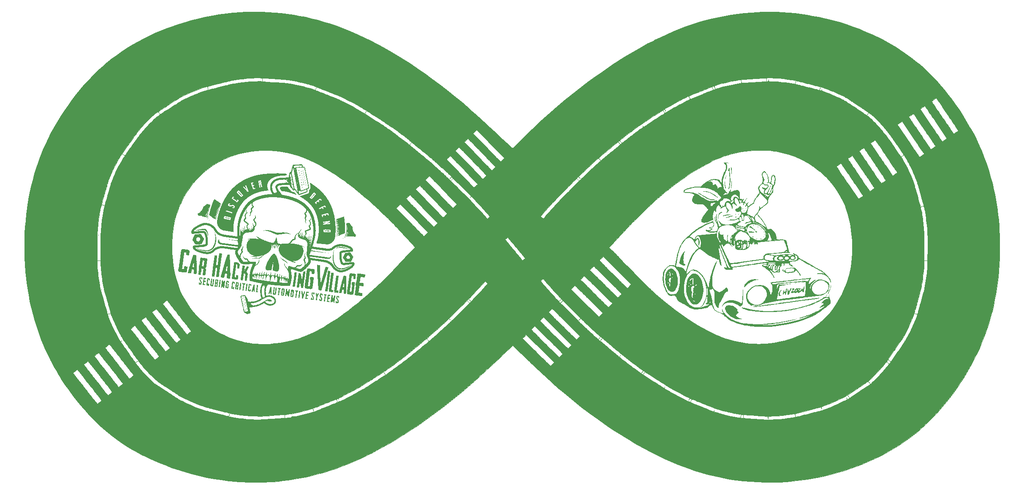
<source format=gbr>
%TF.GenerationSoftware,KiCad,Pcbnew,8.0.1*%
%TF.CreationDate,2024-06-19T14:17:48-04:00*%
%TF.ProjectId,CHV_DC32,4348565f-4443-4333-922e-6b696361645f,rev?*%
%TF.SameCoordinates,Original*%
%TF.FileFunction,Legend,Top*%
%TF.FilePolarity,Positive*%
%FSLAX46Y46*%
G04 Gerber Fmt 4.6, Leading zero omitted, Abs format (unit mm)*
G04 Created by KiCad (PCBNEW 8.0.1) date 2024-06-19 14:17:48*
%MOMM*%
%LPD*%
G01*
G04 APERTURE LIST*
%ADD10C,0.300000*%
%ADD11C,0.010000*%
%ADD12C,0.120000*%
%ADD13C,0.000000*%
%ADD14C,0.500000*%
G04 APERTURE END LIST*
D10*
X196548572Y-68739757D02*
X196405715Y-68668328D01*
X196405715Y-68668328D02*
X196191429Y-68668328D01*
X196191429Y-68668328D02*
X195977143Y-68739757D01*
X195977143Y-68739757D02*
X195834286Y-68882614D01*
X195834286Y-68882614D02*
X195762857Y-69025471D01*
X195762857Y-69025471D02*
X195691429Y-69311185D01*
X195691429Y-69311185D02*
X195691429Y-69525471D01*
X195691429Y-69525471D02*
X195762857Y-69811185D01*
X195762857Y-69811185D02*
X195834286Y-69954042D01*
X195834286Y-69954042D02*
X195977143Y-70096900D01*
X195977143Y-70096900D02*
X196191429Y-70168328D01*
X196191429Y-70168328D02*
X196334286Y-70168328D01*
X196334286Y-70168328D02*
X196548572Y-70096900D01*
X196548572Y-70096900D02*
X196620000Y-70025471D01*
X196620000Y-70025471D02*
X196620000Y-69525471D01*
X196620000Y-69525471D02*
X196334286Y-69525471D01*
X197477143Y-68668328D02*
X197477143Y-69025471D01*
X197120000Y-68882614D02*
X197477143Y-69025471D01*
X197477143Y-69025471D02*
X197834286Y-68882614D01*
X197262857Y-69311185D02*
X197477143Y-69025471D01*
X197477143Y-69025471D02*
X197691429Y-69311185D01*
X198620000Y-68668328D02*
X198620000Y-69025471D01*
X198262857Y-68882614D02*
X198620000Y-69025471D01*
X198620000Y-69025471D02*
X198977143Y-68882614D01*
X198405714Y-69311185D02*
X198620000Y-69025471D01*
X198620000Y-69025471D02*
X198834286Y-69311185D01*
X199762857Y-68668328D02*
X199762857Y-69025471D01*
X199405714Y-68882614D02*
X199762857Y-69025471D01*
X199762857Y-69025471D02*
X200120000Y-68882614D01*
X199548571Y-69311185D02*
X199762857Y-69025471D01*
X199762857Y-69025471D02*
X199977143Y-69311185D01*
D11*
%TO.C,FID1*%
X72556390Y-88730544D02*
X72545806Y-88741127D01*
X72535223Y-88730544D01*
X72545806Y-88719960D01*
X72556390Y-88730544D01*
G36*
X72556390Y-88730544D02*
G01*
X72545806Y-88741127D01*
X72535223Y-88730544D01*
X72545806Y-88719960D01*
X72556390Y-88730544D01*
G37*
X110973890Y-102721710D02*
X110963306Y-102732294D01*
X110952723Y-102721710D01*
X110963306Y-102711127D01*
X110973890Y-102721710D01*
G36*
X110973890Y-102721710D02*
G01*
X110963306Y-102732294D01*
X110952723Y-102721710D01*
X110963306Y-102711127D01*
X110973890Y-102721710D01*
G37*
X110995056Y-102785210D02*
X110984473Y-102795794D01*
X110973890Y-102785210D01*
X110984473Y-102774627D01*
X110995056Y-102785210D01*
G36*
X110995056Y-102785210D02*
G01*
X110984473Y-102795794D01*
X110973890Y-102785210D01*
X110984473Y-102774627D01*
X110995056Y-102785210D01*
G37*
X115969223Y-100351044D02*
X115958640Y-100361627D01*
X115948056Y-100351044D01*
X115958640Y-100340460D01*
X115969223Y-100351044D01*
G36*
X115969223Y-100351044D02*
G01*
X115958640Y-100361627D01*
X115948056Y-100351044D01*
X115958640Y-100340460D01*
X115969223Y-100351044D01*
G37*
X115990390Y-100393377D02*
X115979806Y-100403960D01*
X115969223Y-100393377D01*
X115979806Y-100382794D01*
X115990390Y-100393377D01*
G36*
X115990390Y-100393377D02*
G01*
X115979806Y-100403960D01*
X115969223Y-100393377D01*
X115979806Y-100382794D01*
X115990390Y-100393377D01*
G37*
X116011556Y-100435710D02*
X116000973Y-100446294D01*
X115990390Y-100435710D01*
X116000973Y-100425127D01*
X116011556Y-100435710D01*
G36*
X116011556Y-100435710D02*
G01*
X116000973Y-100446294D01*
X115990390Y-100435710D01*
X116000973Y-100425127D01*
X116011556Y-100435710D01*
G37*
X130214390Y-48704377D02*
X130203806Y-48714960D01*
X130193223Y-48704377D01*
X130203806Y-48693794D01*
X130214390Y-48704377D01*
G36*
X130214390Y-48704377D02*
G01*
X130203806Y-48714960D01*
X130193223Y-48704377D01*
X130203806Y-48693794D01*
X130214390Y-48704377D01*
G37*
X142321723Y-80623710D02*
X142311140Y-80634294D01*
X142300556Y-80623710D01*
X142311140Y-80613127D01*
X142321723Y-80623710D01*
G36*
X142321723Y-80623710D02*
G01*
X142311140Y-80634294D01*
X142300556Y-80623710D01*
X142311140Y-80613127D01*
X142321723Y-80623710D01*
G37*
X177077390Y-45762210D02*
X177066806Y-45772794D01*
X177056223Y-45762210D01*
X177066806Y-45751627D01*
X177077390Y-45762210D01*
G36*
X177077390Y-45762210D02*
G01*
X177066806Y-45772794D01*
X177056223Y-45762210D01*
X177066806Y-45751627D01*
X177077390Y-45762210D01*
G37*
X181437723Y-98022710D02*
X181427140Y-98033294D01*
X181416556Y-98022710D01*
X181427140Y-98012127D01*
X181437723Y-98022710D01*
G36*
X181437723Y-98022710D02*
G01*
X181427140Y-98033294D01*
X181416556Y-98022710D01*
X181427140Y-98012127D01*
X181437723Y-98022710D01*
G37*
X181543556Y-42587210D02*
X181532973Y-42597794D01*
X181522390Y-42587210D01*
X181532973Y-42576627D01*
X181543556Y-42587210D01*
G36*
X181543556Y-42587210D02*
G01*
X181532973Y-42597794D01*
X181522390Y-42587210D01*
X181532973Y-42576627D01*
X181543556Y-42587210D01*
G37*
X181607056Y-42693044D02*
X181596473Y-42703627D01*
X181585890Y-42693044D01*
X181596473Y-42682460D01*
X181607056Y-42693044D01*
G36*
X181607056Y-42693044D02*
G01*
X181596473Y-42703627D01*
X181585890Y-42693044D01*
X181596473Y-42682460D01*
X181607056Y-42693044D01*
G37*
X186221390Y-39729710D02*
X186210806Y-39740294D01*
X186200223Y-39729710D01*
X186210806Y-39719127D01*
X186221390Y-39729710D01*
G36*
X186221390Y-39729710D02*
G01*
X186210806Y-39740294D01*
X186200223Y-39729710D01*
X186210806Y-39719127D01*
X186221390Y-39729710D01*
G37*
X186221390Y-100668544D02*
X186210806Y-100679127D01*
X186200223Y-100668544D01*
X186210806Y-100657960D01*
X186221390Y-100668544D01*
G36*
X186221390Y-100668544D02*
G01*
X186210806Y-100679127D01*
X186200223Y-100668544D01*
X186210806Y-100657960D01*
X186221390Y-100668544D01*
G37*
X186242556Y-39772044D02*
X186231973Y-39782627D01*
X186221390Y-39772044D01*
X186231973Y-39761460D01*
X186242556Y-39772044D01*
G36*
X186242556Y-39772044D02*
G01*
X186231973Y-39782627D01*
X186221390Y-39772044D01*
X186231973Y-39761460D01*
X186242556Y-39772044D01*
G37*
X186242556Y-100626210D02*
X186231973Y-100636794D01*
X186221390Y-100626210D01*
X186231973Y-100615627D01*
X186242556Y-100626210D01*
G36*
X186242556Y-100626210D02*
G01*
X186231973Y-100636794D01*
X186221390Y-100626210D01*
X186231973Y-100615627D01*
X186242556Y-100626210D01*
G37*
X186263723Y-39814377D02*
X186253140Y-39824960D01*
X186242556Y-39814377D01*
X186253140Y-39803794D01*
X186263723Y-39814377D01*
G36*
X186263723Y-39814377D02*
G01*
X186253140Y-39824960D01*
X186242556Y-39814377D01*
X186253140Y-39803794D01*
X186263723Y-39814377D01*
G37*
X186263723Y-100583877D02*
X186253140Y-100594460D01*
X186242556Y-100583877D01*
X186253140Y-100573294D01*
X186263723Y-100583877D01*
G36*
X186263723Y-100583877D02*
G01*
X186253140Y-100594460D01*
X186242556Y-100583877D01*
X186253140Y-100573294D01*
X186263723Y-100583877D01*
G37*
X186284890Y-39856710D02*
X186274306Y-39867294D01*
X186263723Y-39856710D01*
X186274306Y-39846127D01*
X186284890Y-39856710D01*
G36*
X186284890Y-39856710D02*
G01*
X186274306Y-39867294D01*
X186263723Y-39856710D01*
X186274306Y-39846127D01*
X186284890Y-39856710D01*
G37*
X186284890Y-100541544D02*
X186274306Y-100552127D01*
X186263723Y-100541544D01*
X186274306Y-100530960D01*
X186284890Y-100541544D01*
G36*
X186284890Y-100541544D02*
G01*
X186274306Y-100552127D01*
X186263723Y-100541544D01*
X186274306Y-100530960D01*
X186284890Y-100541544D01*
G37*
X186306056Y-39899044D02*
X186295473Y-39909627D01*
X186284890Y-39899044D01*
X186295473Y-39888460D01*
X186306056Y-39899044D01*
G36*
X186306056Y-39899044D02*
G01*
X186295473Y-39909627D01*
X186284890Y-39899044D01*
X186295473Y-39888460D01*
X186306056Y-39899044D01*
G37*
X186306056Y-100499210D02*
X186295473Y-100509794D01*
X186284890Y-100499210D01*
X186295473Y-100488627D01*
X186306056Y-100499210D01*
G36*
X186306056Y-100499210D02*
G01*
X186295473Y-100509794D01*
X186284890Y-100499210D01*
X186295473Y-100488627D01*
X186306056Y-100499210D01*
G37*
X186327223Y-39941377D02*
X186316640Y-39951960D01*
X186306056Y-39941377D01*
X186316640Y-39930794D01*
X186327223Y-39941377D01*
G36*
X186327223Y-39941377D02*
G01*
X186316640Y-39951960D01*
X186306056Y-39941377D01*
X186316640Y-39930794D01*
X186327223Y-39941377D01*
G37*
X186327223Y-100456877D02*
X186316640Y-100467460D01*
X186306056Y-100456877D01*
X186316640Y-100446294D01*
X186327223Y-100456877D01*
G36*
X186327223Y-100456877D02*
G01*
X186316640Y-100467460D01*
X186306056Y-100456877D01*
X186316640Y-100446294D01*
X186327223Y-100456877D01*
G37*
X186348390Y-100414544D02*
X186337806Y-100425127D01*
X186327223Y-100414544D01*
X186337806Y-100403960D01*
X186348390Y-100414544D01*
G36*
X186348390Y-100414544D02*
G01*
X186337806Y-100425127D01*
X186327223Y-100414544D01*
X186337806Y-100403960D01*
X186348390Y-100414544D01*
G37*
X186369556Y-100372210D02*
X186358973Y-100382794D01*
X186348390Y-100372210D01*
X186358973Y-100361627D01*
X186369556Y-100372210D01*
G36*
X186369556Y-100372210D02*
G01*
X186358973Y-100382794D01*
X186348390Y-100372210D01*
X186358973Y-100361627D01*
X186369556Y-100372210D01*
G37*
X191343723Y-37676544D02*
X191333140Y-37687127D01*
X191322556Y-37676544D01*
X191333140Y-37665960D01*
X191343723Y-37676544D01*
G36*
X191343723Y-37676544D02*
G01*
X191333140Y-37687127D01*
X191322556Y-37676544D01*
X191333140Y-37665960D01*
X191343723Y-37676544D01*
G37*
X191364890Y-37740044D02*
X191354306Y-37750627D01*
X191343723Y-37740044D01*
X191354306Y-37729460D01*
X191364890Y-37740044D01*
G36*
X191364890Y-37740044D02*
G01*
X191354306Y-37750627D01*
X191343723Y-37740044D01*
X191354306Y-37729460D01*
X191364890Y-37740044D01*
G37*
X191386056Y-37803544D02*
X191375473Y-37814127D01*
X191364890Y-37803544D01*
X191375473Y-37792960D01*
X191386056Y-37803544D01*
G36*
X191386056Y-37803544D02*
G01*
X191375473Y-37814127D01*
X191364890Y-37803544D01*
X191375473Y-37792960D01*
X191386056Y-37803544D01*
G37*
X191407223Y-37867044D02*
X191396640Y-37877627D01*
X191386056Y-37867044D01*
X191396640Y-37856460D01*
X191407223Y-37867044D01*
G36*
X191407223Y-37867044D02*
G01*
X191396640Y-37877627D01*
X191386056Y-37867044D01*
X191396640Y-37856460D01*
X191407223Y-37867044D01*
G37*
X191428390Y-37951710D02*
X191417806Y-37962294D01*
X191407223Y-37951710D01*
X191417806Y-37941127D01*
X191428390Y-37951710D01*
G36*
X191428390Y-37951710D02*
G01*
X191417806Y-37962294D01*
X191407223Y-37951710D01*
X191417806Y-37941127D01*
X191428390Y-37951710D01*
G37*
X191449556Y-38015210D02*
X191438973Y-38025794D01*
X191428390Y-38015210D01*
X191438973Y-38004627D01*
X191449556Y-38015210D01*
G36*
X191449556Y-38015210D02*
G01*
X191438973Y-38025794D01*
X191428390Y-38015210D01*
X191438973Y-38004627D01*
X191449556Y-38015210D01*
G37*
X191470723Y-38078710D02*
X191460140Y-38089294D01*
X191449556Y-38078710D01*
X191460140Y-38068127D01*
X191470723Y-38078710D01*
G36*
X191470723Y-38078710D02*
G01*
X191460140Y-38089294D01*
X191449556Y-38078710D01*
X191460140Y-38068127D01*
X191470723Y-38078710D01*
G37*
X191491890Y-38142210D02*
X191481306Y-38152794D01*
X191470723Y-38142210D01*
X191481306Y-38131627D01*
X191491890Y-38142210D01*
G36*
X191491890Y-38142210D02*
G01*
X191481306Y-38152794D01*
X191470723Y-38142210D01*
X191481306Y-38131627D01*
X191491890Y-38142210D01*
G37*
X191513056Y-38205710D02*
X191502473Y-38216294D01*
X191491890Y-38205710D01*
X191502473Y-38195127D01*
X191513056Y-38205710D01*
G36*
X191513056Y-38205710D02*
G01*
X191502473Y-38216294D01*
X191491890Y-38205710D01*
X191502473Y-38195127D01*
X191513056Y-38205710D01*
G37*
X212806723Y-102213710D02*
X212796140Y-102224294D01*
X212785556Y-102213710D01*
X212796140Y-102203127D01*
X212806723Y-102213710D01*
G36*
X212806723Y-102213710D02*
G01*
X212796140Y-102224294D01*
X212785556Y-102213710D01*
X212796140Y-102203127D01*
X212806723Y-102213710D01*
G37*
X212827890Y-102277210D02*
X212817306Y-102287794D01*
X212806723Y-102277210D01*
X212817306Y-102266627D01*
X212827890Y-102277210D01*
G36*
X212827890Y-102277210D02*
G01*
X212817306Y-102287794D01*
X212806723Y-102277210D01*
X212817306Y-102266627D01*
X212827890Y-102277210D01*
G37*
X212849056Y-38523210D02*
X212838473Y-38533794D01*
X212827890Y-38523210D01*
X212838473Y-38512627D01*
X212849056Y-38523210D01*
G36*
X212849056Y-38523210D02*
G01*
X212838473Y-38533794D01*
X212827890Y-38523210D01*
X212838473Y-38512627D01*
X212849056Y-38523210D01*
G37*
X212849056Y-102340710D02*
X212838473Y-102351294D01*
X212827890Y-102340710D01*
X212838473Y-102330127D01*
X212849056Y-102340710D01*
G36*
X212849056Y-102340710D02*
G01*
X212838473Y-102351294D01*
X212827890Y-102340710D01*
X212838473Y-102330127D01*
X212849056Y-102340710D01*
G37*
X212870223Y-38459710D02*
X212859640Y-38470294D01*
X212849056Y-38459710D01*
X212859640Y-38449127D01*
X212870223Y-38459710D01*
G36*
X212870223Y-38459710D02*
G01*
X212859640Y-38470294D01*
X212849056Y-38459710D01*
X212859640Y-38449127D01*
X212870223Y-38459710D01*
G37*
X212870223Y-102404210D02*
X212859640Y-102414794D01*
X212849056Y-102404210D01*
X212859640Y-102393627D01*
X212870223Y-102404210D01*
G36*
X212870223Y-102404210D02*
G01*
X212859640Y-102414794D01*
X212849056Y-102404210D01*
X212859640Y-102393627D01*
X212870223Y-102404210D01*
G37*
X212891390Y-38396210D02*
X212880806Y-38406794D01*
X212870223Y-38396210D01*
X212880806Y-38385627D01*
X212891390Y-38396210D01*
G36*
X212891390Y-38396210D02*
G01*
X212880806Y-38406794D01*
X212870223Y-38396210D01*
X212880806Y-38385627D01*
X212891390Y-38396210D01*
G37*
X217844390Y-100160544D02*
X217833806Y-100171127D01*
X217823223Y-100160544D01*
X217833806Y-100149960D01*
X217844390Y-100160544D01*
G36*
X217844390Y-100160544D02*
G01*
X217833806Y-100171127D01*
X217823223Y-100160544D01*
X217833806Y-100149960D01*
X217844390Y-100160544D01*
G37*
X217865556Y-100202877D02*
X217854973Y-100213460D01*
X217844390Y-100202877D01*
X217854973Y-100192294D01*
X217865556Y-100202877D01*
G36*
X217865556Y-100202877D02*
G01*
X217854973Y-100213460D01*
X217844390Y-100202877D01*
X217854973Y-100192294D01*
X217865556Y-100202877D01*
G37*
X217907890Y-100266377D02*
X217897306Y-100276960D01*
X217886723Y-100266377D01*
X217897306Y-100255794D01*
X217907890Y-100266377D01*
G36*
X217907890Y-100266377D02*
G01*
X217897306Y-100276960D01*
X217886723Y-100266377D01*
X217897306Y-100255794D01*
X217907890Y-100266377D01*
G37*
X217929056Y-100308710D02*
X217918473Y-100319294D01*
X217907890Y-100308710D01*
X217918473Y-100298127D01*
X217929056Y-100308710D01*
G36*
X217929056Y-100308710D02*
G01*
X217918473Y-100319294D01*
X217907890Y-100308710D01*
X217918473Y-100298127D01*
X217929056Y-100308710D01*
G37*
X229041556Y-52154544D02*
X229030973Y-52165127D01*
X229020390Y-52154544D01*
X229030973Y-52143960D01*
X229041556Y-52154544D01*
G36*
X229041556Y-52154544D02*
G01*
X229030973Y-52165127D01*
X229020390Y-52154544D01*
X229030973Y-52143960D01*
X229041556Y-52154544D01*
G37*
X229443723Y-88772877D02*
X229433140Y-88783460D01*
X229422556Y-88772877D01*
X229433140Y-88762294D01*
X229443723Y-88772877D01*
G36*
X229443723Y-88772877D02*
G01*
X229433140Y-88783460D01*
X229422556Y-88772877D01*
X229433140Y-88762294D01*
X229443723Y-88772877D01*
G37*
X229507223Y-88815210D02*
X229496640Y-88825794D01*
X229486056Y-88815210D01*
X229496640Y-88804627D01*
X229507223Y-88815210D01*
G36*
X229507223Y-88815210D02*
G01*
X229496640Y-88825794D01*
X229486056Y-88815210D01*
X229496640Y-88804627D01*
X229507223Y-88815210D01*
G37*
X67872824Y-67540505D02*
X67866511Y-67550126D01*
X67845042Y-67551622D01*
X67822457Y-67546453D01*
X67832254Y-67538834D01*
X67865335Y-67536311D01*
X67872824Y-67540505D01*
G36*
X67872824Y-67540505D02*
G01*
X67866511Y-67550126D01*
X67845042Y-67551622D01*
X67822457Y-67546453D01*
X67832254Y-67538834D01*
X67865335Y-67536311D01*
X67872824Y-67540505D01*
G37*
X68421834Y-78524682D02*
X68418928Y-78537266D01*
X68407723Y-78538794D01*
X68390300Y-78531049D01*
X68393612Y-78524682D01*
X68418732Y-78522149D01*
X68421834Y-78524682D01*
G36*
X68421834Y-78524682D02*
G01*
X68418928Y-78537266D01*
X68407723Y-78538794D01*
X68390300Y-78531049D01*
X68393612Y-78524682D01*
X68418732Y-78522149D01*
X68421834Y-78524682D01*
G37*
X110861001Y-102358349D02*
X110863534Y-102383469D01*
X110861001Y-102386571D01*
X110848417Y-102383666D01*
X110846890Y-102372460D01*
X110854634Y-102355038D01*
X110861001Y-102358349D01*
G36*
X110861001Y-102358349D02*
G01*
X110863534Y-102383469D01*
X110861001Y-102386571D01*
X110848417Y-102383666D01*
X110846890Y-102372460D01*
X110854634Y-102355038D01*
X110861001Y-102358349D01*
G37*
X110882515Y-102431991D02*
X110885039Y-102465072D01*
X110880844Y-102472561D01*
X110871224Y-102466248D01*
X110869727Y-102444780D01*
X110874897Y-102422194D01*
X110882515Y-102431991D01*
G36*
X110882515Y-102431991D02*
G01*
X110885039Y-102465072D01*
X110880844Y-102472561D01*
X110871224Y-102466248D01*
X110869727Y-102444780D01*
X110874897Y-102422194D01*
X110882515Y-102431991D01*
G37*
X110903334Y-102506516D02*
X110905867Y-102531636D01*
X110903334Y-102534738D01*
X110890750Y-102531832D01*
X110889223Y-102520627D01*
X110896967Y-102503204D01*
X110903334Y-102506516D01*
G36*
X110903334Y-102506516D02*
G01*
X110905867Y-102531636D01*
X110903334Y-102534738D01*
X110890750Y-102531832D01*
X110889223Y-102520627D01*
X110896967Y-102503204D01*
X110903334Y-102506516D01*
G37*
X110924501Y-102570016D02*
X110927034Y-102595136D01*
X110924501Y-102598238D01*
X110911917Y-102595332D01*
X110910390Y-102584127D01*
X110918134Y-102566704D01*
X110924501Y-102570016D01*
G36*
X110924501Y-102570016D02*
G01*
X110927034Y-102595136D01*
X110924501Y-102598238D01*
X110911917Y-102595332D01*
X110910390Y-102584127D01*
X110918134Y-102566704D01*
X110924501Y-102570016D01*
G37*
X110945667Y-102633516D02*
X110948201Y-102658636D01*
X110945667Y-102661738D01*
X110933084Y-102658832D01*
X110931556Y-102647627D01*
X110939301Y-102630204D01*
X110945667Y-102633516D01*
G36*
X110945667Y-102633516D02*
G01*
X110948201Y-102658636D01*
X110945667Y-102661738D01*
X110933084Y-102658832D01*
X110931556Y-102647627D01*
X110939301Y-102630204D01*
X110945667Y-102633516D01*
G37*
X186383667Y-100305182D02*
X186386201Y-100330302D01*
X186383667Y-100333405D01*
X186371084Y-100330499D01*
X186369556Y-100319294D01*
X186377301Y-100301871D01*
X186383667Y-100305182D01*
G36*
X186383667Y-100305182D02*
G01*
X186386201Y-100330302D01*
X186383667Y-100333405D01*
X186371084Y-100330499D01*
X186369556Y-100319294D01*
X186377301Y-100301871D01*
X186383667Y-100305182D01*
G37*
X191294334Y-102760516D02*
X191296867Y-102785636D01*
X191294334Y-102788738D01*
X191281750Y-102785832D01*
X191280223Y-102774627D01*
X191287967Y-102757204D01*
X191294334Y-102760516D01*
G36*
X191294334Y-102760516D02*
G01*
X191296867Y-102785636D01*
X191294334Y-102788738D01*
X191281750Y-102785832D01*
X191280223Y-102774627D01*
X191287967Y-102757204D01*
X191294334Y-102760516D01*
G37*
X196649408Y-103870002D02*
X196652203Y-103913337D01*
X196649408Y-103922919D01*
X196641682Y-103925578D01*
X196638732Y-103896460D01*
X196642058Y-103866411D01*
X196649408Y-103870002D01*
G36*
X196649408Y-103870002D02*
G01*
X196652203Y-103913337D01*
X196649408Y-103922919D01*
X196641682Y-103925578D01*
X196638732Y-103896460D01*
X196642058Y-103866411D01*
X196649408Y-103870002D01*
G37*
X196670574Y-103721835D02*
X196673370Y-103765171D01*
X196670574Y-103774752D01*
X196662849Y-103777411D01*
X196659898Y-103748294D01*
X196663225Y-103718245D01*
X196670574Y-103721835D01*
G36*
X196670574Y-103721835D02*
G01*
X196673370Y-103765171D01*
X196670574Y-103774752D01*
X196662849Y-103777411D01*
X196659898Y-103748294D01*
X196663225Y-103718245D01*
X196670574Y-103721835D01*
G37*
X207550241Y-103721835D02*
X207553037Y-103765171D01*
X207550241Y-103774752D01*
X207542515Y-103777411D01*
X207539565Y-103748294D01*
X207542891Y-103718245D01*
X207550241Y-103721835D01*
G36*
X207550241Y-103721835D02*
G01*
X207553037Y-103765171D01*
X207550241Y-103774752D01*
X207542515Y-103777411D01*
X207539565Y-103748294D01*
X207542891Y-103718245D01*
X207550241Y-103721835D01*
G37*
X207571849Y-103850158D02*
X207574372Y-103883239D01*
X207570178Y-103890728D01*
X207560557Y-103884415D01*
X207559061Y-103862946D01*
X207564230Y-103840361D01*
X207571849Y-103850158D01*
G36*
X207571849Y-103850158D02*
G01*
X207574372Y-103883239D01*
X207570178Y-103890728D01*
X207560557Y-103884415D01*
X207559061Y-103862946D01*
X207564230Y-103840361D01*
X207571849Y-103850158D01*
G37*
X207592574Y-37068002D02*
X207595370Y-37111337D01*
X207592574Y-37120919D01*
X207584849Y-37123578D01*
X207581898Y-37094460D01*
X207585225Y-37064411D01*
X207592574Y-37068002D01*
G36*
X207592574Y-37068002D02*
G01*
X207595370Y-37111337D01*
X207592574Y-37120919D01*
X207584849Y-37123578D01*
X207581898Y-37094460D01*
X207585225Y-37064411D01*
X207592574Y-37068002D01*
G37*
X207593015Y-103977158D02*
X207595539Y-104010239D01*
X207591344Y-104017728D01*
X207581724Y-104011415D01*
X207580227Y-103989946D01*
X207585397Y-103967361D01*
X207593015Y-103977158D01*
G36*
X207593015Y-103977158D02*
G01*
X207595539Y-104010239D01*
X207591344Y-104017728D01*
X207581724Y-104011415D01*
X207580227Y-103989946D01*
X207585397Y-103967361D01*
X207593015Y-103977158D01*
G37*
X212757334Y-102083182D02*
X212759867Y-102108302D01*
X212757334Y-102111405D01*
X212744750Y-102108499D01*
X212743223Y-102097294D01*
X212750967Y-102079871D01*
X212757334Y-102083182D01*
G36*
X212757334Y-102083182D02*
G01*
X212759867Y-102108302D01*
X212757334Y-102111405D01*
X212744750Y-102108499D01*
X212743223Y-102097294D01*
X212750967Y-102079871D01*
X212757334Y-102083182D01*
G37*
X212778501Y-102146682D02*
X212781034Y-102171802D01*
X212778501Y-102174905D01*
X212765917Y-102171999D01*
X212764390Y-102160794D01*
X212772134Y-102143371D01*
X212778501Y-102146682D01*
G36*
X212778501Y-102146682D02*
G01*
X212781034Y-102171802D01*
X212778501Y-102174905D01*
X212765917Y-102171999D01*
X212764390Y-102160794D01*
X212772134Y-102143371D01*
X212778501Y-102146682D01*
G37*
X177010619Y-45675522D02*
X177033164Y-45695198D01*
X177035056Y-45699959D01*
X177025011Y-45708659D01*
X177004097Y-45689165D01*
X177001285Y-45684856D01*
X176998790Y-45670372D01*
X177010619Y-45675522D01*
G36*
X177010619Y-45675522D02*
G01*
X177033164Y-45695198D01*
X177035056Y-45699959D01*
X177025011Y-45708659D01*
X177004097Y-45689165D01*
X177001285Y-45684856D01*
X176998790Y-45670372D01*
X177010619Y-45675522D01*
G37*
X181497952Y-42521689D02*
X181520497Y-42541365D01*
X181522390Y-42546126D01*
X181512344Y-42554826D01*
X181491430Y-42535332D01*
X181488618Y-42531023D01*
X181486123Y-42516539D01*
X181497952Y-42521689D01*
G36*
X181497952Y-42521689D02*
G01*
X181520497Y-42541365D01*
X181522390Y-42546126D01*
X181512344Y-42554826D01*
X181491430Y-42535332D01*
X181488618Y-42531023D01*
X181486123Y-42516539D01*
X181497952Y-42521689D01*
G37*
X181561452Y-42627522D02*
X181584176Y-42648835D01*
X181579514Y-42661087D01*
X181576555Y-42661294D01*
X181558652Y-42646259D01*
X181552118Y-42636856D01*
X181549623Y-42622372D01*
X181561452Y-42627522D01*
G36*
X181561452Y-42627522D02*
G01*
X181584176Y-42648835D01*
X181579514Y-42661087D01*
X181576555Y-42661294D01*
X181558652Y-42646259D01*
X181552118Y-42636856D01*
X181549623Y-42622372D01*
X181561452Y-42627522D01*
G37*
X72344723Y-88856054D02*
X72328497Y-88873054D01*
X72302390Y-88889294D01*
X72269663Y-88902919D01*
X72260056Y-88901366D01*
X72276282Y-88884366D01*
X72302390Y-88868127D01*
X72335116Y-88854501D01*
X72344723Y-88856054D01*
G36*
X72344723Y-88856054D02*
G01*
X72328497Y-88873054D01*
X72302390Y-88889294D01*
X72269663Y-88902919D01*
X72260056Y-88901366D01*
X72276282Y-88884366D01*
X72302390Y-88868127D01*
X72335116Y-88854501D01*
X72344723Y-88856054D01*
G37*
X72450556Y-88792554D02*
X72434330Y-88809554D01*
X72408223Y-88825794D01*
X72375497Y-88839419D01*
X72365890Y-88837866D01*
X72382115Y-88820866D01*
X72408223Y-88804627D01*
X72440949Y-88791001D01*
X72450556Y-88792554D01*
G36*
X72450556Y-88792554D02*
G01*
X72434330Y-88809554D01*
X72408223Y-88825794D01*
X72375497Y-88839419D01*
X72365890Y-88837866D01*
X72382115Y-88820866D01*
X72408223Y-88804627D01*
X72440949Y-88791001D01*
X72450556Y-88792554D01*
G37*
X72507415Y-88754799D02*
X72503473Y-88762294D01*
X72483529Y-88782508D01*
X72479808Y-88783460D01*
X72478364Y-88769788D01*
X72482306Y-88762294D01*
X72502250Y-88742079D01*
X72505971Y-88741127D01*
X72507415Y-88754799D01*
G36*
X72507415Y-88754799D02*
G01*
X72503473Y-88762294D01*
X72483529Y-88782508D01*
X72479808Y-88783460D01*
X72478364Y-88769788D01*
X72482306Y-88762294D01*
X72502250Y-88742079D01*
X72505971Y-88741127D01*
X72507415Y-88754799D01*
G37*
X142390515Y-80696191D02*
X142434746Y-80737560D01*
X142448479Y-80757647D01*
X142441829Y-80761294D01*
X142424812Y-80747094D01*
X142391601Y-80712045D01*
X142383621Y-80703085D01*
X142332306Y-80644877D01*
X142390515Y-80696191D01*
G36*
X142390515Y-80696191D02*
G01*
X142434746Y-80737560D01*
X142448479Y-80757647D01*
X142441829Y-80761294D01*
X142424812Y-80747094D01*
X142391601Y-80712045D01*
X142383621Y-80703085D01*
X142332306Y-80644877D01*
X142390515Y-80696191D01*
G37*
X168235015Y-52227025D02*
X168279246Y-52268393D01*
X168292979Y-52288480D01*
X168286329Y-52292127D01*
X168269312Y-52277928D01*
X168236101Y-52242878D01*
X168228121Y-52233919D01*
X168176806Y-52175710D01*
X168235015Y-52227025D01*
G36*
X168235015Y-52227025D02*
G01*
X168279246Y-52268393D01*
X168292979Y-52288480D01*
X168286329Y-52292127D01*
X168269312Y-52277928D01*
X168236101Y-52242878D01*
X168228121Y-52233919D01*
X168176806Y-52175710D01*
X168235015Y-52227025D01*
G37*
X172541080Y-91652082D02*
X172529256Y-91667419D01*
X172498361Y-91700326D01*
X172484570Y-91700183D01*
X172484223Y-91696469D01*
X172498688Y-91678800D01*
X172521265Y-91659427D01*
X172546336Y-91641121D01*
X172541080Y-91652082D01*
G36*
X172541080Y-91652082D02*
G01*
X172529256Y-91667419D01*
X172498361Y-91700326D01*
X172484570Y-91700183D01*
X172484223Y-91696469D01*
X172498688Y-91678800D01*
X172521265Y-91659427D01*
X172546336Y-91641121D01*
X172541080Y-91652082D01*
G37*
X196627844Y-104004349D02*
X196628891Y-104007988D01*
X196631990Y-104054096D01*
X196628107Y-104071488D01*
X196621158Y-104072192D01*
X196618320Y-104039056D01*
X196618349Y-104034044D01*
X196621401Y-104001215D01*
X196627844Y-104004349D01*
G36*
X196627844Y-104004349D02*
G01*
X196628891Y-104007988D01*
X196631990Y-104054096D01*
X196628107Y-104071488D01*
X196621158Y-104072192D01*
X196618320Y-104039056D01*
X196618349Y-104034044D01*
X196621401Y-104001215D01*
X196627844Y-104004349D01*
G37*
X196691344Y-103581015D02*
X196692391Y-103584655D01*
X196695490Y-103630762D01*
X196691607Y-103648155D01*
X196684658Y-103648858D01*
X196681820Y-103615723D01*
X196681849Y-103610710D01*
X196684901Y-103577882D01*
X196691344Y-103581015D01*
G36*
X196691344Y-103581015D02*
G01*
X196692391Y-103584655D01*
X196695490Y-103630762D01*
X196691607Y-103648155D01*
X196684658Y-103648858D01*
X196681820Y-103615723D01*
X196681849Y-103610710D01*
X196684901Y-103577882D01*
X196691344Y-103581015D01*
G37*
X207528677Y-103581015D02*
X207529724Y-103584655D01*
X207532823Y-103630762D01*
X207528940Y-103648155D01*
X207521991Y-103648858D01*
X207519154Y-103615723D01*
X207519183Y-103610710D01*
X207522235Y-103577882D01*
X207528677Y-103581015D01*
G36*
X207528677Y-103581015D02*
G01*
X207529724Y-103584655D01*
X207532823Y-103630762D01*
X207528940Y-103648155D01*
X207521991Y-103648858D01*
X207519154Y-103615723D01*
X207519183Y-103610710D01*
X207522235Y-103577882D01*
X207528677Y-103581015D01*
G37*
X142125931Y-80453045D02*
X142167627Y-80492091D01*
X142192062Y-80517612D01*
X142194723Y-80521837D01*
X142188117Y-80527267D01*
X142164940Y-80508240D01*
X142120151Y-80460601D01*
X142119308Y-80459669D01*
X142057140Y-80390877D01*
X142125931Y-80453045D01*
G36*
X142125931Y-80453045D02*
G01*
X142167627Y-80492091D01*
X142192062Y-80517612D01*
X142194723Y-80521837D01*
X142188117Y-80527267D01*
X142164940Y-80508240D01*
X142120151Y-80460601D01*
X142119308Y-80459669D01*
X142057140Y-80390877D01*
X142125931Y-80453045D01*
G37*
X142596890Y-59770136D02*
X142582714Y-59786594D01*
X142545638Y-59823617D01*
X142496348Y-59870678D01*
X142395806Y-59965044D01*
X142490172Y-59864502D01*
X142545827Y-59806074D01*
X142578577Y-59774436D01*
X142593773Y-59764856D01*
X142596890Y-59770136D01*
G36*
X142596890Y-59770136D02*
G01*
X142582714Y-59786594D01*
X142545638Y-59823617D01*
X142496348Y-59870678D01*
X142395806Y-59965044D01*
X142490172Y-59864502D01*
X142545827Y-59806074D01*
X142578577Y-59774436D01*
X142593773Y-59764856D01*
X142596890Y-59770136D01*
G37*
X138236320Y-84373554D02*
X138275781Y-84409864D01*
X138321223Y-84454877D01*
X138367706Y-84503780D01*
X138397484Y-84538145D01*
X138404120Y-84550127D01*
X138384959Y-84536200D01*
X138345498Y-84499890D01*
X138300056Y-84454877D01*
X138253573Y-84405973D01*
X138223795Y-84371609D01*
X138217159Y-84359627D01*
X138236320Y-84373554D01*
G36*
X138236320Y-84373554D02*
G01*
X138275781Y-84409864D01*
X138321223Y-84454877D01*
X138367706Y-84503780D01*
X138397484Y-84538145D01*
X138404120Y-84550127D01*
X138384959Y-84536200D01*
X138345498Y-84499890D01*
X138300056Y-84454877D01*
X138253573Y-84405973D01*
X138223795Y-84371609D01*
X138217159Y-84359627D01*
X138236320Y-84373554D01*
G37*
X186337486Y-39987788D02*
X186361030Y-40027527D01*
X186394295Y-40089336D01*
X186403724Y-40107570D01*
X186438023Y-40177153D01*
X186461780Y-40230715D01*
X186470793Y-40258620D01*
X186470390Y-40260348D01*
X186458091Y-40246783D01*
X186432793Y-40203822D01*
X186399650Y-40140311D01*
X186394931Y-40130796D01*
X186361882Y-40061505D01*
X186338095Y-40007284D01*
X186328296Y-39978962D01*
X186328264Y-39978018D01*
X186337486Y-39987788D01*
G36*
X186337486Y-39987788D02*
G01*
X186361030Y-40027527D01*
X186394295Y-40089336D01*
X186403724Y-40107570D01*
X186438023Y-40177153D01*
X186461780Y-40230715D01*
X186470793Y-40258620D01*
X186470390Y-40260348D01*
X186458091Y-40246783D01*
X186432793Y-40203822D01*
X186399650Y-40140311D01*
X186394931Y-40130796D01*
X186361882Y-40061505D01*
X186338095Y-40007284D01*
X186328296Y-39978962D01*
X186328264Y-39978018D01*
X186337486Y-39987788D01*
G37*
X100176410Y-22790674D02*
X100928677Y-22809380D01*
X101654305Y-22839018D01*
X101861640Y-22849850D01*
X103134888Y-22936581D01*
X104410737Y-23056500D01*
X105683443Y-23208777D01*
X106947264Y-23392581D01*
X108196455Y-23607081D01*
X109425274Y-23851445D01*
X110559570Y-24108336D01*
X111810883Y-24428281D01*
X113072160Y-24788686D01*
X114342331Y-25189142D01*
X115620325Y-25629241D01*
X116905068Y-26108573D01*
X118195490Y-26626730D01*
X119490520Y-27183302D01*
X120789084Y-27777880D01*
X122090113Y-28410056D01*
X122868173Y-28805537D01*
X124352841Y-29592834D01*
X125839898Y-30421682D01*
X127328406Y-31291429D01*
X128817428Y-32201425D01*
X130306027Y-33151017D01*
X131793267Y-34139555D01*
X133278211Y-35166387D01*
X134759921Y-36230861D01*
X136237460Y-37332326D01*
X137709892Y-38470130D01*
X139176279Y-39643623D01*
X140635684Y-40852152D01*
X142087171Y-42095066D01*
X142491056Y-42448290D01*
X142739859Y-42667240D01*
X142984226Y-42883054D01*
X143226074Y-43097481D01*
X143467317Y-43312274D01*
X143709873Y-43529182D01*
X143955656Y-43749957D01*
X144206583Y-43976350D01*
X144464570Y-44210111D01*
X144731532Y-44452992D01*
X145009386Y-44706743D01*
X145300047Y-44973115D01*
X145605430Y-45253859D01*
X145927453Y-45550727D01*
X146268031Y-45865468D01*
X146629079Y-46199834D01*
X147012514Y-46555576D01*
X147420252Y-46934445D01*
X147854208Y-47338191D01*
X148316298Y-47768566D01*
X148502390Y-47941991D01*
X148819334Y-48237404D01*
X149106770Y-48505294D01*
X149366152Y-48747005D01*
X149598936Y-48963883D01*
X149806577Y-49157272D01*
X149990530Y-49328516D01*
X150152250Y-49478962D01*
X150293193Y-49609952D01*
X150414813Y-49722832D01*
X150518566Y-49818947D01*
X150605907Y-49899641D01*
X150678291Y-49966260D01*
X150737173Y-50020147D01*
X150784009Y-50062648D01*
X150820254Y-50095107D01*
X150847362Y-50118869D01*
X150866790Y-50135278D01*
X150879992Y-50145680D01*
X150888423Y-50151419D01*
X150893539Y-50153840D01*
X150896433Y-50154294D01*
X150913801Y-50139640D01*
X150958617Y-50097223D01*
X151028542Y-50029363D01*
X151121238Y-49938375D01*
X151234364Y-49826579D01*
X151365583Y-49696293D01*
X151512554Y-49549833D01*
X151672939Y-49389519D01*
X151844399Y-49217667D01*
X152024595Y-49036597D01*
X152041796Y-49019288D01*
X152478475Y-48582205D01*
X172368115Y-48582205D01*
X172368163Y-48582358D01*
X172383875Y-48607251D01*
X172421473Y-48658611D01*
X172476123Y-48730066D01*
X172542991Y-48815247D01*
X172581293Y-48863233D01*
X172785763Y-49117960D01*
X172873118Y-49046516D01*
X173028346Y-48921235D01*
X173214154Y-48774130D01*
X173426735Y-48608071D01*
X173662283Y-48425926D01*
X173916990Y-48230563D01*
X174187051Y-48024853D01*
X174468659Y-47811662D01*
X174758007Y-47593861D01*
X175051289Y-47374318D01*
X175344698Y-47155902D01*
X175634428Y-46941481D01*
X175916673Y-46733925D01*
X176187625Y-46536102D01*
X176443478Y-46350880D01*
X176579973Y-46252849D01*
X176715610Y-46154729D01*
X176837117Y-46064841D01*
X176940627Y-45986191D01*
X177022277Y-45921784D01*
X177078201Y-45874624D01*
X177104534Y-45847717D01*
X177106076Y-45843836D01*
X177111067Y-45825218D01*
X177130178Y-45836187D01*
X177143216Y-45833894D01*
X177174377Y-45819114D01*
X177224990Y-45791000D01*
X177296385Y-45748704D01*
X177389890Y-45691381D01*
X177506835Y-45618181D01*
X177648548Y-45528258D01*
X177816359Y-45420764D01*
X178011597Y-45294853D01*
X178235591Y-45149677D01*
X178489669Y-44984389D01*
X178775162Y-44798141D01*
X179093398Y-44590086D01*
X179408658Y-44383652D01*
X179696558Y-44195227D01*
X179980225Y-44009978D01*
X180257030Y-43829601D01*
X180524347Y-43655792D01*
X180779548Y-43490245D01*
X181020004Y-43334658D01*
X181243088Y-43190726D01*
X181446171Y-43060145D01*
X181626627Y-42944611D01*
X181781827Y-42845820D01*
X181909143Y-42765467D01*
X182005948Y-42705249D01*
X182062140Y-42671243D01*
X182629179Y-42340335D01*
X183181311Y-42025975D01*
X183729164Y-41722368D01*
X184283364Y-41423721D01*
X184854541Y-41124242D01*
X185453322Y-40818136D01*
X185564402Y-40762114D01*
X186505498Y-40288402D01*
X189002696Y-39281795D01*
X189313249Y-39156703D01*
X189613351Y-39035997D01*
X189900617Y-38920627D01*
X190172665Y-38811543D01*
X190427110Y-38709695D01*
X190661569Y-38616032D01*
X190873659Y-38531506D01*
X191060994Y-38457065D01*
X191221193Y-38393659D01*
X191351870Y-38342239D01*
X191450643Y-38303754D01*
X191515128Y-38279154D01*
X191542940Y-38269389D01*
X191543516Y-38269276D01*
X191575737Y-38261598D01*
X191642049Y-38243328D01*
X191736081Y-38216310D01*
X191851459Y-38182389D01*
X191981809Y-38143408D01*
X192052806Y-38121929D01*
X192829392Y-37897849D01*
X193632931Y-37688505D01*
X194449645Y-37497093D01*
X195265757Y-37326807D01*
X196067492Y-37180841D01*
X196219898Y-37155659D01*
X196367173Y-37131701D01*
X196499873Y-37110034D01*
X196612528Y-37091558D01*
X196699667Y-37077172D01*
X196755821Y-37067775D01*
X196775514Y-37064278D01*
X196773431Y-37044082D01*
X196765895Y-36990172D01*
X196754081Y-36910642D01*
X196739164Y-36813588D01*
X196738403Y-36808710D01*
X196723394Y-36706185D01*
X196712018Y-36615960D01*
X196705405Y-36547930D01*
X196704623Y-36512377D01*
X196709445Y-36516089D01*
X196718612Y-36555549D01*
X196730935Y-36624533D01*
X196745223Y-36716817D01*
X196749751Y-36748370D01*
X196765268Y-36853077D01*
X196779976Y-36942825D01*
X196792389Y-37009172D01*
X196801020Y-37043675D01*
X196802156Y-37046003D01*
X196824827Y-37047306D01*
X196887782Y-37045771D01*
X196989075Y-37041512D01*
X197126759Y-37034644D01*
X197298889Y-37025282D01*
X197503518Y-37013541D01*
X197738700Y-36999534D01*
X198002489Y-36983378D01*
X198292939Y-36965186D01*
X198608104Y-36945074D01*
X198946037Y-36923155D01*
X199304792Y-36899545D01*
X199439973Y-36890566D01*
X199770465Y-36868584D01*
X200089854Y-36847383D01*
X200395528Y-36827132D01*
X200684874Y-36808005D01*
X200955281Y-36790171D01*
X201204138Y-36773803D01*
X201428831Y-36759071D01*
X201626749Y-36746147D01*
X201795281Y-36735202D01*
X201931814Y-36726408D01*
X202033737Y-36719935D01*
X202098438Y-36715955D01*
X202122848Y-36714642D01*
X202181056Y-36713460D01*
X202185365Y-36538835D01*
X202189673Y-36364210D01*
X202196774Y-36537004D01*
X202203876Y-36709798D01*
X202377674Y-36721584D01*
X202457411Y-36726176D01*
X202568355Y-36731445D01*
X202699397Y-36736917D01*
X202839428Y-36742123D01*
X202943056Y-36745551D01*
X203422214Y-36765966D01*
X203933143Y-36797973D01*
X204467165Y-36840677D01*
X205015599Y-36893186D01*
X205569768Y-36954604D01*
X206120993Y-37024038D01*
X206660593Y-37100593D01*
X207158471Y-37179764D01*
X207279235Y-37199967D01*
X207385171Y-37217475D01*
X207469376Y-37231164D01*
X207524946Y-37239910D01*
X207544762Y-37242627D01*
X207556663Y-37225031D01*
X207559845Y-37205585D01*
X207562978Y-37180157D01*
X207569619Y-37196464D01*
X207571789Y-37204591D01*
X207598519Y-37241950D01*
X207616958Y-37251931D01*
X207661591Y-37264846D01*
X207742454Y-37286927D01*
X207856564Y-37317411D01*
X208000938Y-37355531D01*
X208172593Y-37400525D01*
X208368546Y-37451629D01*
X208585812Y-37508077D01*
X208821409Y-37569106D01*
X209072354Y-37633952D01*
X209335663Y-37701850D01*
X209608353Y-37772037D01*
X209887440Y-37843748D01*
X210169942Y-37916219D01*
X210452875Y-37988686D01*
X210733256Y-38060384D01*
X211008102Y-38130550D01*
X211274428Y-38198419D01*
X211529253Y-38263228D01*
X211769592Y-38324211D01*
X211992463Y-38380605D01*
X212194881Y-38431646D01*
X212373865Y-38476569D01*
X212526430Y-38514611D01*
X212649593Y-38545007D01*
X212740371Y-38566993D01*
X212795781Y-38579804D01*
X212812919Y-38582881D01*
X212824981Y-38582762D01*
X212821537Y-38590448D01*
X212833418Y-38606926D01*
X212876912Y-38630846D01*
X212943106Y-38657404D01*
X212950558Y-38659994D01*
X213383802Y-38813612D01*
X213844100Y-38986086D01*
X214322640Y-39173783D01*
X214810608Y-39373070D01*
X215299195Y-39580313D01*
X215779586Y-39791880D01*
X216242971Y-40004137D01*
X216461942Y-40107672D01*
X216620551Y-40183560D01*
X216765303Y-40253151D01*
X216898726Y-40317989D01*
X217023350Y-40379620D01*
X217141703Y-40439588D01*
X217256316Y-40499437D01*
X217369716Y-40560713D01*
X217484435Y-40624960D01*
X217603000Y-40693724D01*
X217727942Y-40768547D01*
X217861789Y-40850976D01*
X218007071Y-40942556D01*
X218166316Y-41044829D01*
X218342055Y-41159343D01*
X218536817Y-41287640D01*
X218753130Y-41431267D01*
X218993524Y-41591767D01*
X219260529Y-41770685D01*
X219556673Y-41969566D01*
X219884486Y-42189956D01*
X220013772Y-42276899D01*
X220349987Y-42503004D01*
X220653320Y-42707105D01*
X220926000Y-42890849D01*
X221170254Y-43055884D01*
X221388310Y-43203859D01*
X221582396Y-43336421D01*
X221754740Y-43455219D01*
X221907569Y-43561901D01*
X222043112Y-43658115D01*
X222163596Y-43745509D01*
X222271249Y-43825730D01*
X222368299Y-43900428D01*
X222456974Y-43971251D01*
X222539501Y-44039846D01*
X222618108Y-44107861D01*
X222695024Y-44176945D01*
X222772475Y-44248746D01*
X222852690Y-44324912D01*
X222937897Y-44407090D01*
X223030322Y-44496930D01*
X223079824Y-44545127D01*
X223301575Y-44765981D01*
X223545005Y-45017605D01*
X223806965Y-45296478D01*
X224084309Y-45599079D01*
X224373889Y-45921888D01*
X224672559Y-46261384D01*
X224977171Y-46614047D01*
X225284577Y-46976355D01*
X225591630Y-47344789D01*
X225696461Y-47472133D01*
X225757405Y-47549637D01*
X225841190Y-47661453D01*
X225947884Y-47807679D01*
X226077556Y-47988412D01*
X226230273Y-48203747D01*
X226406105Y-48453782D01*
X226605119Y-48738614D01*
X226827383Y-49058339D01*
X227072966Y-49413055D01*
X227341937Y-49802858D01*
X227456896Y-49969799D01*
X227645033Y-50242988D01*
X227826681Y-50506433D01*
X228000384Y-50758037D01*
X228164684Y-50995704D01*
X228318124Y-51217337D01*
X228459249Y-51420840D01*
X228586600Y-51604117D01*
X228698722Y-51765069D01*
X228794158Y-51901602D01*
X228871450Y-52011618D01*
X228929141Y-52093021D01*
X228965776Y-52143715D01*
X228979890Y-52161599D01*
X228998951Y-52185190D01*
X228999223Y-52188630D01*
X229009259Y-52212791D01*
X229037056Y-52267117D01*
X229079142Y-52345144D01*
X229132048Y-52440411D01*
X229177286Y-52520241D01*
X229618817Y-53321802D01*
X230043440Y-54150166D01*
X230445473Y-54993509D01*
X230819236Y-55840010D01*
X231087032Y-56493710D01*
X231142314Y-56633329D01*
X231193281Y-56761591D01*
X231237620Y-56872714D01*
X231273019Y-56960913D01*
X231297165Y-57020407D01*
X231307095Y-57044044D01*
X231315426Y-57070086D01*
X231334273Y-57133949D01*
X231362804Y-57232669D01*
X231400187Y-57363282D01*
X231445593Y-57522824D01*
X231498188Y-57708333D01*
X231557143Y-57916843D01*
X231621625Y-58145392D01*
X231690803Y-58391016D01*
X231763846Y-58650750D01*
X231839923Y-58921631D01*
X231918203Y-59200697D01*
X231997854Y-59484981D01*
X232078044Y-59771522D01*
X232157943Y-60057355D01*
X232236719Y-60339517D01*
X232313542Y-60615044D01*
X232387579Y-60880972D01*
X232457999Y-61134338D01*
X232523971Y-61372177D01*
X232584664Y-61591526D01*
X232639247Y-61789422D01*
X232686888Y-61962900D01*
X232690777Y-61977107D01*
X232748913Y-62207867D01*
X232807902Y-62477140D01*
X232867237Y-62781126D01*
X232926411Y-63116027D01*
X232984917Y-63478043D01*
X233042249Y-63863376D01*
X233097898Y-64268228D01*
X233151360Y-64688798D01*
X233202125Y-65121288D01*
X233249689Y-65561899D01*
X233293542Y-66006833D01*
X233333180Y-66452289D01*
X233368094Y-66894470D01*
X233391106Y-67225210D01*
X233396662Y-67334335D01*
X233401736Y-67481895D01*
X233406329Y-67664394D01*
X233410440Y-67878338D01*
X233414069Y-68120230D01*
X233417218Y-68386576D01*
X233419884Y-68673879D01*
X233422070Y-68978645D01*
X233423774Y-69297378D01*
X233424997Y-69626582D01*
X233425739Y-69962763D01*
X233425999Y-70302424D01*
X233425779Y-70642070D01*
X233425077Y-70978206D01*
X233423895Y-71307336D01*
X233422232Y-71625966D01*
X233420088Y-71930599D01*
X233417463Y-72217740D01*
X233414358Y-72483893D01*
X233410771Y-72725564D01*
X233406705Y-72939257D01*
X233402157Y-73121475D01*
X233397129Y-73268725D01*
X233391621Y-73377511D01*
X233391009Y-73386646D01*
X233342576Y-74036824D01*
X233289217Y-74653235D01*
X233229967Y-75244259D01*
X233163862Y-75818276D01*
X233089935Y-76383668D01*
X233007222Y-76948815D01*
X232914757Y-77522096D01*
X232914640Y-77522794D01*
X232895224Y-77636967D01*
X232876363Y-77744607D01*
X232857369Y-77848410D01*
X232837551Y-77951071D01*
X232816221Y-78055287D01*
X232792689Y-78163753D01*
X232766267Y-78279166D01*
X232736264Y-78404221D01*
X232701991Y-78541614D01*
X232662760Y-78694042D01*
X232617881Y-78864200D01*
X232566664Y-79054785D01*
X232508421Y-79268491D01*
X232442463Y-79508016D01*
X232368099Y-79776055D01*
X232284640Y-80075304D01*
X232191398Y-80408460D01*
X232087684Y-80778217D01*
X232027965Y-80990903D01*
X231922057Y-81367946D01*
X231826815Y-81706762D01*
X231741478Y-82009884D01*
X231665282Y-82279847D01*
X231597462Y-82519184D01*
X231537257Y-82730430D01*
X231483901Y-82916117D01*
X231436632Y-83078781D01*
X231394687Y-83220954D01*
X231357301Y-83345170D01*
X231323711Y-83453963D01*
X231293154Y-83549867D01*
X231264867Y-83635416D01*
X231238085Y-83713143D01*
X231212045Y-83785583D01*
X231185985Y-83855269D01*
X231159140Y-83924734D01*
X231130746Y-83996514D01*
X231100041Y-84073140D01*
X231096786Y-84081237D01*
X230717180Y-84988898D01*
X230318293Y-85872239D01*
X229902236Y-86726883D01*
X229471122Y-87548453D01*
X229133542Y-88150044D01*
X229100709Y-88203438D01*
X229045381Y-88289205D01*
X228969192Y-88404933D01*
X228873776Y-88548210D01*
X228760767Y-88716626D01*
X228631799Y-88907769D01*
X228488506Y-89119228D01*
X228332522Y-89348591D01*
X228165481Y-89593448D01*
X227989018Y-89851387D01*
X227804766Y-90119997D01*
X227614360Y-90396866D01*
X227419432Y-90679583D01*
X227414893Y-90686158D01*
X227223800Y-90963077D01*
X227039577Y-91230306D01*
X226863636Y-91485784D01*
X226697387Y-91727453D01*
X226542241Y-91953253D01*
X226399608Y-92161125D01*
X226270898Y-92349009D01*
X226157522Y-92514847D01*
X226060891Y-92656578D01*
X225982415Y-92772143D01*
X225923505Y-92859484D01*
X225885571Y-92916539D01*
X225870024Y-92941251D01*
X225869726Y-92942132D01*
X225887954Y-92957137D01*
X225933497Y-92993924D01*
X226000594Y-93047858D01*
X226083482Y-93114302D01*
X226140201Y-93159689D01*
X226403263Y-93370053D01*
X227977428Y-91118717D01*
X228170700Y-90842032D01*
X228356981Y-90574828D01*
X228534854Y-90319163D01*
X228702902Y-90077094D01*
X228859709Y-89850679D01*
X229003859Y-89641976D01*
X229133937Y-89453044D01*
X229248524Y-89285939D01*
X229346206Y-89142721D01*
X229425565Y-89025448D01*
X229485186Y-88936176D01*
X229523653Y-88876965D01*
X229539548Y-88849871D01*
X229539859Y-88848395D01*
X229541181Y-88825157D01*
X229545754Y-88822310D01*
X229561519Y-88802425D01*
X229594203Y-88751742D01*
X229640052Y-88676404D01*
X229695313Y-88582555D01*
X229744098Y-88497710D01*
X230168915Y-87730875D01*
X230563690Y-86974669D01*
X230934187Y-86217140D01*
X231286173Y-85446335D01*
X231625414Y-84650304D01*
X231760932Y-84316918D01*
X231788029Y-84248802D01*
X231813902Y-84182196D01*
X231839286Y-84114655D01*
X231864914Y-84043733D01*
X231891520Y-83966987D01*
X231919836Y-83881971D01*
X231950598Y-83786240D01*
X231984537Y-83677350D01*
X232022388Y-83552856D01*
X232064885Y-83410314D01*
X232112761Y-83247277D01*
X232166749Y-83061303D01*
X232227583Y-82849945D01*
X232295997Y-82610760D01*
X232372724Y-82341302D01*
X232458498Y-82039127D01*
X232554052Y-81701790D01*
X232660121Y-81326846D01*
X232692605Y-81211955D01*
X232795450Y-80847443D01*
X232893741Y-80497609D01*
X232986858Y-80164719D01*
X233074181Y-79851035D01*
X233155092Y-79558820D01*
X233228970Y-79290340D01*
X233295196Y-79047856D01*
X233353151Y-78833634D01*
X233402215Y-78649935D01*
X233441768Y-78499025D01*
X233471192Y-78383166D01*
X233489866Y-78304622D01*
X233494918Y-78280372D01*
X233669796Y-77272607D01*
X233820428Y-76233930D01*
X233946267Y-75168507D01*
X234045701Y-74093794D01*
X234053292Y-73998074D01*
X234060167Y-73907981D01*
X234066367Y-73821044D01*
X234071928Y-73734792D01*
X234076892Y-73646753D01*
X234081296Y-73554456D01*
X234085180Y-73455429D01*
X234088583Y-73347202D01*
X234091544Y-73227304D01*
X234094101Y-73093262D01*
X234096294Y-72942606D01*
X234098163Y-72772865D01*
X234099745Y-72581567D01*
X234101080Y-72366240D01*
X234102207Y-72124415D01*
X234103165Y-71853619D01*
X234103993Y-71551381D01*
X234104730Y-71215230D01*
X234105415Y-70842695D01*
X234106087Y-70431305D01*
X234106366Y-70252044D01*
X234106979Y-69831203D01*
X234107440Y-69450295D01*
X234107725Y-69106921D01*
X234107812Y-68798681D01*
X234107677Y-68523174D01*
X234107297Y-68278001D01*
X234106649Y-68060762D01*
X234105709Y-67869056D01*
X234104455Y-67700486D01*
X234102864Y-67552649D01*
X234100911Y-67423147D01*
X234098575Y-67309579D01*
X234095832Y-67209546D01*
X234092658Y-67120648D01*
X234089031Y-67040485D01*
X234084928Y-66966657D01*
X234080324Y-66896765D01*
X234075198Y-66828407D01*
X234073071Y-66801877D01*
X234020042Y-66184008D01*
X233964187Y-65601330D01*
X233904606Y-65046745D01*
X233840401Y-64513152D01*
X233770671Y-63993455D01*
X233694517Y-63480554D01*
X233611041Y-62967351D01*
X233526103Y-62483877D01*
X233508908Y-62401296D01*
X233480742Y-62281343D01*
X233442498Y-62127203D01*
X233395068Y-61942058D01*
X233339348Y-61729094D01*
X233276229Y-61491493D01*
X233206605Y-61232441D01*
X233131370Y-60955120D01*
X233051416Y-60662715D01*
X232967637Y-60358411D01*
X232880927Y-60045390D01*
X232792179Y-59726836D01*
X232702285Y-59405935D01*
X232612140Y-59085869D01*
X232522637Y-58769824D01*
X232434668Y-58460981D01*
X232349128Y-58162527D01*
X232266909Y-57877644D01*
X232188905Y-57609517D01*
X232116009Y-57361329D01*
X232049115Y-57136265D01*
X231989116Y-56937508D01*
X231936904Y-56768243D01*
X231893375Y-56631654D01*
X231859419Y-56530924D01*
X231844512Y-56490309D01*
X231645407Y-55988626D01*
X231438268Y-55493791D01*
X231219032Y-54996682D01*
X230983632Y-54488178D01*
X230728005Y-53959156D01*
X230615033Y-53731460D01*
X230519388Y-53541875D01*
X230417534Y-53343268D01*
X230311929Y-53140186D01*
X230205032Y-52937176D01*
X230099303Y-52738788D01*
X229997198Y-52549569D01*
X229901178Y-52374066D01*
X229813701Y-52216828D01*
X229737226Y-52082402D01*
X229674212Y-51975336D01*
X229627116Y-51900178D01*
X229616733Y-51884922D01*
X229583510Y-51837274D01*
X229528519Y-51758088D01*
X229453644Y-51650088D01*
X229360767Y-51516000D01*
X229251771Y-51358548D01*
X229128538Y-51180456D01*
X228992952Y-50984451D01*
X228846894Y-50773256D01*
X228692248Y-50549596D01*
X228530897Y-50316196D01*
X228364723Y-50075781D01*
X228195609Y-49831076D01*
X228025438Y-49584805D01*
X227856092Y-49339693D01*
X227689454Y-49098464D01*
X227527407Y-48863844D01*
X227371834Y-48638558D01*
X227224617Y-48425329D01*
X227087639Y-48226884D01*
X226962783Y-48045945D01*
X226851932Y-47885240D01*
X226756968Y-47747491D01*
X226679774Y-47635424D01*
X226622233Y-47551764D01*
X226586228Y-47499235D01*
X226579023Y-47488652D01*
X226480759Y-47350099D01*
X226356106Y-47184733D01*
X226208159Y-46996118D01*
X226040011Y-46787819D01*
X225854756Y-46563403D01*
X225655488Y-46326434D01*
X225445300Y-46080479D01*
X225227286Y-45829102D01*
X225004540Y-45575869D01*
X224834213Y-45384940D01*
X228028322Y-45384940D01*
X230244147Y-48648564D01*
X230471968Y-48983918D01*
X230693555Y-49309707D01*
X230907729Y-49624217D01*
X231113313Y-49925733D01*
X231309128Y-50212538D01*
X231493997Y-50482917D01*
X231666741Y-50735156D01*
X231826183Y-50967538D01*
X231971145Y-51178349D01*
X232100448Y-51365873D01*
X232212915Y-51528394D01*
X232307367Y-51664198D01*
X232382627Y-51771569D01*
X232437517Y-51848791D01*
X232470858Y-51894150D01*
X232481395Y-51906366D01*
X232504087Y-51893337D01*
X232556836Y-51859683D01*
X232634734Y-51808642D01*
X232732873Y-51743454D01*
X232846343Y-51667355D01*
X232953175Y-51595158D01*
X233076445Y-51510408D01*
X233185578Y-51433125D01*
X233276195Y-51366589D01*
X233343916Y-51314079D01*
X233384362Y-51278873D01*
X233394060Y-51265086D01*
X233381371Y-51245293D01*
X233346067Y-51192223D01*
X233289323Y-51107613D01*
X233212315Y-50993203D01*
X233116219Y-50850729D01*
X233002212Y-50681929D01*
X232871469Y-50488541D01*
X232725168Y-50272304D01*
X232564483Y-50034955D01*
X232390591Y-49778232D01*
X232204668Y-49503873D01*
X232007890Y-49213615D01*
X231801434Y-48909197D01*
X231586475Y-48592356D01*
X231364190Y-48264831D01*
X231178075Y-47990687D01*
X228971564Y-44740974D01*
X228609685Y-44986383D01*
X228492286Y-45066104D01*
X228379315Y-45143011D01*
X228278247Y-45212002D01*
X228196556Y-45267973D01*
X228141716Y-45305821D01*
X228138064Y-45308366D01*
X228028322Y-45384940D01*
X224834213Y-45384940D01*
X224780156Y-45324345D01*
X224557226Y-45078096D01*
X224338846Y-44840688D01*
X224128108Y-44615686D01*
X223928107Y-44406655D01*
X223741936Y-44217160D01*
X223730106Y-44205323D01*
X223619526Y-44094722D01*
X223519102Y-43994479D01*
X223426594Y-43902909D01*
X223352086Y-43830336D01*
X230312887Y-43830336D01*
X230446630Y-44023690D01*
X230472893Y-44062000D01*
X230521590Y-44133402D01*
X230591397Y-44235948D01*
X230680994Y-44367691D01*
X230789057Y-44526683D01*
X230914264Y-44710976D01*
X231055293Y-44918624D01*
X231210821Y-45147678D01*
X231379526Y-45396190D01*
X231560086Y-45662214D01*
X231751177Y-45943802D01*
X231951479Y-46239005D01*
X232159667Y-46545877D01*
X232374421Y-46862470D01*
X232594417Y-47186837D01*
X232618746Y-47222710D01*
X232837754Y-47545612D01*
X233050798Y-47859651D01*
X233256623Y-48162980D01*
X233453973Y-48453752D01*
X233641595Y-48730122D01*
X233818234Y-48990244D01*
X233982636Y-49232271D01*
X234133545Y-49454357D01*
X234269707Y-49654656D01*
X234389869Y-49831322D01*
X234492775Y-49982508D01*
X234577170Y-50106369D01*
X234641801Y-50201058D01*
X234685412Y-50264729D01*
X234706749Y-50295536D01*
X234708124Y-50297443D01*
X234759130Y-50366510D01*
X235222771Y-50054027D01*
X235346472Y-49970075D01*
X235457792Y-49893414D01*
X235552124Y-49827308D01*
X235624862Y-49775018D01*
X235671400Y-49739807D01*
X235687150Y-49725101D01*
X235675558Y-49706446D01*
X235641598Y-49654882D01*
X235586697Y-49572515D01*
X235512280Y-49461450D01*
X235419775Y-49323791D01*
X235310609Y-49161643D01*
X235186207Y-48977112D01*
X235047997Y-48772302D01*
X234897404Y-48549319D01*
X234735857Y-48310266D01*
X234564780Y-48057250D01*
X234385601Y-47792375D01*
X234199746Y-47517746D01*
X234008641Y-47235468D01*
X233813714Y-46947645D01*
X233616391Y-46656384D01*
X233418099Y-46363788D01*
X233220263Y-46071963D01*
X233024311Y-45783013D01*
X232831670Y-45499045D01*
X232643764Y-45222161D01*
X232462023Y-44954468D01*
X232287871Y-44698071D01*
X232122735Y-44455074D01*
X231968042Y-44227582D01*
X231825219Y-44017701D01*
X231695692Y-43827534D01*
X231580888Y-43659188D01*
X231482233Y-43514767D01*
X231401154Y-43396375D01*
X231339077Y-43306119D01*
X231297428Y-43246103D01*
X231277636Y-43218431D01*
X231276488Y-43217030D01*
X231261566Y-43213788D01*
X231231505Y-43223769D01*
X231182943Y-43248972D01*
X231112513Y-43291397D01*
X231016853Y-43353041D01*
X230892598Y-43435904D01*
X230782535Y-43510510D01*
X230312887Y-43830336D01*
X223352086Y-43830336D01*
X223339758Y-43818329D01*
X223256352Y-43739056D01*
X223174135Y-43663406D01*
X223090864Y-43589697D01*
X223004297Y-43516244D01*
X222912192Y-43441365D01*
X222812308Y-43363376D01*
X222702401Y-43280594D01*
X222580230Y-43191335D01*
X222443552Y-43093916D01*
X222290127Y-42986654D01*
X222117710Y-42867865D01*
X221924062Y-42735866D01*
X221706938Y-42588974D01*
X221464098Y-42425505D01*
X221236710Y-42272908D01*
X232601533Y-42272908D01*
X234816753Y-45536041D01*
X235044529Y-45871433D01*
X235266031Y-46197321D01*
X235480080Y-46511985D01*
X235685501Y-46813706D01*
X235881118Y-47100765D01*
X236065755Y-47371443D01*
X236238235Y-47624021D01*
X236397382Y-47856779D01*
X236542020Y-48067999D01*
X236670973Y-48255960D01*
X236783065Y-48418944D01*
X236877119Y-48555232D01*
X236951959Y-48663105D01*
X237006409Y-48740843D01*
X237039294Y-48786727D01*
X237049421Y-48799400D01*
X237070936Y-48788033D01*
X237122606Y-48755887D01*
X237199646Y-48706088D01*
X237297270Y-48641760D01*
X237410694Y-48566029D01*
X237527984Y-48486869D01*
X237989100Y-48174111D01*
X235774870Y-44910539D01*
X235547200Y-44575094D01*
X235325818Y-44249149D01*
X235111901Y-43934423D01*
X234906622Y-43632636D01*
X234711156Y-43345509D01*
X234526679Y-43074761D01*
X234354365Y-42822112D01*
X234195389Y-42589281D01*
X234050926Y-42377989D01*
X233922151Y-42189955D01*
X233810239Y-42026899D01*
X233716365Y-41890541D01*
X233641704Y-41782601D01*
X233587430Y-41704798D01*
X233554719Y-41658853D01*
X233544736Y-41646130D01*
X233523643Y-41657313D01*
X233472338Y-41689254D01*
X233395577Y-41738850D01*
X233298115Y-41802997D01*
X233184709Y-41878593D01*
X233065183Y-41959101D01*
X232601533Y-42272908D01*
X221236710Y-42272908D01*
X221193299Y-42243776D01*
X220892299Y-42042104D01*
X220558856Y-41818805D01*
X220490223Y-41772839D01*
X220208858Y-41584357D01*
X219935565Y-41401213D01*
X219672588Y-41224917D01*
X219422175Y-41056976D01*
X219186572Y-40898900D01*
X218968026Y-40752198D01*
X218919076Y-40719321D01*
X234888721Y-40719321D01*
X234978260Y-40848932D01*
X234999784Y-40880402D01*
X235043769Y-40944990D01*
X235108914Y-41040777D01*
X235193917Y-41165847D01*
X235297475Y-41318281D01*
X235418288Y-41496164D01*
X235555053Y-41697576D01*
X235706469Y-41920601D01*
X235871233Y-42163322D01*
X236048045Y-42423820D01*
X236235601Y-42700178D01*
X236432602Y-42990480D01*
X236637744Y-43292807D01*
X236849725Y-43605243D01*
X237063746Y-43920710D01*
X237282024Y-44242444D01*
X237495247Y-44556681D01*
X237702073Y-44861447D01*
X237901161Y-45154766D01*
X238091170Y-45434664D01*
X238270758Y-45699165D01*
X238438584Y-45946296D01*
X238593306Y-46174081D01*
X238733584Y-46380546D01*
X238858075Y-46563715D01*
X238965438Y-46721614D01*
X239054333Y-46852268D01*
X239123417Y-46953702D01*
X239171349Y-47023942D01*
X239196000Y-47059874D01*
X239332306Y-47256872D01*
X239388640Y-47220324D01*
X239422137Y-47198089D01*
X239484810Y-47156021D01*
X239570810Y-47098063D01*
X239674288Y-47028160D01*
X239789396Y-46950256D01*
X239847140Y-46911125D01*
X239962340Y-46832399D01*
X240065262Y-46760869D01*
X240150869Y-46700134D01*
X240214123Y-46653793D01*
X240249988Y-46625445D01*
X240256205Y-46618853D01*
X240245103Y-46600107D01*
X240211617Y-46548414D01*
X240157150Y-46465845D01*
X240083101Y-46354474D01*
X239990873Y-46216374D01*
X239881865Y-46053618D01*
X239757479Y-45868278D01*
X239619117Y-45662427D01*
X239468178Y-45438138D01*
X239306064Y-45197483D01*
X239134176Y-44942536D01*
X238953915Y-44675370D01*
X238766683Y-44398056D01*
X238573879Y-44112669D01*
X238376905Y-43821279D01*
X238177161Y-43525962D01*
X237976050Y-43228789D01*
X237774972Y-42931832D01*
X237575328Y-42637166D01*
X237378518Y-42346862D01*
X237185945Y-42062993D01*
X236999008Y-41787633D01*
X236819109Y-41522854D01*
X236647650Y-41270729D01*
X236486030Y-41033330D01*
X236335651Y-40812730D01*
X236197914Y-40611003D01*
X236074219Y-40430221D01*
X236011286Y-40338437D01*
X235833464Y-40079331D01*
X235361093Y-40399326D01*
X234888721Y-40719321D01*
X218919076Y-40719321D01*
X218768784Y-40618379D01*
X218591092Y-40498952D01*
X218437197Y-40395426D01*
X218309346Y-40309310D01*
X218209785Y-40242112D01*
X218140760Y-40195342D01*
X218104520Y-40170509D01*
X218103320Y-40169668D01*
X218046163Y-40133632D01*
X217955704Y-40081910D01*
X217836862Y-40017013D01*
X217694556Y-39941453D01*
X217533707Y-39857743D01*
X217359232Y-39768394D01*
X217176053Y-39675918D01*
X216989087Y-39582829D01*
X216803255Y-39491638D01*
X216623475Y-39404857D01*
X216454668Y-39324998D01*
X216394473Y-39297013D01*
X215863291Y-39057193D01*
X215314431Y-38820290D01*
X214761028Y-38591734D01*
X214216221Y-38376954D01*
X213706306Y-38186155D01*
X213567397Y-38135600D01*
X213432973Y-38086501D01*
X213311249Y-38041874D01*
X213210442Y-38004731D01*
X213138767Y-37978088D01*
X213124223Y-37972612D01*
X213078552Y-37957818D01*
X212996648Y-37934053D01*
X212881428Y-37902059D01*
X212735812Y-37862577D01*
X212562715Y-37816350D01*
X212365057Y-37764119D01*
X212145756Y-37706626D01*
X211907728Y-37644612D01*
X211653891Y-37578821D01*
X211387164Y-37509993D01*
X211110465Y-37438869D01*
X210826711Y-37366193D01*
X210538819Y-37292706D01*
X210249709Y-37219150D01*
X209962297Y-37146265D01*
X209679501Y-37074795D01*
X209404240Y-37005482D01*
X209139430Y-36939066D01*
X208887991Y-36876289D01*
X208652839Y-36817894D01*
X208436892Y-36764622D01*
X208243069Y-36717216D01*
X208074287Y-36676416D01*
X207933464Y-36642965D01*
X207823518Y-36617604D01*
X207747366Y-36601076D01*
X207707926Y-36594121D01*
X207702917Y-36594339D01*
X207693586Y-36624393D01*
X207679231Y-36685840D01*
X207662158Y-36768381D01*
X207651466Y-36824287D01*
X207634550Y-36910024D01*
X207619513Y-36976385D01*
X207608366Y-37015008D01*
X207604075Y-37021201D01*
X207604191Y-36998614D01*
X207610526Y-36945098D01*
X207621346Y-36871304D01*
X207634916Y-36787881D01*
X207649503Y-36705480D01*
X207663371Y-36634751D01*
X207674786Y-36586345D01*
X207675033Y-36585487D01*
X207676633Y-36575380D01*
X207672494Y-36566349D01*
X207658683Y-36557572D01*
X207631268Y-36548226D01*
X207586315Y-36537489D01*
X207519891Y-36524541D01*
X207428066Y-36508557D01*
X207306904Y-36488718D01*
X207152475Y-36464200D01*
X206960845Y-36434182D01*
X206922390Y-36428176D01*
X206070197Y-36306272D01*
X205203432Y-36203848D01*
X204337798Y-36122546D01*
X203488997Y-36064009D01*
X203387556Y-36058516D01*
X203244361Y-36050961D01*
X203114880Y-36044211D01*
X202996248Y-36038363D01*
X202885595Y-36033510D01*
X202780056Y-36029747D01*
X202676763Y-36027169D01*
X202572848Y-36025872D01*
X202465444Y-36025949D01*
X202351684Y-36027497D01*
X202228701Y-36030609D01*
X202093626Y-36035380D01*
X201943594Y-36041905D01*
X201775737Y-36050280D01*
X201587186Y-36060599D01*
X201375076Y-36072956D01*
X201136538Y-36087447D01*
X200868706Y-36104167D01*
X200568712Y-36123210D01*
X200233689Y-36144671D01*
X199860769Y-36168645D01*
X199651640Y-36182090D01*
X199238231Y-36208632D01*
X198865021Y-36232567D01*
X198529966Y-36254062D01*
X198231024Y-36273284D01*
X197966152Y-36290400D01*
X197733305Y-36305577D01*
X197530441Y-36318984D01*
X197355516Y-36330788D01*
X197206487Y-36341155D01*
X197081311Y-36350254D01*
X196977945Y-36358252D01*
X196894345Y-36365315D01*
X196828467Y-36371613D01*
X196778270Y-36377311D01*
X196741709Y-36382577D01*
X196716740Y-36387580D01*
X196701322Y-36392485D01*
X196693411Y-36397461D01*
X196690962Y-36402674D01*
X196691934Y-36408293D01*
X196694282Y-36414485D01*
X196695964Y-36421417D01*
X196696007Y-36424224D01*
X196693148Y-36454426D01*
X196688525Y-36444672D01*
X196683671Y-36420278D01*
X196681319Y-36404837D01*
X196677814Y-36392867D01*
X196668761Y-36384717D01*
X196649767Y-36380738D01*
X196616436Y-36381278D01*
X196564375Y-36386688D01*
X196489188Y-36397316D01*
X196386481Y-36413512D01*
X196251860Y-36435627D01*
X196080930Y-36464009D01*
X196032140Y-36472103D01*
X195432465Y-36578105D01*
X194813862Y-36699969D01*
X194186201Y-36835369D01*
X193559353Y-36981977D01*
X192943189Y-37137467D01*
X192347581Y-37299511D01*
X191782398Y-37465783D01*
X191671806Y-37499987D01*
X191621046Y-37517493D01*
X191535872Y-37548913D01*
X191419020Y-37593158D01*
X191273226Y-37649137D01*
X191101225Y-37715761D01*
X190905752Y-37791939D01*
X190689544Y-37876582D01*
X190455335Y-37968598D01*
X190205861Y-38066900D01*
X189943858Y-38170396D01*
X189672061Y-38277996D01*
X189393205Y-38388610D01*
X189110026Y-38501149D01*
X188825259Y-38614522D01*
X188541640Y-38727640D01*
X188261905Y-38839411D01*
X187988788Y-38948747D01*
X187725026Y-39054558D01*
X187473353Y-39155752D01*
X187236506Y-39251241D01*
X187017219Y-39339934D01*
X186818228Y-39420741D01*
X186642269Y-39492572D01*
X186492078Y-39554338D01*
X186370388Y-39604947D01*
X186279937Y-39643311D01*
X186223460Y-39668339D01*
X186203707Y-39678884D01*
X186184551Y-39690053D01*
X186180374Y-39688191D01*
X186155523Y-39693753D01*
X186096512Y-39717655D01*
X186006509Y-39758275D01*
X185888684Y-39813992D01*
X185746208Y-39883182D01*
X185582251Y-39964224D01*
X185399982Y-40055496D01*
X185202571Y-40155375D01*
X184993189Y-40262240D01*
X184775005Y-40374469D01*
X184551189Y-40490439D01*
X184324910Y-40608528D01*
X184099340Y-40727114D01*
X183877648Y-40844576D01*
X183663003Y-40959290D01*
X183458577Y-41069635D01*
X183267537Y-41173990D01*
X183152223Y-41237738D01*
X183024340Y-41309194D01*
X182879085Y-41390996D01*
X182720780Y-41480655D01*
X182553744Y-41575685D01*
X182382299Y-41673599D01*
X182210765Y-41771909D01*
X182043464Y-41868127D01*
X181884715Y-41959767D01*
X181738839Y-42044340D01*
X181610158Y-42119360D01*
X181502991Y-42182340D01*
X181421661Y-42230791D01*
X181370486Y-42262227D01*
X181356820Y-42271319D01*
X181362782Y-42290386D01*
X181385710Y-42332931D01*
X181400643Y-42357669D01*
X181443032Y-42426185D01*
X181466813Y-42466365D01*
X181475942Y-42485690D01*
X181474373Y-42491646D01*
X181471614Y-42491960D01*
X181455696Y-42475310D01*
X181426707Y-42432616D01*
X181404854Y-42396710D01*
X181369524Y-42342839D01*
X181339657Y-42308309D01*
X181327733Y-42301460D01*
X181308307Y-42312764D01*
X181255965Y-42345584D01*
X181173228Y-42398278D01*
X181062619Y-42469206D01*
X180926661Y-42556728D01*
X180767877Y-42659204D01*
X180588788Y-42774993D01*
X180391917Y-42902454D01*
X180179787Y-43039947D01*
X179954921Y-43185833D01*
X179719840Y-43338470D01*
X179477067Y-43496218D01*
X179229126Y-43657436D01*
X178978537Y-43820485D01*
X178727824Y-43983724D01*
X178479509Y-44145512D01*
X178236115Y-44304209D01*
X178000164Y-44458175D01*
X177774179Y-44605769D01*
X177560682Y-44745352D01*
X177362196Y-44875281D01*
X177181243Y-44993918D01*
X177020346Y-45099621D01*
X176882026Y-45190750D01*
X176768808Y-45265666D01*
X176733871Y-45288889D01*
X176568658Y-45400944D01*
X176373491Y-45536894D01*
X176151589Y-45694338D01*
X175906172Y-45870873D01*
X175640461Y-46064098D01*
X175357675Y-46271612D01*
X175061036Y-46491013D01*
X174753762Y-46719898D01*
X174439075Y-46955867D01*
X174120195Y-47196518D01*
X173800341Y-47439449D01*
X173482734Y-47682258D01*
X173170594Y-47922543D01*
X172867141Y-48157904D01*
X172575596Y-48385939D01*
X172472636Y-48466988D01*
X172417007Y-48515349D01*
X172379486Y-48556714D01*
X172368115Y-48582205D01*
X152478475Y-48582205D01*
X152754121Y-48306305D01*
X153445242Y-47622598D01*
X154119738Y-46963865D01*
X154782188Y-46325804D01*
X155437171Y-45704115D01*
X156089266Y-45094496D01*
X156743051Y-44492646D01*
X157403106Y-43894263D01*
X158074010Y-43295047D01*
X158760340Y-42690697D01*
X159021257Y-42463055D01*
X160172021Y-41474937D01*
X161336847Y-40501253D01*
X162513661Y-39543432D01*
X163700391Y-38602901D01*
X164894961Y-37681092D01*
X166095299Y-36779431D01*
X167299331Y-35899347D01*
X168504982Y-35042270D01*
X169710179Y-34209629D01*
X170912849Y-33402851D01*
X172110917Y-32623366D01*
X173302310Y-31872602D01*
X174484953Y-31151989D01*
X175656774Y-30462954D01*
X176815697Y-29806928D01*
X177959651Y-29185338D01*
X179086560Y-28599613D01*
X179299890Y-28491837D01*
X180601263Y-27855169D01*
X181893477Y-27258823D01*
X183178471Y-26702267D01*
X184458188Y-26184970D01*
X185734566Y-25706400D01*
X187009547Y-25266027D01*
X188285071Y-24863320D01*
X189563080Y-24497747D01*
X190845512Y-24168778D01*
X192134310Y-23875881D01*
X193431413Y-23618525D01*
X194738763Y-23396179D01*
X196058299Y-23208312D01*
X197391963Y-23054394D01*
X198741695Y-22933892D01*
X199884473Y-22858375D01*
X200076779Y-22849187D01*
X200305623Y-22840852D01*
X200565216Y-22833418D01*
X200849772Y-22826932D01*
X201153503Y-22821441D01*
X201470619Y-22816993D01*
X201795335Y-22813633D01*
X202121861Y-22811410D01*
X202444410Y-22810370D01*
X202757194Y-22810561D01*
X203054426Y-22812029D01*
X203330317Y-22814822D01*
X203579080Y-22818987D01*
X203794926Y-22824570D01*
X203842640Y-22826178D01*
X205048843Y-22883402D01*
X206246775Y-22969344D01*
X207442296Y-23084711D01*
X208641266Y-23230211D01*
X209849546Y-23406552D01*
X211072994Y-23614441D01*
X212256390Y-23842154D01*
X213664533Y-24148101D01*
X215051042Y-24489783D01*
X216415696Y-24867105D01*
X217758275Y-25279969D01*
X219078561Y-25728280D01*
X220376334Y-26211941D01*
X221651374Y-26730855D01*
X222903462Y-27284927D01*
X224132378Y-27874059D01*
X225337903Y-28498156D01*
X226519818Y-29157120D01*
X227677902Y-29850857D01*
X228811937Y-30579268D01*
X229921703Y-31342258D01*
X230808973Y-31990289D01*
X231705809Y-32684846D01*
X232583346Y-33408630D01*
X233442310Y-34162504D01*
X234283433Y-34947328D01*
X235107441Y-35763966D01*
X235915064Y-36613280D01*
X236707032Y-37496130D01*
X237484072Y-38413381D01*
X238246914Y-39365892D01*
X238996286Y-40354528D01*
X239732918Y-41380149D01*
X240457539Y-42443618D01*
X241170876Y-43545797D01*
X241873660Y-44687548D01*
X242566618Y-45869732D01*
X242614093Y-45952825D01*
X243253363Y-47114583D01*
X243855729Y-48293935D01*
X244421470Y-49491638D01*
X244950865Y-50708447D01*
X245444191Y-51945119D01*
X245901727Y-53202408D01*
X246323751Y-54481070D01*
X246710542Y-55781862D01*
X247062378Y-57105540D01*
X247379537Y-58452858D01*
X247594597Y-59478210D01*
X247787810Y-60500528D01*
X247958071Y-61512404D01*
X248105901Y-62519356D01*
X248231821Y-63526903D01*
X248336352Y-64540563D01*
X248420015Y-65565854D01*
X248483331Y-66608296D01*
X248526821Y-67673406D01*
X248551006Y-68766702D01*
X248556804Y-69669960D01*
X248544703Y-70986684D01*
X248508730Y-72270920D01*
X248448575Y-73525353D01*
X248363928Y-74752665D01*
X248254481Y-75955538D01*
X248119922Y-77136657D01*
X247959943Y-78298705D01*
X247774234Y-79444363D01*
X247562485Y-80576316D01*
X247324387Y-81697245D01*
X247059629Y-82809835D01*
X247023733Y-82952044D01*
X246690345Y-84192732D01*
X246324790Y-85415863D01*
X245926100Y-86623683D01*
X245493305Y-87818441D01*
X245025435Y-89002382D01*
X244521522Y-90177756D01*
X243980596Y-91346809D01*
X243401687Y-92511789D01*
X242783827Y-93674943D01*
X242126047Y-94838519D01*
X241427376Y-96004765D01*
X241318281Y-96181210D01*
X240582781Y-97330286D01*
X239821378Y-98449948D01*
X239034738Y-99539503D01*
X238223526Y-100598259D01*
X237388407Y-101625523D01*
X236530046Y-102620604D01*
X235649109Y-103582808D01*
X234746261Y-104511444D01*
X233822166Y-105405819D01*
X232877490Y-106265241D01*
X231912899Y-107089018D01*
X230929057Y-107876456D01*
X229926629Y-108626865D01*
X228906281Y-109339550D01*
X228279556Y-109752760D01*
X227313284Y-110354376D01*
X226311148Y-110936660D01*
X225275401Y-111498706D01*
X224208292Y-112039606D01*
X223112072Y-112558454D01*
X221988992Y-113054343D01*
X220841303Y-113526367D01*
X219671255Y-113973617D01*
X218481098Y-114395189D01*
X217273083Y-114790175D01*
X216049461Y-115157667D01*
X214812483Y-115496761D01*
X213564399Y-115806548D01*
X212849056Y-115969628D01*
X211433702Y-116260453D01*
X210015315Y-116509061D01*
X208594081Y-116715443D01*
X207170188Y-116879592D01*
X205743824Y-117001500D01*
X204315177Y-117081160D01*
X202884435Y-117118565D01*
X201451784Y-117113707D01*
X200017413Y-117066578D01*
X198581509Y-116977171D01*
X197144261Y-116845479D01*
X195705855Y-116671494D01*
X195608806Y-116658237D01*
X194444664Y-116483234D01*
X193285205Y-116279001D01*
X192129168Y-116045043D01*
X190975295Y-115780864D01*
X189822326Y-115485970D01*
X188669000Y-115159867D01*
X187514059Y-114802058D01*
X186356242Y-114412051D01*
X185194290Y-113989349D01*
X184026943Y-113533459D01*
X182852942Y-113043884D01*
X181671027Y-112520132D01*
X180479937Y-111961706D01*
X179278414Y-111368112D01*
X178065198Y-110738856D01*
X176839029Y-110073442D01*
X175598647Y-109371375D01*
X174342793Y-108632162D01*
X173070207Y-107855307D01*
X172854640Y-107721041D01*
X171190752Y-106658016D01*
X169540969Y-105556279D01*
X167904975Y-104415591D01*
X166282457Y-103235709D01*
X164673097Y-102016393D01*
X163076583Y-100757401D01*
X161492598Y-99458492D01*
X159920828Y-98119426D01*
X158360957Y-96739961D01*
X157572306Y-96023005D01*
X157398887Y-95863685D01*
X157227322Y-95705613D01*
X157055641Y-95546937D01*
X156881878Y-95385800D01*
X156764662Y-95276733D01*
X176674767Y-95276733D01*
X178426537Y-96416022D01*
X178687119Y-96585497D01*
X178947576Y-96754895D01*
X179204420Y-96921946D01*
X179454164Y-97084383D01*
X179693319Y-97239936D01*
X179918399Y-97386336D01*
X180125914Y-97521316D01*
X180312377Y-97642607D01*
X180474300Y-97747940D01*
X180608196Y-97835046D01*
X180710577Y-97901657D01*
X180722132Y-97909175D01*
X181265957Y-98263040D01*
X181332880Y-98158750D01*
X181370214Y-98102917D01*
X181398402Y-98065071D01*
X181409429Y-98054460D01*
X181413369Y-98057379D01*
X181408214Y-98071097D01*
X181389955Y-98103051D01*
X181354585Y-98160682D01*
X181336753Y-98189370D01*
X181306734Y-98243064D01*
X181300189Y-98275225D01*
X181314096Y-98297273D01*
X181341966Y-98316572D01*
X181402597Y-98354382D01*
X181491928Y-98408332D01*
X181605895Y-98476050D01*
X181740436Y-98555164D01*
X181891489Y-98643305D01*
X182054989Y-98738099D01*
X182226876Y-98837177D01*
X182403085Y-98938168D01*
X182579555Y-99038698D01*
X182739473Y-99129210D01*
X183611414Y-99610503D01*
X184508794Y-100085522D01*
X185342973Y-100509622D01*
X185467783Y-100571749D01*
X185582770Y-100628719D01*
X185690653Y-100681702D01*
X185794153Y-100731873D01*
X185895988Y-100780404D01*
X185998879Y-100828466D01*
X186105545Y-100877232D01*
X186218705Y-100927876D01*
X186341079Y-100981568D01*
X186475387Y-101039483D01*
X186624348Y-101102791D01*
X186790682Y-101172667D01*
X186977109Y-101250281D01*
X187186347Y-101336807D01*
X187421117Y-101433417D01*
X187684139Y-101541284D01*
X187978131Y-101661579D01*
X188305814Y-101795476D01*
X188669907Y-101944147D01*
X188680171Y-101948338D01*
X188989568Y-102074585D01*
X189288226Y-102196319D01*
X189573791Y-102312587D01*
X189843910Y-102422435D01*
X190096231Y-102524912D01*
X190328399Y-102619066D01*
X190538063Y-102703943D01*
X190722870Y-102778591D01*
X190880465Y-102842058D01*
X191008498Y-102893391D01*
X191104613Y-102931639D01*
X191166459Y-102955847D01*
X191191683Y-102965065D01*
X191192071Y-102965127D01*
X191211871Y-102947052D01*
X191233861Y-102902326D01*
X191238358Y-102889625D01*
X191256373Y-102843512D01*
X191270140Y-102822854D01*
X191272341Y-102823190D01*
X191272124Y-102847140D01*
X191259056Y-102891044D01*
X191245480Y-102935046D01*
X191244395Y-102957521D01*
X191268194Y-102967435D01*
X191327329Y-102987409D01*
X191416442Y-103015831D01*
X191530176Y-103051086D01*
X191663175Y-103091563D01*
X191810081Y-103135648D01*
X191965538Y-103181727D01*
X192124189Y-103228189D01*
X192280675Y-103273420D01*
X192429642Y-103315807D01*
X192497306Y-103334782D01*
X193582524Y-103618848D01*
X194665301Y-103865288D01*
X195740806Y-104073026D01*
X196063890Y-104128064D01*
X196192401Y-104149280D01*
X196310698Y-104168830D01*
X196410759Y-104185388D01*
X196484565Y-104197626D01*
X196522705Y-104203984D01*
X196570533Y-104207358D01*
X196592360Y-104190809D01*
X196599197Y-104167002D01*
X196605958Y-104138114D01*
X196609547Y-104148269D01*
X196611340Y-104176919D01*
X196620978Y-104220035D01*
X196653011Y-104235136D01*
X196672431Y-104236297D01*
X196700548Y-104237842D01*
X196768290Y-104242062D01*
X196873046Y-104248784D01*
X197012205Y-104257836D01*
X197183154Y-104269045D01*
X197383281Y-104282238D01*
X197609976Y-104297241D01*
X197860626Y-104313883D01*
X198132620Y-104331990D01*
X198423346Y-104351390D01*
X198730192Y-104371910D01*
X199050546Y-104393376D01*
X199355306Y-104413836D01*
X199688447Y-104436063D01*
X200012225Y-104457354D01*
X200323867Y-104477544D01*
X200620601Y-104496465D01*
X200899652Y-104513951D01*
X201158249Y-104529836D01*
X201393620Y-104543953D01*
X201602990Y-104556134D01*
X201783588Y-104566215D01*
X201932641Y-104574027D01*
X202047375Y-104579405D01*
X202125019Y-104582181D01*
X202159890Y-104582367D01*
X202240969Y-104579168D01*
X202353363Y-104575196D01*
X202486067Y-104570815D01*
X202628077Y-104566391D01*
X202741973Y-104563038D01*
X203544311Y-104528465D01*
X204374783Y-104469723D01*
X205234836Y-104386668D01*
X206125913Y-104279155D01*
X207049459Y-104147040D01*
X207313973Y-104105635D01*
X207365912Y-104095520D01*
X207453888Y-104076163D01*
X207575019Y-104048285D01*
X207726425Y-104012608D01*
X207905226Y-103969854D01*
X208108541Y-103920744D01*
X208333490Y-103865999D01*
X208577192Y-103806342D01*
X208836767Y-103742492D01*
X209109333Y-103675172D01*
X209392012Y-103605104D01*
X209681922Y-103533008D01*
X209976182Y-103459607D01*
X210271913Y-103385621D01*
X210566234Y-103311773D01*
X210856264Y-103238783D01*
X211139122Y-103167373D01*
X211411929Y-103098264D01*
X211671804Y-103032179D01*
X211915866Y-102969838D01*
X212141236Y-102911963D01*
X212345031Y-102859275D01*
X212524372Y-102812496D01*
X212676379Y-102772347D01*
X212798171Y-102739551D01*
X212886867Y-102714827D01*
X212939587Y-102698898D01*
X212953892Y-102693028D01*
X212976426Y-102681153D01*
X213032982Y-102657625D01*
X213117612Y-102624735D01*
X213224367Y-102584773D01*
X213347300Y-102540032D01*
X213399390Y-102521411D01*
X214055359Y-102279963D01*
X214727548Y-102016968D01*
X215400303Y-101738737D01*
X216057970Y-101451584D01*
X216108723Y-101428750D01*
X216233785Y-101371453D01*
X216376993Y-101304309D01*
X216534163Y-101229409D01*
X216701113Y-101148841D01*
X216873661Y-101064699D01*
X217047626Y-100979072D01*
X217218826Y-100894051D01*
X217383077Y-100811727D01*
X217536199Y-100734192D01*
X217674008Y-100663534D01*
X217792324Y-100601847D01*
X217886963Y-100551219D01*
X217953744Y-100513742D01*
X217988485Y-100491508D01*
X217992556Y-100486941D01*
X217983518Y-100454526D01*
X217961630Y-100405573D01*
X217960263Y-100402909D01*
X217941351Y-100360991D01*
X217937671Y-100340788D01*
X217938590Y-100340460D01*
X217954007Y-100357373D01*
X217979264Y-100399468D01*
X217987171Y-100414450D01*
X218025130Y-100488440D01*
X219421718Y-99561891D01*
X219670494Y-99396850D01*
X219931314Y-99223831D01*
X220198654Y-99046499D01*
X220466990Y-98868517D01*
X220730796Y-98693549D01*
X220984549Y-98525259D01*
X221222723Y-98367312D01*
X221439794Y-98223371D01*
X221630237Y-98097101D01*
X221724007Y-98034936D01*
X221925760Y-97901153D01*
X222094948Y-97788735D01*
X222234292Y-97695659D01*
X222346511Y-97619898D01*
X222434325Y-97559428D01*
X222500454Y-97512224D01*
X222547619Y-97476262D01*
X222578539Y-97449518D01*
X222595935Y-97429965D01*
X222602526Y-97415580D01*
X222601033Y-97404337D01*
X222594175Y-97394213D01*
X222590479Y-97389954D01*
X222562211Y-97357040D01*
X222513446Y-97299463D01*
X222450803Y-97225066D01*
X222380903Y-97141695D01*
X222374224Y-97133710D01*
X222305634Y-97051841D01*
X222245304Y-96980096D01*
X222199260Y-96925623D01*
X222173529Y-96895570D01*
X222171982Y-96893821D01*
X222162611Y-96893352D01*
X222141395Y-96901562D01*
X222106727Y-96919504D01*
X222057001Y-96948230D01*
X221990613Y-96988793D01*
X221905955Y-97042244D01*
X221801423Y-97109636D01*
X221675410Y-97192021D01*
X221526310Y-97290452D01*
X221352518Y-97405980D01*
X221152428Y-97539659D01*
X220924434Y-97692539D01*
X220666929Y-97865674D01*
X220378309Y-98060116D01*
X220056967Y-98276917D01*
X219916203Y-98371961D01*
X217685640Y-99878322D01*
X216881306Y-100277439D01*
X216139408Y-100636007D01*
X215415694Y-100965988D01*
X214701135Y-101271225D01*
X213986703Y-101555558D01*
X213263368Y-101822830D01*
X213177140Y-101853375D01*
X213053154Y-101898175D01*
X212942220Y-101940297D01*
X212850820Y-101977114D01*
X212785435Y-102006000D01*
X212752546Y-102024327D01*
X212750652Y-102026204D01*
X212727714Y-102042527D01*
X212718902Y-102036030D01*
X212697795Y-102038453D01*
X212637908Y-102050977D01*
X212541434Y-102073059D01*
X212410566Y-102104155D01*
X212247496Y-102143720D01*
X212054417Y-102191211D01*
X211833521Y-102246081D01*
X211587003Y-102307788D01*
X211317054Y-102375788D01*
X211025867Y-102449534D01*
X210715635Y-102528485D01*
X210388550Y-102612094D01*
X210102148Y-102685588D01*
X207492824Y-103356319D01*
X207503404Y-103451764D01*
X207513984Y-103547210D01*
X207492846Y-103463800D01*
X207478145Y-103410013D01*
X207467217Y-103377433D01*
X207465279Y-103373961D01*
X207443518Y-103375416D01*
X207385571Y-103382837D01*
X207297037Y-103395411D01*
X207183516Y-103412322D01*
X207050608Y-103432756D01*
X206920746Y-103453213D01*
X205942268Y-103593819D01*
X204941662Y-103708079D01*
X203930796Y-103794866D01*
X202921541Y-103853055D01*
X202556765Y-103866921D01*
X202117556Y-103881264D01*
X202113235Y-104158737D01*
X202108913Y-104436210D01*
X202097360Y-104161090D01*
X202085806Y-103885970D01*
X199461140Y-103713422D01*
X199130054Y-103691613D01*
X198809698Y-103670427D01*
X198502718Y-103650044D01*
X198211762Y-103630643D01*
X197939477Y-103612402D01*
X197688509Y-103595502D01*
X197461506Y-103580122D01*
X197261114Y-103566440D01*
X197089981Y-103554637D01*
X196950753Y-103544891D01*
X196846078Y-103537382D01*
X196778602Y-103532289D01*
X196751806Y-103529911D01*
X196681713Y-103519711D01*
X196576938Y-103502981D01*
X196444415Y-103480939D01*
X196291081Y-103454800D01*
X196123872Y-103425782D01*
X195949722Y-103395099D01*
X195775569Y-103363970D01*
X195608348Y-103333609D01*
X195454995Y-103305233D01*
X195322446Y-103280059D01*
X195280723Y-103271929D01*
X194743791Y-103161423D01*
X194193151Y-103038642D01*
X193638422Y-102906028D01*
X193089226Y-102766017D01*
X192555183Y-102621049D01*
X192045913Y-102473563D01*
X191653220Y-102352352D01*
X191607133Y-102336130D01*
X191526300Y-102305900D01*
X191413518Y-102262777D01*
X191271586Y-102207876D01*
X191103302Y-102142311D01*
X190911462Y-102067198D01*
X190698866Y-101983652D01*
X190468311Y-101892787D01*
X190222595Y-101795718D01*
X189964516Y-101693561D01*
X189696871Y-101587431D01*
X189422459Y-101478442D01*
X189144077Y-101367709D01*
X188864523Y-101256347D01*
X188586596Y-101145471D01*
X188313092Y-101036197D01*
X188046810Y-100929638D01*
X187790548Y-100826911D01*
X187547104Y-100729130D01*
X187319275Y-100637409D01*
X187109859Y-100552864D01*
X186921655Y-100476610D01*
X186757459Y-100409762D01*
X186620071Y-100353435D01*
X186512287Y-100308743D01*
X186436906Y-100276801D01*
X186396725Y-100258726D01*
X186390723Y-100255254D01*
X186369961Y-100243048D01*
X186315547Y-100214291D01*
X186231790Y-100171172D01*
X186122996Y-100115880D01*
X185993474Y-100050605D01*
X185847532Y-99977537D01*
X185692223Y-99900227D01*
X185010451Y-99555966D01*
X184334631Y-99202739D01*
X183656347Y-98835965D01*
X182967183Y-98451068D01*
X182258722Y-98043466D01*
X181988056Y-97884828D01*
X181929009Y-97848969D01*
X181837296Y-97791809D01*
X181715716Y-97715156D01*
X181567072Y-97620821D01*
X181394164Y-97510614D01*
X181199793Y-97386344D01*
X180986760Y-97249821D01*
X180757866Y-97102855D01*
X180515912Y-96947256D01*
X180402184Y-96874017D01*
X222190342Y-96874017D01*
X222204885Y-96896007D01*
X222241086Y-96942623D01*
X222293275Y-97007129D01*
X222355781Y-97082787D01*
X222422932Y-97162860D01*
X222489058Y-97240610D01*
X222548489Y-97309301D01*
X222595554Y-97362195D01*
X222624581Y-97392554D01*
X222630712Y-97397205D01*
X222650124Y-97384264D01*
X222695870Y-97347671D01*
X222762619Y-97291873D01*
X222845043Y-97221319D01*
X222927045Y-97149910D01*
X223207509Y-96896410D01*
X223503504Y-96614315D01*
X223816061Y-96302542D01*
X224146209Y-95960010D01*
X224494978Y-95585635D01*
X224863399Y-95178334D01*
X225252501Y-94737025D01*
X225550323Y-94392627D01*
X225664851Y-94258397D01*
X225780832Y-94121020D01*
X225895036Y-93984453D01*
X226004235Y-93852652D01*
X226105199Y-93729576D01*
X226194698Y-93619181D01*
X226269503Y-93525425D01*
X226326385Y-93452266D01*
X226362114Y-93403660D01*
X226373525Y-93383872D01*
X226357376Y-93365351D01*
X226313422Y-93325689D01*
X226247301Y-93269702D01*
X226164651Y-93202203D01*
X226106132Y-93155540D01*
X225839770Y-92945037D01*
X225773788Y-93028037D01*
X225707567Y-93110035D01*
X225618542Y-93218340D01*
X225511561Y-93347202D01*
X225391468Y-93490872D01*
X225263109Y-93643598D01*
X225131330Y-93799630D01*
X225000977Y-93953220D01*
X224876894Y-94098615D01*
X224763929Y-94230067D01*
X224666925Y-94341826D01*
X224659518Y-94350294D01*
X224383594Y-94662123D01*
X224108361Y-94966636D01*
X223836857Y-95260703D01*
X223572120Y-95541192D01*
X223317187Y-95804974D01*
X223075098Y-96048918D01*
X222848889Y-96269895D01*
X222641598Y-96464773D01*
X222456264Y-96630424D01*
X222399864Y-96678627D01*
X222321091Y-96746402D01*
X222256037Y-96804928D01*
X222210612Y-96848695D01*
X222190725Y-96872191D01*
X222190342Y-96874017D01*
X180402184Y-96874017D01*
X180263698Y-96784835D01*
X180004025Y-96617400D01*
X179739695Y-96446762D01*
X179473509Y-96274730D01*
X179208266Y-96103115D01*
X178946769Y-95933726D01*
X178691818Y-95768374D01*
X178446214Y-95608867D01*
X178212758Y-95457017D01*
X177994250Y-95314632D01*
X177793492Y-95183524D01*
X177613285Y-95065501D01*
X177456429Y-94962373D01*
X177325726Y-94875951D01*
X177223976Y-94808045D01*
X177170457Y-94771797D01*
X177083608Y-94712371D01*
X176957178Y-94885874D01*
X176892496Y-94974813D01*
X176826989Y-95065177D01*
X176771254Y-95142338D01*
X176752758Y-95168055D01*
X176674767Y-95276733D01*
X156764662Y-95276733D01*
X156704065Y-95220349D01*
X156520234Y-95048729D01*
X156328417Y-94869087D01*
X156126645Y-94679567D01*
X155912952Y-94478315D01*
X155685370Y-94263477D01*
X155441930Y-94033199D01*
X155180665Y-93785626D01*
X154899606Y-93518903D01*
X154596787Y-93231178D01*
X154270239Y-92920594D01*
X153917994Y-92585298D01*
X153538084Y-92223435D01*
X153348857Y-92043127D01*
X153130137Y-91834735D01*
X152909372Y-91624473D01*
X152689976Y-91415587D01*
X152475360Y-91211322D01*
X152268937Y-91014923D01*
X152074120Y-90829638D01*
X151894321Y-90658712D01*
X151732952Y-90505389D01*
X151593426Y-90372918D01*
X151479155Y-90264542D01*
X151426049Y-90214244D01*
X150891451Y-89708278D01*
X150771129Y-89824886D01*
X150712806Y-89880962D01*
X150625879Y-89963907D01*
X150512596Y-90071603D01*
X150375205Y-90201931D01*
X150215952Y-90352773D01*
X150037087Y-90522010D01*
X149840856Y-90707523D01*
X149629507Y-90907195D01*
X149405288Y-91118906D01*
X149170447Y-91340539D01*
X148927231Y-91569974D01*
X148677888Y-91805093D01*
X148424666Y-92043778D01*
X148169813Y-92283910D01*
X147915575Y-92523370D01*
X147664202Y-92760041D01*
X147417940Y-92991803D01*
X147179037Y-93216539D01*
X146949742Y-93432129D01*
X146732301Y-93636455D01*
X146528963Y-93827399D01*
X146341974Y-94002842D01*
X146173584Y-94160666D01*
X146026039Y-94298752D01*
X145901588Y-94414981D01*
X145856556Y-94456947D01*
X144562645Y-95647786D01*
X143279718Y-96800209D01*
X142005486Y-97915999D01*
X140737661Y-98996937D01*
X139473953Y-100044808D01*
X138212076Y-101061393D01*
X136949740Y-102048475D01*
X135684658Y-103007838D01*
X134414540Y-103941264D01*
X133137098Y-104850535D01*
X131850044Y-105737435D01*
X130551090Y-106603746D01*
X129237946Y-107451251D01*
X128912640Y-107656957D01*
X127627450Y-108451866D01*
X126357247Y-109208168D01*
X125100845Y-109926379D01*
X123857057Y-110607013D01*
X122624698Y-111250585D01*
X121402579Y-111857610D01*
X120189516Y-112428605D01*
X118984322Y-112964083D01*
X117785809Y-113464559D01*
X116592793Y-113930550D01*
X115404085Y-114362569D01*
X114218501Y-114761132D01*
X113034853Y-115126755D01*
X111851956Y-115459951D01*
X110668622Y-115761237D01*
X109765259Y-115969853D01*
X108759852Y-116182119D01*
X107771735Y-116370754D01*
X106793250Y-116536777D01*
X105816733Y-116681206D01*
X104834526Y-116805060D01*
X103838967Y-116909358D01*
X102822396Y-116995119D01*
X101777152Y-117063361D01*
X101385390Y-117084185D01*
X101291360Y-117087880D01*
X101160320Y-117091540D01*
X100997181Y-117095124D01*
X100806858Y-117098588D01*
X100594263Y-117101889D01*
X100364309Y-117104986D01*
X100121910Y-117107834D01*
X99871978Y-117110392D01*
X99619427Y-117112617D01*
X99369170Y-117114465D01*
X99126120Y-117115894D01*
X98895189Y-117116862D01*
X98681292Y-117117325D01*
X98489341Y-117117241D01*
X98324249Y-117116567D01*
X98190930Y-117115260D01*
X98094296Y-117113277D01*
X98083390Y-117112923D01*
X97480032Y-117089737D01*
X96905899Y-117063067D01*
X96364293Y-117033094D01*
X95858511Y-117000000D01*
X95416390Y-116966017D01*
X93964358Y-116824066D01*
X92519245Y-116640382D01*
X91081311Y-116415039D01*
X89650814Y-116148111D01*
X88228015Y-115839670D01*
X86813171Y-115489791D01*
X85406544Y-115098546D01*
X84008392Y-114666010D01*
X82618975Y-114192255D01*
X81238552Y-113677356D01*
X79867382Y-113121386D01*
X78505725Y-112524418D01*
X77153840Y-111886526D01*
X76699171Y-111661684D01*
X75628568Y-111104083D01*
X74578575Y-110512686D01*
X73548812Y-109887134D01*
X72538900Y-109227069D01*
X71548460Y-108532132D01*
X70577113Y-107801967D01*
X69624480Y-107036214D01*
X68690181Y-106234516D01*
X67773838Y-105396514D01*
X66875070Y-104521850D01*
X65993500Y-103610166D01*
X65128748Y-102661103D01*
X64280434Y-101674305D01*
X63448180Y-100649411D01*
X62631607Y-99586065D01*
X61830334Y-98483908D01*
X61043984Y-97342582D01*
X60272177Y-96161729D01*
X60244171Y-96117710D01*
X59683603Y-95205188D01*
X62750197Y-95205188D01*
X62765032Y-95224882D01*
X62804348Y-95275677D01*
X62866580Y-95355579D01*
X62950158Y-95462594D01*
X63053518Y-95594728D01*
X63175090Y-95749988D01*
X63313310Y-95926378D01*
X63466608Y-96121906D01*
X63633419Y-96334577D01*
X63812176Y-96562398D01*
X64001310Y-96803374D01*
X64199256Y-97055511D01*
X64404446Y-97316815D01*
X64615314Y-97585293D01*
X64830291Y-97858950D01*
X65047812Y-98135792D01*
X65266308Y-98413826D01*
X65484214Y-98691057D01*
X65699961Y-98965492D01*
X65911984Y-99235136D01*
X66118714Y-99497996D01*
X66318585Y-99752077D01*
X66510030Y-99995385D01*
X66691482Y-100225927D01*
X66861373Y-100441709D01*
X67018138Y-100640736D01*
X67160207Y-100821014D01*
X67286016Y-100980551D01*
X67393996Y-101117351D01*
X67482580Y-101229420D01*
X67550202Y-101314765D01*
X67595295Y-101371392D01*
X67616291Y-101397306D01*
X67617656Y-101398794D01*
X67635455Y-101386280D01*
X67681904Y-101351107D01*
X67752408Y-101296824D01*
X67842373Y-101226981D01*
X67947205Y-101145127D01*
X68031945Y-101078680D01*
X68146492Y-100988535D01*
X68250939Y-100906017D01*
X68340347Y-100835056D01*
X68409773Y-100779583D01*
X68454276Y-100743526D01*
X68467960Y-100731936D01*
X68467797Y-100723844D01*
X68459199Y-100705666D01*
X68441173Y-100676110D01*
X68412724Y-100633883D01*
X68372859Y-100577694D01*
X68320584Y-100506249D01*
X68254904Y-100418257D01*
X68174826Y-100312425D01*
X68079356Y-100187462D01*
X67967500Y-100042074D01*
X67838264Y-99874970D01*
X67690654Y-99684857D01*
X67523676Y-99470443D01*
X67336336Y-99230436D01*
X67127640Y-98963544D01*
X66896595Y-98668473D01*
X66642206Y-98343932D01*
X66363479Y-97988629D01*
X66088983Y-97638925D01*
X65839632Y-97321367D01*
X65597034Y-97012485D01*
X65362501Y-96713950D01*
X65137350Y-96427431D01*
X64922895Y-96154599D01*
X64720449Y-95897124D01*
X64531327Y-95656677D01*
X64356844Y-95434927D01*
X64198315Y-95233545D01*
X64057052Y-95054201D01*
X63934372Y-94898565D01*
X63831588Y-94768308D01*
X63750015Y-94665099D01*
X63690967Y-94590610D01*
X63655759Y-94546509D01*
X63645806Y-94534401D01*
X63633554Y-94524037D01*
X63618285Y-94520519D01*
X63595950Y-94526455D01*
X63562499Y-94544453D01*
X63513885Y-94577123D01*
X63446057Y-94627073D01*
X63354969Y-94696912D01*
X63236570Y-94789249D01*
X63173141Y-94838962D01*
X63043736Y-94941731D01*
X62934087Y-95031396D01*
X62847242Y-95105316D01*
X62786250Y-95160851D01*
X62754160Y-95195360D01*
X62750197Y-95205188D01*
X59683603Y-95205188D01*
X59524908Y-94946858D01*
X58841919Y-93754493D01*
X58709341Y-93505645D01*
X64872619Y-93505645D01*
X65027115Y-93700428D01*
X65056678Y-93737859D01*
X65110942Y-93806742D01*
X65188461Y-93905236D01*
X65287788Y-94031501D01*
X65407476Y-94183695D01*
X65546079Y-94359977D01*
X65702149Y-94558509D01*
X65874239Y-94777447D01*
X66060904Y-95014953D01*
X66260696Y-95269185D01*
X66472169Y-95538302D01*
X66693875Y-95820465D01*
X66924368Y-96113831D01*
X67162201Y-96416562D01*
X67405927Y-96726815D01*
X67464523Y-96801408D01*
X67738215Y-97149578D01*
X67998980Y-97480809D01*
X68245851Y-97793889D01*
X68477860Y-98087606D01*
X68694041Y-98360747D01*
X68893427Y-98612098D01*
X69075052Y-98840449D01*
X69237948Y-99044586D01*
X69381149Y-99223297D01*
X69503687Y-99375369D01*
X69604597Y-99499590D01*
X69682912Y-99594747D01*
X69737663Y-99659628D01*
X69767886Y-99693020D01*
X69773734Y-99697514D01*
X69797083Y-99682134D01*
X69848840Y-99644223D01*
X69924162Y-99587456D01*
X70018207Y-99515503D01*
X70126134Y-99432040D01*
X70214595Y-99363066D01*
X70328245Y-99273139D01*
X70429618Y-99190994D01*
X70514262Y-99120398D01*
X70577724Y-99065117D01*
X70615553Y-99028918D01*
X70624399Y-99016341D01*
X70611029Y-98997649D01*
X70572771Y-98947337D01*
X70510914Y-98867053D01*
X70426748Y-98758447D01*
X70321561Y-98623167D01*
X70196643Y-98462862D01*
X70053282Y-98279182D01*
X69892768Y-98073774D01*
X69716390Y-97848289D01*
X69525437Y-97604376D01*
X69321199Y-97343682D01*
X69104964Y-97067857D01*
X68878021Y-96778551D01*
X68641660Y-96477412D01*
X68397170Y-96166089D01*
X68188671Y-95900728D01*
X65757702Y-92807485D01*
X65458171Y-93043126D01*
X65348903Y-93129142D01*
X65239313Y-93215508D01*
X65138581Y-93294982D01*
X65055889Y-93360323D01*
X65015629Y-93392206D01*
X64872619Y-93505645D01*
X58709341Y-93505645D01*
X58194968Y-92540173D01*
X57838742Y-91819310D01*
X67013011Y-91819310D01*
X67082377Y-91904760D01*
X67102613Y-91930230D01*
X67147626Y-91987269D01*
X67216053Y-92074143D01*
X67306535Y-92189120D01*
X67417709Y-92330468D01*
X67548213Y-92496454D01*
X67696687Y-92685346D01*
X67861769Y-92895412D01*
X68042097Y-93124918D01*
X68236311Y-93372133D01*
X68443049Y-93635323D01*
X68660949Y-93912757D01*
X68888650Y-94202703D01*
X69124790Y-94503427D01*
X69368009Y-94813197D01*
X69486504Y-94964127D01*
X69732150Y-95276979D01*
X69971107Y-95581233D01*
X70202032Y-95875183D01*
X70423587Y-96157127D01*
X70634429Y-96425361D01*
X70833217Y-96678180D01*
X71018611Y-96913880D01*
X71189271Y-97130758D01*
X71343854Y-97327111D01*
X71481020Y-97501233D01*
X71599429Y-97651421D01*
X71697738Y-97775972D01*
X71774608Y-97873181D01*
X71828697Y-97941344D01*
X71858665Y-97978759D01*
X71864183Y-97985401D01*
X71907099Y-98032758D01*
X71993619Y-97962708D01*
X72036963Y-97928057D01*
X72106973Y-97872604D01*
X72196964Y-97801621D01*
X72300252Y-97720380D01*
X72410152Y-97634153D01*
X72425520Y-97622113D01*
X72547556Y-97524786D01*
X72644291Y-97443982D01*
X72713339Y-97381833D01*
X72752310Y-97340468D01*
X72760164Y-97323592D01*
X72745629Y-97302875D01*
X72706547Y-97251110D01*
X72644488Y-97170293D01*
X72561026Y-97062423D01*
X72457732Y-96929496D01*
X72336179Y-96773511D01*
X72197939Y-96596464D01*
X72044585Y-96400353D01*
X71877687Y-96187176D01*
X71698819Y-95958929D01*
X71509553Y-95717611D01*
X71311460Y-95465219D01*
X71106114Y-95203751D01*
X70895086Y-94935203D01*
X70679948Y-94661574D01*
X70462272Y-94384860D01*
X70243632Y-94107060D01*
X70025598Y-93830170D01*
X69809743Y-93556189D01*
X69597640Y-93287113D01*
X69390859Y-93024940D01*
X69190975Y-92771667D01*
X68999558Y-92529293D01*
X68818181Y-92299814D01*
X68648417Y-92085228D01*
X68491836Y-91887532D01*
X68350012Y-91708725D01*
X68224517Y-91550802D01*
X68116922Y-91415762D01*
X68028801Y-91305603D01*
X67961724Y-91222321D01*
X67917265Y-91167914D01*
X67896996Y-91144380D01*
X67895930Y-91143544D01*
X67874600Y-91156095D01*
X67824693Y-91191441D01*
X67750835Y-91246115D01*
X67657656Y-91316652D01*
X67549783Y-91399589D01*
X67444650Y-91481427D01*
X67013011Y-91819310D01*
X57838742Y-91819310D01*
X57583823Y-91303454D01*
X57051445Y-90138418D01*
X69180306Y-90138418D01*
X69193133Y-90157118D01*
X69230567Y-90207049D01*
X69291042Y-90286212D01*
X69372988Y-90392609D01*
X69474838Y-90524239D01*
X69595024Y-90679103D01*
X69731977Y-90855202D01*
X69884129Y-91050536D01*
X70049913Y-91263106D01*
X70227760Y-91490912D01*
X70416102Y-91731956D01*
X70613372Y-91984237D01*
X70818000Y-92245756D01*
X71028419Y-92514514D01*
X71243061Y-92788511D01*
X71460358Y-93065747D01*
X71678741Y-93344225D01*
X71896643Y-93621943D01*
X72112495Y-93896903D01*
X72324730Y-94167105D01*
X72531778Y-94430549D01*
X72732073Y-94685237D01*
X72924046Y-94929168D01*
X73106130Y-95160344D01*
X73276755Y-95376765D01*
X73434353Y-95576432D01*
X73577358Y-95757344D01*
X73704200Y-95917504D01*
X73813312Y-96054910D01*
X73903125Y-96167564D01*
X73972071Y-96253467D01*
X74018583Y-96310618D01*
X74041092Y-96337020D01*
X74042947Y-96338647D01*
X74063075Y-96326422D01*
X74111809Y-96291309D01*
X74184605Y-96236748D01*
X74276920Y-96166181D01*
X74384209Y-96083049D01*
X74492668Y-95998086D01*
X74643224Y-95878116D01*
X74760446Y-95781529D01*
X74844040Y-95708581D01*
X74893713Y-95659531D01*
X74909168Y-95634638D01*
X74908484Y-95632961D01*
X74893703Y-95614159D01*
X74854076Y-95563718D01*
X74790905Y-95483292D01*
X74705488Y-95374537D01*
X74599126Y-95239107D01*
X74473118Y-95078658D01*
X74328764Y-94894845D01*
X74167365Y-94689323D01*
X73990220Y-94463747D01*
X73798628Y-94219773D01*
X73593891Y-93959056D01*
X73377306Y-93683251D01*
X73150175Y-93394012D01*
X72913797Y-93092997D01*
X72669472Y-92781858D01*
X72471668Y-92529960D01*
X72222208Y-92212282D01*
X71979798Y-91903585D01*
X71745726Y-91605512D01*
X71521284Y-91319705D01*
X71307762Y-91047808D01*
X71106450Y-90791463D01*
X70918638Y-90552313D01*
X70745617Y-90332002D01*
X70588676Y-90132171D01*
X70449106Y-89954464D01*
X70328198Y-89800524D01*
X70227240Y-89671994D01*
X70147525Y-89570516D01*
X70090341Y-89497734D01*
X70056980Y-89455289D01*
X70048310Y-89444281D01*
X70030290Y-89453984D01*
X69984883Y-89486410D01*
X69917359Y-89537343D01*
X69832987Y-89602570D01*
X69737037Y-89677876D01*
X69634779Y-89759046D01*
X69531484Y-89841867D01*
X69432422Y-89922124D01*
X69342862Y-89995603D01*
X69268074Y-90058088D01*
X69213329Y-90105367D01*
X69183896Y-90133224D01*
X69180306Y-90138418D01*
X57051445Y-90138418D01*
X57008250Y-90043893D01*
X56856248Y-89693627D01*
X56359809Y-88485417D01*
X55896407Y-87252315D01*
X55466746Y-85996756D01*
X55071531Y-84721175D01*
X54711467Y-83428006D01*
X54387259Y-82119685D01*
X54099612Y-80798647D01*
X53849231Y-79467327D01*
X53783506Y-79078544D01*
X53570128Y-77674852D01*
X53391395Y-76265548D01*
X53247614Y-74854852D01*
X53139090Y-73446983D01*
X53066128Y-72046161D01*
X53029035Y-70656607D01*
X53028115Y-69282539D01*
X53033678Y-68968266D01*
X67585394Y-68968266D01*
X67585558Y-69268624D01*
X67585980Y-69605229D01*
X67586647Y-69979891D01*
X67587548Y-70394423D01*
X67587927Y-70553669D01*
X67588964Y-70972979D01*
X67589963Y-71352365D01*
X67590960Y-71694235D01*
X67591991Y-72000997D01*
X67593093Y-72275061D01*
X67594302Y-72518834D01*
X67595655Y-72734726D01*
X67597188Y-72925146D01*
X67598936Y-73092500D01*
X67600938Y-73239200D01*
X67603228Y-73367652D01*
X67605843Y-73480265D01*
X67608821Y-73579449D01*
X67612196Y-73667612D01*
X67616005Y-73747162D01*
X67620285Y-73820508D01*
X67625072Y-73890059D01*
X67630403Y-73958223D01*
X67636313Y-74027409D01*
X67641176Y-74081728D01*
X67695935Y-74661197D01*
X67752020Y-75204313D01*
X67810215Y-75717053D01*
X67871302Y-76205393D01*
X67936065Y-76675311D01*
X68005286Y-77132783D01*
X68079749Y-77583787D01*
X68155675Y-78009627D01*
X68186228Y-78174826D01*
X68210335Y-78302957D01*
X68229208Y-78398582D01*
X68244059Y-78466269D01*
X68256099Y-78510583D01*
X68266540Y-78536088D01*
X68276594Y-78547351D01*
X68287473Y-78548936D01*
X68298087Y-78546144D01*
X68320303Y-78541378D01*
X68305055Y-78555186D01*
X68304548Y-78555549D01*
X68302058Y-78564812D01*
X68303907Y-78587423D01*
X68310597Y-78625217D01*
X68322632Y-78680030D01*
X68340516Y-78753699D01*
X68364752Y-78848060D01*
X68395845Y-78964949D01*
X68434298Y-79106203D01*
X68480614Y-79273657D01*
X68535297Y-79469149D01*
X68598851Y-79694514D01*
X68671781Y-79951588D01*
X68754588Y-80242209D01*
X68847777Y-80568211D01*
X68951852Y-80931432D01*
X69051359Y-81278144D01*
X69165257Y-81674702D01*
X69268307Y-82033173D01*
X69361345Y-82356159D01*
X69445208Y-82646264D01*
X69520729Y-82906089D01*
X69588746Y-83138237D01*
X69650093Y-83345310D01*
X69705605Y-83529911D01*
X69756120Y-83694642D01*
X69802471Y-83842106D01*
X69845495Y-83974904D01*
X69886027Y-84095641D01*
X69924902Y-84206917D01*
X69962956Y-84311336D01*
X70001025Y-84411500D01*
X70039945Y-84510011D01*
X70080549Y-84609472D01*
X70123675Y-84712485D01*
X70170158Y-84821653D01*
X70220833Y-84939578D01*
X70244552Y-84994627D01*
X70501565Y-85573342D01*
X70779224Y-86165835D01*
X71072294Y-86761787D01*
X71375537Y-87350881D01*
X71683717Y-87922799D01*
X71991598Y-88467224D01*
X72105477Y-88661462D01*
X72134414Y-88706798D01*
X72186376Y-88784270D01*
X72259757Y-88891586D01*
X72352947Y-89026453D01*
X72464339Y-89186581D01*
X72592323Y-89369677D01*
X72735292Y-89573449D01*
X72891638Y-89795606D01*
X73059751Y-90033857D01*
X73238024Y-90285908D01*
X73424848Y-90549469D01*
X73618615Y-90822247D01*
X73817716Y-91101951D01*
X73848862Y-91145654D01*
X74046251Y-91422680D01*
X74237131Y-91690783D01*
X74420027Y-91947878D01*
X74593465Y-92191885D01*
X74755968Y-92420721D01*
X74906063Y-92632304D01*
X75042275Y-92824552D01*
X75163127Y-92995382D01*
X75267146Y-93142713D01*
X75352857Y-93264463D01*
X75418784Y-93358550D01*
X75463453Y-93422890D01*
X75485388Y-93455403D01*
X75487194Y-93458402D01*
X75508270Y-93488580D01*
X75553162Y-93546194D01*
X75618070Y-93626597D01*
X75699193Y-93725138D01*
X75792732Y-93837170D01*
X75894886Y-93958043D01*
X75913466Y-93979877D01*
X76357078Y-94495206D01*
X76779234Y-94974504D01*
X77180220Y-95418068D01*
X77560321Y-95826191D01*
X77919820Y-96199169D01*
X78259002Y-96537296D01*
X78578152Y-96840868D01*
X78877555Y-97110180D01*
X79157495Y-97345525D01*
X79172429Y-97357568D01*
X79205524Y-97382844D01*
X79254606Y-97418164D01*
X79320906Y-97464336D01*
X79405655Y-97522168D01*
X79510083Y-97592466D01*
X79635421Y-97676039D01*
X79782900Y-97773695D01*
X79953751Y-97886240D01*
X80149204Y-98014483D01*
X80370491Y-98159231D01*
X80618842Y-98321292D01*
X80895487Y-98501474D01*
X81201659Y-98700584D01*
X81538586Y-98919429D01*
X81907501Y-99158818D01*
X82309634Y-99419558D01*
X82715826Y-99682770D01*
X82925987Y-99819060D01*
X83125704Y-99948846D01*
X83312137Y-100070269D01*
X83482450Y-100181466D01*
X83633805Y-100280578D01*
X83763362Y-100365742D01*
X83868285Y-100435098D01*
X83945736Y-100486784D01*
X83992876Y-100518939D01*
X84006993Y-100529523D01*
X84029204Y-100544433D01*
X84084826Y-100575275D01*
X84169096Y-100619680D01*
X84277249Y-100675279D01*
X84404524Y-100739704D01*
X84546156Y-100810587D01*
X84697383Y-100885558D01*
X84853441Y-100962251D01*
X85009568Y-101038296D01*
X85160999Y-101111324D01*
X85302973Y-101178968D01*
X85430725Y-101238859D01*
X85470390Y-101257180D01*
X86130782Y-101553167D01*
X86788786Y-101832332D01*
X87456411Y-102099519D01*
X88145664Y-102359574D01*
X88664223Y-102545879D01*
X88736008Y-102570880D01*
X88807870Y-102595190D01*
X88882248Y-102619453D01*
X88961581Y-102644316D01*
X89048307Y-102670424D01*
X89144865Y-102698424D01*
X89253695Y-102728962D01*
X89377234Y-102762682D01*
X89517923Y-102800232D01*
X89678199Y-102842256D01*
X89860501Y-102889401D01*
X90067269Y-102942313D01*
X90300942Y-103001638D01*
X90563957Y-103068021D01*
X90858754Y-103142108D01*
X91187772Y-103224545D01*
X91553450Y-103315979D01*
X91881556Y-103397916D01*
X92281770Y-103497762D01*
X92643372Y-103587826D01*
X92968799Y-103668683D01*
X93260484Y-103740906D01*
X93520865Y-103805070D01*
X93752377Y-103861747D01*
X93957456Y-103911512D01*
X94138537Y-103954937D01*
X94298055Y-103992597D01*
X94438448Y-104025066D01*
X94562149Y-104052917D01*
X94671596Y-104076724D01*
X94769223Y-104097060D01*
X94857467Y-104114499D01*
X94938762Y-104129615D01*
X95015545Y-104142982D01*
X95090252Y-104155173D01*
X95109473Y-104158195D01*
X95614346Y-104232801D01*
X96134359Y-104301605D01*
X96662698Y-104363997D01*
X97192548Y-104419367D01*
X97717095Y-104467106D01*
X98229525Y-104506604D01*
X98723023Y-104537252D01*
X99190775Y-104558439D01*
X99625966Y-104569557D01*
X99719873Y-104570619D01*
X99794319Y-104570269D01*
X99889278Y-104568059D01*
X100006575Y-104563881D01*
X100148037Y-104557630D01*
X100315489Y-104549199D01*
X100510759Y-104538483D01*
X100735672Y-104525375D01*
X100992054Y-104509769D01*
X101281732Y-104491560D01*
X101606532Y-104470640D01*
X101968281Y-104446904D01*
X102368804Y-104420246D01*
X102757289Y-104394117D01*
X103091516Y-104371590D01*
X103415612Y-104349837D01*
X103726896Y-104329033D01*
X104022686Y-104309353D01*
X104300300Y-104290973D01*
X104557057Y-104274068D01*
X104790275Y-104258814D01*
X104997272Y-104245386D01*
X105175367Y-104233959D01*
X105321876Y-104224709D01*
X105434120Y-104217812D01*
X105509415Y-104213443D01*
X105544640Y-104211785D01*
X105601452Y-104207646D01*
X105692416Y-104197460D01*
X105809942Y-104182241D01*
X105946442Y-104163000D01*
X106094326Y-104140753D01*
X106190223Y-104125601D01*
X107185320Y-103948975D01*
X108191177Y-103738431D01*
X109196965Y-103496466D01*
X110191857Y-103225578D01*
X110549467Y-103120195D01*
X110682881Y-103080168D01*
X110803752Y-103044110D01*
X110905821Y-103013871D01*
X110982829Y-102991303D01*
X111028516Y-102978256D01*
X111037390Y-102975939D01*
X111060615Y-102967377D01*
X111120817Y-102944060D01*
X111215651Y-102906916D01*
X111342772Y-102856876D01*
X111499836Y-102794867D01*
X111684499Y-102721818D01*
X111894417Y-102638659D01*
X112127244Y-102546318D01*
X112380637Y-102445725D01*
X112652250Y-102337807D01*
X112939740Y-102223494D01*
X113240763Y-102103715D01*
X113552973Y-101979399D01*
X113630306Y-101948593D01*
X114051335Y-101780670D01*
X114434782Y-101627317D01*
X114782521Y-101487762D01*
X115096424Y-101361236D01*
X115378367Y-101246967D01*
X115630221Y-101144184D01*
X115853862Y-101052116D01*
X116051162Y-100969993D01*
X116223995Y-100897042D01*
X116374236Y-100832494D01*
X116503757Y-100775578D01*
X116614432Y-100725522D01*
X116699473Y-100685701D01*
X117123468Y-100479730D01*
X117575449Y-100253620D01*
X118048426Y-100011085D01*
X118535410Y-99755838D01*
X119029413Y-99491595D01*
X119523447Y-99222068D01*
X120010521Y-98950971D01*
X120483649Y-98682018D01*
X120642141Y-98590536D01*
X120766720Y-98518530D01*
X120878784Y-98454137D01*
X120973266Y-98400237D01*
X121045099Y-98359709D01*
X121089219Y-98335434D01*
X121101078Y-98329627D01*
X121119958Y-98318439D01*
X121171893Y-98285960D01*
X121254345Y-98233820D01*
X121364776Y-98163648D01*
X121500650Y-98077073D01*
X121659428Y-97975724D01*
X121838573Y-97861231D01*
X122035547Y-97735221D01*
X122247814Y-97599326D01*
X122472834Y-97455173D01*
X122708071Y-97304392D01*
X122950987Y-97148612D01*
X123199045Y-96989462D01*
X123449707Y-96828571D01*
X123700435Y-96667568D01*
X123948692Y-96508083D01*
X124191940Y-96351745D01*
X124427643Y-96200183D01*
X124653261Y-96055025D01*
X124866259Y-95917901D01*
X125064097Y-95790441D01*
X125244239Y-95674273D01*
X125404147Y-95571026D01*
X125541283Y-95482330D01*
X125653111Y-95409813D01*
X125737092Y-95355106D01*
X125790688Y-95319836D01*
X125811363Y-95305634D01*
X125811500Y-95305489D01*
X125831069Y-95289779D01*
X125880746Y-95253192D01*
X125955900Y-95199044D01*
X126051899Y-95130650D01*
X126164113Y-95051327D01*
X126287909Y-94964390D01*
X126287973Y-94964345D01*
X126708654Y-94667232D01*
X127154925Y-94347141D01*
X127620371Y-94008805D01*
X128098576Y-93656956D01*
X128583126Y-93296327D01*
X129067606Y-92931650D01*
X129545601Y-92567657D01*
X129756609Y-92405548D01*
X129839761Y-92340447D01*
X129952874Y-92250284D01*
X130093426Y-92137144D01*
X130258895Y-92003110D01*
X130446758Y-91850268D01*
X130654494Y-91680701D01*
X130879580Y-91496495D01*
X131119494Y-91299733D01*
X131371714Y-91092501D01*
X131633717Y-90876882D01*
X131902982Y-90654962D01*
X132176986Y-90428824D01*
X132453206Y-90200553D01*
X132729122Y-89972234D01*
X133002209Y-89745950D01*
X133269947Y-89523787D01*
X133529813Y-89307829D01*
X133779285Y-89100161D01*
X134015840Y-88902866D01*
X134236957Y-88718029D01*
X134440113Y-88547736D01*
X134622786Y-88394069D01*
X134782453Y-88259115D01*
X134788133Y-88254281D01*
X152873473Y-88254281D01*
X153180306Y-88558498D01*
X153400880Y-88777059D01*
X153633656Y-89007464D01*
X153876953Y-89248060D01*
X154129090Y-89497195D01*
X154388386Y-89753218D01*
X154653160Y-90014478D01*
X154921730Y-90279322D01*
X155192416Y-90546099D01*
X155463537Y-90813157D01*
X155733411Y-91078844D01*
X156000358Y-91341509D01*
X156262695Y-91599500D01*
X156518744Y-91851164D01*
X156766821Y-92094852D01*
X157005247Y-92328910D01*
X157232340Y-92551686D01*
X157446418Y-92761531D01*
X157645802Y-92956790D01*
X157828809Y-93135813D01*
X157993760Y-93296949D01*
X158138972Y-93438544D01*
X158262764Y-93558949D01*
X158363457Y-93656510D01*
X158439368Y-93729576D01*
X158488816Y-93776496D01*
X158510120Y-93795617D01*
X158510834Y-93795981D01*
X158529312Y-93779571D01*
X158572963Y-93737123D01*
X158637461Y-93672959D01*
X158718478Y-93591403D01*
X158811686Y-93496776D01*
X158870481Y-93436734D01*
X159215062Y-93084090D01*
X156404017Y-90309681D01*
X153592973Y-87535271D01*
X152873473Y-88254281D01*
X134788133Y-88254281D01*
X134916593Y-88144956D01*
X135022683Y-88053678D01*
X135028370Y-88048742D01*
X135212717Y-87887743D01*
X135422070Y-87703405D01*
X135650371Y-87501151D01*
X135891567Y-87286407D01*
X136139602Y-87064597D01*
X136388419Y-86841144D01*
X136631963Y-86621474D01*
X136768789Y-86497464D01*
X154609122Y-86497464D01*
X154990047Y-86875454D01*
X155048150Y-86933018D01*
X155134456Y-87018395D01*
X155247027Y-87129671D01*
X155383925Y-87264934D01*
X155543213Y-87422269D01*
X155722952Y-87599764D01*
X155921205Y-87795505D01*
X156136034Y-88007580D01*
X156365500Y-88234075D01*
X156607666Y-88473077D01*
X156860594Y-88722673D01*
X157122345Y-88980950D01*
X157390982Y-89245993D01*
X157664567Y-89515891D01*
X157801865Y-89651329D01*
X160232757Y-92049214D01*
X160590663Y-91691772D01*
X160948570Y-91334331D01*
X160435188Y-90821780D01*
X160359878Y-90746783D01*
X160256577Y-90644206D01*
X160127442Y-90516184D01*
X159974635Y-90364852D01*
X159800315Y-90192344D01*
X159606642Y-90000795D01*
X159395776Y-89792340D01*
X159169877Y-89569114D01*
X158931104Y-89333250D01*
X158681618Y-89086884D01*
X158423577Y-88832151D01*
X158159143Y-88571185D01*
X157890475Y-88306121D01*
X157625223Y-88044508D01*
X155328640Y-85779788D01*
X154609122Y-86497464D01*
X136768789Y-86497464D01*
X136864180Y-86411009D01*
X137079013Y-86215176D01*
X137231085Y-86075643D01*
X137373690Y-85944306D01*
X137506723Y-85821666D01*
X137631830Y-85706123D01*
X137750655Y-85596077D01*
X137864845Y-85489926D01*
X137976044Y-85386070D01*
X138085899Y-85282908D01*
X138196053Y-85178840D01*
X138308153Y-85072265D01*
X138423843Y-84961582D01*
X138544770Y-84845191D01*
X138646109Y-84747110D01*
X156360912Y-84747110D01*
X156376285Y-84763499D01*
X156419976Y-84807797D01*
X156490176Y-84878219D01*
X156585080Y-84972980D01*
X156702881Y-85090294D01*
X156841773Y-85228377D01*
X156999948Y-85385442D01*
X157175600Y-85559705D01*
X157366923Y-85749380D01*
X157572110Y-85952681D01*
X157789354Y-86167824D01*
X158016849Y-86393024D01*
X158252788Y-86626493D01*
X158495364Y-86866448D01*
X158742772Y-87111104D01*
X158993203Y-87358673D01*
X159244852Y-87607372D01*
X159495912Y-87855415D01*
X159744576Y-88101016D01*
X159989038Y-88342391D01*
X160227491Y-88577753D01*
X160458129Y-88805318D01*
X160679144Y-89023301D01*
X160888731Y-89229914D01*
X161085083Y-89423375D01*
X161266392Y-89601896D01*
X161430853Y-89763693D01*
X161576659Y-89906981D01*
X161702003Y-90029973D01*
X161805078Y-90130885D01*
X161884078Y-90207932D01*
X161937197Y-90259327D01*
X161962627Y-90283286D01*
X161964623Y-90284867D01*
X161981968Y-90270934D01*
X162024865Y-90231044D01*
X162089067Y-90169309D01*
X162170325Y-90089839D01*
X162264393Y-89996746D01*
X162331495Y-89929775D01*
X162687551Y-89573257D01*
X159875928Y-86798241D01*
X157064306Y-84023225D01*
X156709706Y-84376459D01*
X156610235Y-84476487D01*
X156522028Y-84566991D01*
X156449170Y-84643632D01*
X156395743Y-84702071D01*
X156365830Y-84737969D01*
X156360912Y-84747110D01*
X138646109Y-84747110D01*
X138672579Y-84721491D01*
X138808914Y-84588882D01*
X138955422Y-84445762D01*
X139113747Y-84290532D01*
X139285535Y-84121590D01*
X139472431Y-83937337D01*
X139676081Y-83736170D01*
X139898129Y-83516490D01*
X140140222Y-83276696D01*
X140404004Y-83015188D01*
X140431991Y-82987424D01*
X158084208Y-82987424D01*
X158283341Y-83186258D01*
X158357557Y-83260180D01*
X158456135Y-83358077D01*
X158577247Y-83478147D01*
X158719066Y-83618589D01*
X158879767Y-83777600D01*
X159057520Y-83953379D01*
X159250501Y-84144124D01*
X159456881Y-84348035D01*
X159674833Y-84563308D01*
X159902532Y-84788143D01*
X160138149Y-85020738D01*
X160379859Y-85259291D01*
X160625833Y-85502001D01*
X160874245Y-85747065D01*
X161123269Y-85992684D01*
X161371076Y-86237053D01*
X161615841Y-86478373D01*
X161855735Y-86714841D01*
X162088933Y-86944656D01*
X162313608Y-87166017D01*
X162527932Y-87377120D01*
X162730078Y-87576166D01*
X162918219Y-87761352D01*
X163090530Y-87930876D01*
X163245181Y-88082938D01*
X163380348Y-88215735D01*
X163494202Y-88327465D01*
X163584917Y-88416328D01*
X163650665Y-88480521D01*
X163689621Y-88518243D01*
X163700290Y-88528158D01*
X163717636Y-88514190D01*
X163760534Y-88474269D01*
X163793075Y-88442965D01*
X168060962Y-88442965D01*
X168066873Y-88440933D01*
X168107120Y-88475385D01*
X168307966Y-88646839D01*
X168525429Y-88832075D01*
X168756866Y-89028858D01*
X168999636Y-89234958D01*
X169251099Y-89448142D01*
X169508614Y-89666179D01*
X169769538Y-89886837D01*
X170031232Y-90107883D01*
X170291054Y-90327085D01*
X170546363Y-90542213D01*
X170794519Y-90751033D01*
X171032879Y-90951314D01*
X171258803Y-91140823D01*
X171469650Y-91317330D01*
X171662778Y-91478601D01*
X171835547Y-91622405D01*
X171985316Y-91746511D01*
X172109443Y-91848685D01*
X172205288Y-91926696D01*
X172217370Y-91936423D01*
X172238866Y-91949122D01*
X172261415Y-91946274D01*
X172292661Y-91923158D01*
X172340248Y-91875056D01*
X172371627Y-91841173D01*
X172487456Y-91715044D01*
X172382032Y-91849816D01*
X172276609Y-91984589D01*
X172480958Y-92147021D01*
X172660551Y-92288909D01*
X172867487Y-92450906D01*
X173095114Y-92627886D01*
X173336783Y-92814726D01*
X173585843Y-93006301D01*
X173835645Y-93197489D01*
X174079538Y-93383163D01*
X174310871Y-93558201D01*
X174378640Y-93609235D01*
X174537527Y-93728291D01*
X174708794Y-93855820D01*
X174889311Y-93989552D01*
X175075949Y-94127215D01*
X175265577Y-94266540D01*
X175455068Y-94405255D01*
X175641292Y-94541092D01*
X175821119Y-94671778D01*
X175991421Y-94795043D01*
X176149067Y-94908618D01*
X176290930Y-95010231D01*
X176413878Y-95097613D01*
X176514784Y-95168491D01*
X176590518Y-95220598D01*
X176637950Y-95251660D01*
X176653572Y-95259835D01*
X176668989Y-95243194D01*
X176703722Y-95197933D01*
X176753123Y-95130331D01*
X176812547Y-95046667D01*
X176833973Y-95016018D01*
X176897752Y-94924415D01*
X176954668Y-94842656D01*
X176999421Y-94778357D01*
X177026711Y-94739133D01*
X177030391Y-94733839D01*
X177035493Y-94721371D01*
X177032039Y-94706029D01*
X177016754Y-94685107D01*
X176986363Y-94655900D01*
X176937591Y-94615702D01*
X176867165Y-94561807D01*
X176771809Y-94491511D01*
X176648248Y-94402108D01*
X176501224Y-94296629D01*
X175656620Y-93684131D01*
X174799099Y-93046986D01*
X173941038Y-92394492D01*
X173161965Y-91788771D01*
X173084775Y-91727227D01*
X172977738Y-91640548D01*
X172843404Y-91530845D01*
X172684323Y-91400231D01*
X172503046Y-91250821D01*
X172302122Y-91084725D01*
X172084102Y-90904058D01*
X171851537Y-90710932D01*
X171606976Y-90507460D01*
X171352970Y-90295755D01*
X171092069Y-90077929D01*
X170826824Y-89856096D01*
X170611638Y-89675845D01*
X168537970Y-87937559D01*
X168377425Y-88111801D01*
X168302761Y-88192869D01*
X168229793Y-88272155D01*
X168168624Y-88338677D01*
X168139207Y-88370710D01*
X168096632Y-88414982D01*
X168068178Y-88440485D01*
X168066873Y-88440933D01*
X168064004Y-88438477D01*
X168060962Y-88442965D01*
X163793075Y-88442965D01*
X163824734Y-88412510D01*
X163905987Y-88333026D01*
X164000045Y-88239931D01*
X164066945Y-88173160D01*
X164422783Y-87816859D01*
X161614487Y-85045785D01*
X161325791Y-84760959D01*
X161306770Y-84742198D01*
X164044031Y-84742198D01*
X164063716Y-84766252D01*
X164112466Y-84816722D01*
X164188039Y-84891525D01*
X164288195Y-84988578D01*
X164410695Y-85105800D01*
X164553296Y-85241107D01*
X164713760Y-85392417D01*
X164889846Y-85557649D01*
X165079312Y-85734718D01*
X165279920Y-85921543D01*
X165489427Y-86116042D01*
X165705595Y-86316131D01*
X165926182Y-86519729D01*
X166148947Y-86724753D01*
X166371652Y-86929121D01*
X166592054Y-87130750D01*
X166807915Y-87327557D01*
X167016992Y-87517461D01*
X167217046Y-87698378D01*
X167405837Y-87868227D01*
X167444558Y-87902935D01*
X167522710Y-87972009D01*
X167630684Y-88066022D01*
X167765837Y-88182744D01*
X167925530Y-88319942D01*
X168064004Y-88438477D01*
X168074047Y-88423664D01*
X168110559Y-88378402D01*
X168165766Y-88312829D01*
X168234941Y-88232598D01*
X168282407Y-88178382D01*
X168357519Y-88091876D01*
X168421118Y-88016348D01*
X168468577Y-87957476D01*
X168495270Y-87920941D01*
X168499366Y-87912009D01*
X168482883Y-87894981D01*
X168438511Y-87853337D01*
X168370048Y-87790529D01*
X168281294Y-87710012D01*
X168176048Y-87615239D01*
X168058109Y-87509662D01*
X167987083Y-87446350D01*
X167604176Y-87103475D01*
X167199204Y-86736991D01*
X166779542Y-86353706D01*
X166352566Y-85960431D01*
X165925652Y-85563975D01*
X165506176Y-85171146D01*
X165101514Y-84788754D01*
X164885390Y-84582921D01*
X164514973Y-84229071D01*
X164276865Y-84479557D01*
X164197411Y-84564169D01*
X164129858Y-84638076D01*
X164078951Y-84695925D01*
X164049441Y-84732358D01*
X164044031Y-84742198D01*
X161306770Y-84742198D01*
X161045136Y-84484151D01*
X160774008Y-84216824D01*
X160513893Y-83960439D01*
X160266279Y-83716460D01*
X160032650Y-83486348D01*
X159814494Y-83271566D01*
X159613297Y-83073576D01*
X159430545Y-82893840D01*
X159267725Y-82733822D01*
X159126322Y-82594982D01*
X159007824Y-82478784D01*
X158913717Y-82386690D01*
X158845487Y-82320162D01*
X158804621Y-82280662D01*
X158792499Y-82269426D01*
X158774630Y-82282545D01*
X158731832Y-82322219D01*
X158668310Y-82384295D01*
X158588273Y-82464620D01*
X158495928Y-82559039D01*
X158431507Y-82625783D01*
X158084208Y-82987424D01*
X140431991Y-82987424D01*
X140691122Y-82730364D01*
X141003219Y-82420625D01*
X141341942Y-82084368D01*
X141708936Y-81719995D01*
X141736527Y-81692601D01*
X142375139Y-81053117D01*
X142584882Y-80839419D01*
X160154983Y-80839419D01*
X162080978Y-82778526D01*
X164006973Y-84717634D01*
X164245098Y-84480767D01*
X164326137Y-84398821D01*
X164395247Y-84326388D01*
X164447327Y-84269023D01*
X164477273Y-84232276D01*
X164482494Y-84222389D01*
X164467764Y-84204987D01*
X164424935Y-84159384D01*
X164355777Y-84087382D01*
X164262059Y-83990779D01*
X164145549Y-83871378D01*
X164008017Y-83730977D01*
X163851231Y-83571378D01*
X163676961Y-83394381D01*
X163486975Y-83201787D01*
X163283042Y-82995395D01*
X163066932Y-82777006D01*
X162840414Y-82548421D01*
X162605256Y-82311440D01*
X162572203Y-82278156D01*
X160662640Y-80355435D01*
X160408811Y-80597427D01*
X160154983Y-80839419D01*
X142584882Y-80839419D01*
X142995737Y-80420817D01*
X143595468Y-79798713D01*
X144171477Y-79189814D01*
X144720910Y-78597132D01*
X145240912Y-78023676D01*
X145619590Y-77596967D01*
X145898434Y-77279556D01*
X145649954Y-77029995D01*
X145401473Y-76780433D01*
X145351098Y-76839405D01*
X145218806Y-76992304D01*
X145060441Y-77171978D01*
X144879365Y-77374780D01*
X144678943Y-77597062D01*
X144462537Y-77835176D01*
X144233511Y-78085473D01*
X143995228Y-78344307D01*
X143751052Y-78608029D01*
X143504347Y-78872992D01*
X143258474Y-79135547D01*
X143016799Y-79392047D01*
X142782684Y-79638844D01*
X142559493Y-79872291D01*
X142446769Y-79989368D01*
X142339930Y-80099214D01*
X142207215Y-80234297D01*
X142051080Y-80392188D01*
X141873980Y-80570459D01*
X141678368Y-80766682D01*
X141466700Y-80978427D01*
X141241430Y-81203266D01*
X141005014Y-81438770D01*
X140759904Y-81682511D01*
X140508557Y-81932059D01*
X140253427Y-82184987D01*
X139996969Y-82438865D01*
X139741636Y-82691265D01*
X139489885Y-82939757D01*
X139244169Y-83181914D01*
X139006943Y-83415307D01*
X138780662Y-83637507D01*
X138567781Y-83846085D01*
X138370753Y-84038612D01*
X138192035Y-84212660D01*
X138034080Y-84365800D01*
X137899343Y-84495604D01*
X137790279Y-84599643D01*
X137728556Y-84657673D01*
X137335746Y-85022940D01*
X136967796Y-85363786D01*
X136621102Y-85683364D01*
X136292060Y-85984830D01*
X135977067Y-86271336D01*
X135672520Y-86546039D01*
X135374814Y-86812092D01*
X135080347Y-87072650D01*
X134785514Y-87330868D01*
X134486713Y-87589899D01*
X134180340Y-87852899D01*
X133862791Y-88123021D01*
X133530462Y-88403421D01*
X133179751Y-88697253D01*
X132807053Y-89007670D01*
X132408766Y-89337829D01*
X131981285Y-89690882D01*
X131939451Y-89725377D01*
X131437454Y-90138245D01*
X130963926Y-90525518D01*
X130515647Y-90889670D01*
X130089400Y-91233176D01*
X129681963Y-91558510D01*
X129290119Y-91868148D01*
X128910648Y-92164564D01*
X128540330Y-92450233D01*
X128175947Y-92727630D01*
X127814278Y-92999229D01*
X127452106Y-93267506D01*
X127086210Y-93534935D01*
X126713372Y-93803991D01*
X126330371Y-94077149D01*
X125933990Y-94356883D01*
X125716473Y-94509290D01*
X125622607Y-94573662D01*
X125496317Y-94658322D01*
X125340405Y-94761486D01*
X125157672Y-94881369D01*
X124950918Y-95016185D01*
X124722945Y-95164149D01*
X124476554Y-95323476D01*
X124214545Y-95492381D01*
X123939720Y-95669079D01*
X123654880Y-95851785D01*
X123362825Y-96038714D01*
X123066357Y-96228080D01*
X122768277Y-96418099D01*
X122471385Y-96606985D01*
X122178483Y-96792954D01*
X121892372Y-96974219D01*
X121615852Y-97148997D01*
X121351724Y-97315502D01*
X121102791Y-97471949D01*
X120871851Y-97616552D01*
X120661708Y-97747527D01*
X120475161Y-97863089D01*
X120315012Y-97961452D01*
X120184061Y-98040831D01*
X120085109Y-98099442D01*
X120064973Y-98111056D01*
X119649377Y-98346569D01*
X119221603Y-98584554D01*
X118787215Y-98822081D01*
X118351780Y-99056225D01*
X117920863Y-99284058D01*
X117500032Y-99502651D01*
X117094851Y-99709078D01*
X116710887Y-99900412D01*
X116353707Y-100073724D01*
X116152801Y-100168670D01*
X116042703Y-100222604D01*
X115972037Y-100263187D01*
X115940190Y-100290796D01*
X115939113Y-100300780D01*
X115942234Y-100316078D01*
X115932402Y-100312117D01*
X115910919Y-100318341D01*
X115852948Y-100339097D01*
X115761332Y-100373264D01*
X115638916Y-100419723D01*
X115488545Y-100477355D01*
X115313062Y-100545039D01*
X115115313Y-100621656D01*
X114898143Y-100706086D01*
X114664395Y-100797209D01*
X114416915Y-100893906D01*
X114158547Y-100995056D01*
X113892135Y-101099541D01*
X113620525Y-101206240D01*
X113346561Y-101314034D01*
X113073087Y-101421803D01*
X112802948Y-101528427D01*
X112538988Y-101632786D01*
X112284053Y-101733762D01*
X112040986Y-101830233D01*
X111812633Y-101921080D01*
X111601838Y-102005184D01*
X111411445Y-102081424D01*
X111244299Y-102148682D01*
X111103245Y-102205837D01*
X110991127Y-102251770D01*
X110910790Y-102285360D01*
X110865079Y-102305489D01*
X110855562Y-102310546D01*
X110827670Y-102320953D01*
X110820276Y-102317624D01*
X110796516Y-102318805D01*
X110740839Y-102331012D01*
X110661585Y-102352184D01*
X110568223Y-102379911D01*
X109799544Y-102606589D01*
X108999952Y-102819832D01*
X108179386Y-103017316D01*
X107347781Y-103196718D01*
X106515076Y-103355714D01*
X106064536Y-103432913D01*
X105921669Y-103456590D01*
X105792963Y-103478322D01*
X105684215Y-103497097D01*
X105601221Y-103511903D01*
X105549779Y-103521729D01*
X105535328Y-103525257D01*
X105513127Y-103527508D01*
X105451189Y-103532297D01*
X105352021Y-103539459D01*
X105218132Y-103548823D01*
X105052033Y-103560223D01*
X104856230Y-103573489D01*
X104633234Y-103588453D01*
X104385553Y-103604947D01*
X104115695Y-103622804D01*
X103826170Y-103641854D01*
X103519486Y-103661930D01*
X103198153Y-103682863D01*
X102864678Y-103704484D01*
X102807723Y-103708167D01*
X100092054Y-103883699D01*
X99389347Y-103858165D01*
X98367209Y-103807320D01*
X97367640Y-103729448D01*
X96379778Y-103623498D01*
X95392763Y-103488413D01*
X95088306Y-103440945D01*
X94968784Y-103422007D01*
X94856329Y-103404590D01*
X94761215Y-103390257D01*
X94693716Y-103380573D01*
X94677475Y-103378440D01*
X94645497Y-103371890D01*
X94575046Y-103355618D01*
X94468695Y-103330260D01*
X94329019Y-103296450D01*
X94158591Y-103254825D01*
X93959984Y-103206019D01*
X93735772Y-103150668D01*
X93488530Y-103089407D01*
X93220831Y-103022872D01*
X92935248Y-102951697D01*
X92634355Y-102876519D01*
X92320726Y-102797972D01*
X92010475Y-102720094D01*
X91621589Y-102622299D01*
X91271282Y-102534031D01*
X90957050Y-102454623D01*
X90676383Y-102383407D01*
X90426777Y-102319715D01*
X90205722Y-102262880D01*
X90010713Y-102212234D01*
X89839243Y-102167109D01*
X89688804Y-102126838D01*
X89556890Y-102090753D01*
X89440993Y-102058186D01*
X89338606Y-102028470D01*
X89247224Y-102000937D01*
X89164337Y-101974920D01*
X89087441Y-101949750D01*
X89014027Y-101924760D01*
X88981723Y-101913489D01*
X88323294Y-101676853D01*
X87699023Y-101441178D01*
X87100952Y-101203123D01*
X86521127Y-100959347D01*
X85951589Y-100706511D01*
X85384382Y-100441275D01*
X84843640Y-100176370D01*
X84705943Y-100107757D01*
X84580839Y-100045930D01*
X84473240Y-99993275D01*
X84388060Y-99952178D01*
X84330210Y-99925027D01*
X84304604Y-99914209D01*
X84303890Y-99914129D01*
X84284409Y-99903264D01*
X84232151Y-99870741D01*
X84149659Y-99818232D01*
X84039483Y-99747408D01*
X83904167Y-99659941D01*
X83746258Y-99557501D01*
X83568304Y-99441760D01*
X83372850Y-99314390D01*
X83162442Y-99177061D01*
X82939629Y-99031445D01*
X82706955Y-98879213D01*
X82466967Y-98722036D01*
X82222213Y-98561587D01*
X81975238Y-98399536D01*
X81728589Y-98237554D01*
X81484813Y-98077313D01*
X81246456Y-97920484D01*
X81016064Y-97768739D01*
X80796184Y-97623749D01*
X80589363Y-97487184D01*
X80398148Y-97360717D01*
X80225084Y-97246019D01*
X80072718Y-97144761D01*
X79943596Y-97058614D01*
X79840266Y-96989250D01*
X79765274Y-96938339D01*
X79721166Y-96907555D01*
X79710723Y-96899565D01*
X79672699Y-96865605D01*
X79608720Y-96809069D01*
X79524746Y-96735200D01*
X79426737Y-96649235D01*
X79320650Y-96556415D01*
X79288053Y-96527939D01*
X79026525Y-96292295D01*
X78744177Y-96024247D01*
X78443682Y-95726608D01*
X78127713Y-95402189D01*
X77798942Y-95053804D01*
X77460043Y-94684265D01*
X77113689Y-94296385D01*
X76762552Y-93892975D01*
X76574684Y-93672960D01*
X76479869Y-93561355D01*
X76376485Y-93439947D01*
X76275537Y-93321644D01*
X76188030Y-93219354D01*
X76168611Y-93196710D01*
X76133522Y-93152799D01*
X76075719Y-93076622D01*
X75996886Y-92970511D01*
X75898703Y-92836797D01*
X75782854Y-92677813D01*
X75651022Y-92495889D01*
X75504888Y-92293356D01*
X75346135Y-92072547D01*
X75176446Y-91835793D01*
X74997502Y-91585425D01*
X74810988Y-91323775D01*
X74618584Y-91053174D01*
X74434965Y-90794294D01*
X74197079Y-90458408D01*
X73982084Y-90154529D01*
X73788334Y-89880164D01*
X73614185Y-89632820D01*
X73457991Y-89410006D01*
X73318108Y-89209230D01*
X73192891Y-89027998D01*
X73080696Y-88863818D01*
X72979877Y-88714199D01*
X72888790Y-88576649D01*
X72805790Y-88448673D01*
X72729233Y-88327782D01*
X72657472Y-88211482D01*
X72588864Y-88097280D01*
X72521764Y-87982686D01*
X72454527Y-87865205D01*
X72385508Y-87742347D01*
X72313063Y-87611619D01*
X72235546Y-87470529D01*
X72206898Y-87418210D01*
X71841005Y-86728490D01*
X71655119Y-86356087D01*
X74271357Y-86356087D01*
X74341645Y-86442648D01*
X74361938Y-86468178D01*
X74407025Y-86525279D01*
X74475553Y-86612232D01*
X74566167Y-86727314D01*
X74677514Y-86868804D01*
X74808242Y-87034982D01*
X74956997Y-87224126D01*
X75122425Y-87434514D01*
X75303173Y-87664426D01*
X75497888Y-87912140D01*
X75705216Y-88175935D01*
X75923805Y-88454090D01*
X76152300Y-88744883D01*
X76389349Y-89046593D01*
X76633598Y-89357499D01*
X76777092Y-89540169D01*
X77023904Y-89854228D01*
X77263817Y-90159225D01*
X77495517Y-90453500D01*
X77717688Y-90735396D01*
X77929017Y-91003254D01*
X78128188Y-91255414D01*
X78313888Y-91490217D01*
X78484802Y-91706006D01*
X78639615Y-91901121D01*
X78777012Y-92073903D01*
X78895681Y-92222694D01*
X78994304Y-92345835D01*
X79071569Y-92441667D01*
X79126161Y-92508530D01*
X79156765Y-92544768D01*
X79163119Y-92551127D01*
X79184811Y-92538545D01*
X79234963Y-92503141D01*
X79308888Y-92448422D01*
X79401900Y-92377898D01*
X79509311Y-92295078D01*
X79606790Y-92218926D01*
X79728196Y-92122245D01*
X79833364Y-92035945D01*
X79918556Y-91963272D01*
X79980032Y-91907471D01*
X80014051Y-91871788D01*
X80019594Y-91860670D01*
X80004611Y-91838846D01*
X79965074Y-91786068D01*
X79902556Y-91704331D01*
X79818631Y-91595631D01*
X79714875Y-91461964D01*
X79592860Y-91305326D01*
X79454161Y-91127712D01*
X79300354Y-90931119D01*
X79133011Y-90717542D01*
X78953707Y-90488977D01*
X78764017Y-90247420D01*
X78565514Y-89994866D01*
X78359773Y-89733313D01*
X78148369Y-89464754D01*
X77932875Y-89191187D01*
X77714866Y-88914606D01*
X77495916Y-88637009D01*
X77277599Y-88360390D01*
X77061490Y-88086746D01*
X76849162Y-87818072D01*
X76642191Y-87556364D01*
X76442150Y-87303618D01*
X76250614Y-87061830D01*
X76069157Y-86832995D01*
X75899353Y-86619110D01*
X75742777Y-86422171D01*
X75601002Y-86244172D01*
X75475603Y-86087110D01*
X75368155Y-85952982D01*
X75280231Y-85843781D01*
X75213406Y-85761506D01*
X75169255Y-85708150D01*
X75149350Y-85685710D01*
X75148424Y-85685107D01*
X75125211Y-85698417D01*
X75073612Y-85734538D01*
X74998372Y-85789935D01*
X74904238Y-85861067D01*
X74795955Y-85944397D01*
X74696712Y-86021879D01*
X74271357Y-86356087D01*
X71655119Y-86356087D01*
X71487007Y-86019295D01*
X71150681Y-85302823D01*
X70877263Y-84681019D01*
X76434715Y-84681019D01*
X76448830Y-84701169D01*
X76487497Y-84752388D01*
X76549147Y-84832681D01*
X76632210Y-84940055D01*
X76735118Y-85072514D01*
X76856301Y-85228066D01*
X76994192Y-85404716D01*
X77147220Y-85600469D01*
X77313818Y-85813333D01*
X77492416Y-86041312D01*
X77681445Y-86282413D01*
X77879336Y-86534641D01*
X78084521Y-86796003D01*
X78295431Y-87064504D01*
X78510496Y-87338151D01*
X78728149Y-87614948D01*
X78946819Y-87892903D01*
X79164939Y-88170020D01*
X79380938Y-88444307D01*
X79593249Y-88713768D01*
X79800303Y-88976410D01*
X80000530Y-89230239D01*
X80192362Y-89473260D01*
X80374229Y-89703480D01*
X80544563Y-89918904D01*
X80701796Y-90117538D01*
X80844357Y-90297389D01*
X80970679Y-90456461D01*
X81079192Y-90592762D01*
X81168327Y-90704296D01*
X81236516Y-90789070D01*
X81282190Y-90845090D01*
X81303779Y-90870362D01*
X81305312Y-90871654D01*
X81326136Y-90857904D01*
X81375623Y-90821504D01*
X81449154Y-90765967D01*
X81542111Y-90694805D01*
X81649875Y-90611529D01*
X81754257Y-90530259D01*
X81894638Y-90419218D01*
X82007857Y-90326751D01*
X82092264Y-90254291D01*
X82146211Y-90203268D01*
X82168046Y-90175117D01*
X82167874Y-90171025D01*
X82153174Y-90152321D01*
X82113628Y-90101977D01*
X82050535Y-90021647D01*
X81965196Y-89912985D01*
X81858909Y-89777647D01*
X81732974Y-89617286D01*
X81588690Y-89433557D01*
X81427356Y-89228114D01*
X81250272Y-89002613D01*
X81058736Y-88758707D01*
X80854048Y-88498051D01*
X80637508Y-88222300D01*
X80410415Y-87933107D01*
X80174067Y-87632129D01*
X79929765Y-87321019D01*
X79731834Y-87068960D01*
X79482352Y-86751255D01*
X79239903Y-86442516D01*
X79005780Y-86144387D01*
X78781274Y-85858513D01*
X78567676Y-85586537D01*
X78366277Y-85330104D01*
X78178369Y-85090856D01*
X78005243Y-84870439D01*
X77848190Y-84670496D01*
X77708502Y-84492672D01*
X77587470Y-84338609D01*
X77486384Y-84209953D01*
X77406538Y-84108347D01*
X77349220Y-84035435D01*
X77315724Y-83992862D01*
X77306947Y-83981752D01*
X77288460Y-83991042D01*
X77242670Y-84023181D01*
X77174827Y-84073957D01*
X77090186Y-84139159D01*
X76993997Y-84214577D01*
X76891513Y-84296001D01*
X76787988Y-84379218D01*
X76688672Y-84460019D01*
X76598818Y-84534193D01*
X76523680Y-84597528D01*
X76468508Y-84645815D01*
X76438556Y-84674842D01*
X76434715Y-84681019D01*
X70877263Y-84681019D01*
X70837801Y-84591276D01*
X70628524Y-84084460D01*
X70579803Y-83964543D01*
X70535632Y-83858759D01*
X70498637Y-83773165D01*
X70471445Y-83713817D01*
X70456684Y-83686772D01*
X70455598Y-83685821D01*
X70440919Y-83661448D01*
X70439723Y-83649985D01*
X70433974Y-83626402D01*
X70417197Y-83564613D01*
X70390093Y-83467090D01*
X70353366Y-83336301D01*
X70307719Y-83174718D01*
X70257104Y-82996269D01*
X78577099Y-82996269D01*
X78590787Y-83015036D01*
X78629355Y-83065427D01*
X78691510Y-83145794D01*
X78775962Y-83254484D01*
X78881419Y-83389850D01*
X79006590Y-83550239D01*
X79150184Y-83734002D01*
X79310910Y-83939489D01*
X79487477Y-84165049D01*
X79678593Y-84409032D01*
X79882967Y-84669789D01*
X80099308Y-84945668D01*
X80326324Y-85235020D01*
X80562726Y-85536195D01*
X80807220Y-85847541D01*
X81014468Y-86111351D01*
X83443985Y-89203373D01*
X83561729Y-89110554D01*
X83617039Y-89066952D01*
X83697628Y-89003424D01*
X83795531Y-88926248D01*
X83902780Y-88841704D01*
X83995892Y-88768305D01*
X84094502Y-88689611D01*
X84180391Y-88619230D01*
X84248444Y-88561505D01*
X84293546Y-88520781D01*
X84310584Y-88501399D01*
X84310605Y-88501034D01*
X84297557Y-88482769D01*
X84259660Y-88432921D01*
X84198236Y-88353179D01*
X84114605Y-88245237D01*
X84010089Y-88110784D01*
X83886010Y-87951512D01*
X83743689Y-87769112D01*
X83584447Y-87565275D01*
X83409607Y-87341692D01*
X83220488Y-87100055D01*
X83018413Y-86842054D01*
X82804704Y-86569380D01*
X82580681Y-86283726D01*
X82347666Y-85986781D01*
X82106980Y-85680237D01*
X82004519Y-85549792D01*
X81758915Y-85237143D01*
X81519140Y-84931910D01*
X81286613Y-84635898D01*
X81062752Y-84350913D01*
X80848976Y-84078760D01*
X80646702Y-83821246D01*
X80457350Y-83580177D01*
X80282337Y-83357357D01*
X80123081Y-83154593D01*
X79981001Y-82973690D01*
X79857516Y-82816455D01*
X79754043Y-82684692D01*
X79672001Y-82580209D01*
X79612809Y-82504809D01*
X79577883Y-82460300D01*
X79571943Y-82452721D01*
X79443747Y-82289050D01*
X79006496Y-82631130D01*
X78889792Y-82723501D01*
X78785422Y-82808164D01*
X78697686Y-82881462D01*
X78630885Y-82939739D01*
X78589318Y-82979338D01*
X78577099Y-82996269D01*
X70257104Y-82996269D01*
X70253853Y-82984810D01*
X70192472Y-82769047D01*
X70124279Y-82529900D01*
X70049975Y-82269839D01*
X69970265Y-81991333D01*
X69885850Y-81696853D01*
X69797432Y-81388869D01*
X69778034Y-81321394D01*
X80721730Y-81321394D01*
X80722092Y-81322275D01*
X80736548Y-81341322D01*
X80775871Y-81391993D01*
X80838764Y-81472631D01*
X80923928Y-81581583D01*
X81030065Y-81717193D01*
X81155878Y-81877805D01*
X81300067Y-82061765D01*
X81461336Y-82267418D01*
X81638385Y-82493108D01*
X81829916Y-82737180D01*
X82034632Y-82997980D01*
X82251234Y-83273851D01*
X82478425Y-83563139D01*
X82714905Y-83864189D01*
X82959377Y-84175345D01*
X83159260Y-84429700D01*
X83426360Y-84769337D01*
X83683389Y-85095721D01*
X83929233Y-85407454D01*
X84162778Y-85703138D01*
X84382909Y-85981374D01*
X84588512Y-86240763D01*
X84778473Y-86479907D01*
X84951678Y-86697408D01*
X85107011Y-86891866D01*
X85243359Y-87061883D01*
X85359608Y-87206061D01*
X85454643Y-87323001D01*
X85527350Y-87411304D01*
X85576615Y-87469572D01*
X85601322Y-87496407D01*
X85604010Y-87498093D01*
X85626560Y-87481738D01*
X85677461Y-87443087D01*
X85751749Y-87385965D01*
X85844462Y-87314198D01*
X85950636Y-87231610D01*
X86018390Y-87178726D01*
X86130806Y-87090698D01*
X86233102Y-87010266D01*
X86320197Y-86941452D01*
X86387009Y-86888278D01*
X86428458Y-86854765D01*
X86438877Y-86845919D01*
X86438904Y-86838048D01*
X86430824Y-86820517D01*
X86413642Y-86792030D01*
X86386358Y-86751290D01*
X86347977Y-86697002D01*
X86297500Y-86627871D01*
X86233930Y-86542601D01*
X86156270Y-86439896D01*
X86063522Y-86318460D01*
X85954689Y-86176999D01*
X85828774Y-86014215D01*
X85684780Y-85828814D01*
X85521708Y-85619501D01*
X85338561Y-85384978D01*
X85134343Y-85123951D01*
X84908056Y-84835124D01*
X84658703Y-84517202D01*
X84385285Y-84168888D01*
X84086806Y-83788887D01*
X84029481Y-83715927D01*
X83711018Y-83310867D01*
X83412750Y-82931997D01*
X83135113Y-82579865D01*
X82878545Y-82255017D01*
X82643482Y-81958004D01*
X82430361Y-81689371D01*
X82239620Y-81449667D01*
X82071695Y-81239441D01*
X81927023Y-81059239D01*
X81806042Y-80909610D01*
X81709187Y-80791101D01*
X81636896Y-80704261D01*
X81589606Y-80649638D01*
X81567754Y-80627778D01*
X81566411Y-80627416D01*
X81543505Y-80644079D01*
X81492131Y-80683197D01*
X81417094Y-80741055D01*
X81323200Y-80813934D01*
X81215255Y-80898120D01*
X81124259Y-80969350D01*
X80978626Y-81085027D01*
X80864900Y-81178647D01*
X80783737Y-81249632D01*
X80735795Y-81297406D01*
X80721730Y-81321394D01*
X69778034Y-81321394D01*
X69707113Y-81074707D01*
X69614197Y-80751179D01*
X69523895Y-80435663D01*
X69436979Y-80130913D01*
X69354220Y-79839680D01*
X69276391Y-79564717D01*
X69204263Y-79308774D01*
X69138608Y-79074604D01*
X69080199Y-78864960D01*
X69029806Y-78682592D01*
X68988202Y-78530254D01*
X68956159Y-78410697D01*
X68934449Y-78326672D01*
X68924602Y-78284794D01*
X68857036Y-77937731D01*
X68789132Y-77555548D01*
X68721905Y-77145434D01*
X68656369Y-76714580D01*
X68593541Y-76270176D01*
X68534435Y-75819413D01*
X68480066Y-75369481D01*
X68431450Y-74927571D01*
X68389602Y-74500874D01*
X68388188Y-74485377D01*
X68371556Y-74303076D01*
X68356558Y-74138386D01*
X68343116Y-73988339D01*
X68331148Y-73849966D01*
X68320576Y-73720299D01*
X68311318Y-73596369D01*
X68303296Y-73475209D01*
X68296427Y-73353849D01*
X68290633Y-73229322D01*
X68285834Y-73098658D01*
X68281948Y-72958891D01*
X68278897Y-72807050D01*
X68276600Y-72640168D01*
X68274976Y-72455276D01*
X68273946Y-72249407D01*
X68273429Y-72019591D01*
X68273346Y-71762860D01*
X68273617Y-71476246D01*
X68274160Y-71156780D01*
X68274897Y-70801495D01*
X68275746Y-70407421D01*
X68275917Y-70326127D01*
X68276576Y-70010701D01*
X82594142Y-70010701D01*
X82605121Y-70653081D01*
X82631222Y-71282974D01*
X82665022Y-71797210D01*
X82754985Y-72749738D01*
X82874862Y-73672913D01*
X83025025Y-74567705D01*
X83205843Y-75435081D01*
X83417688Y-76276009D01*
X83660930Y-77091456D01*
X83935939Y-77882390D01*
X84243087Y-78649780D01*
X84582744Y-79394594D01*
X84955281Y-80117798D01*
X85361068Y-80820361D01*
X85800476Y-81503251D01*
X86273875Y-82167435D01*
X86781637Y-82813881D01*
X86970587Y-83039710D01*
X87074772Y-83158496D01*
X87204557Y-83300525D01*
X87354486Y-83460270D01*
X87519104Y-83632205D01*
X87692953Y-83810804D01*
X87870578Y-83990540D01*
X88046523Y-84165888D01*
X88215332Y-84331321D01*
X88371549Y-84481313D01*
X88509717Y-84610338D01*
X88611306Y-84701505D01*
X89286585Y-85265356D01*
X89985920Y-85798881D01*
X90706419Y-86300300D01*
X91445190Y-86767835D01*
X92199340Y-87199706D01*
X92965978Y-87594134D01*
X93742210Y-87949341D01*
X94196370Y-88136961D01*
X94949706Y-88417394D01*
X95707346Y-88662071D01*
X96473174Y-88871825D01*
X97251073Y-89047488D01*
X98044929Y-89189893D01*
X98858625Y-89299872D01*
X99696046Y-89378257D01*
X100115390Y-89405338D01*
X100193202Y-89408031D01*
X100307398Y-89409759D01*
X100452218Y-89410592D01*
X100621899Y-89410597D01*
X100810679Y-89409844D01*
X101012798Y-89408402D01*
X101222494Y-89406338D01*
X101434005Y-89403723D01*
X101641570Y-89400625D01*
X101839428Y-89397113D01*
X102021816Y-89393255D01*
X102182973Y-89389120D01*
X102317138Y-89384777D01*
X102418549Y-89380296D01*
X102464890Y-89377283D01*
X103370811Y-89289714D01*
X104247205Y-89175751D01*
X105098283Y-89034568D01*
X105928257Y-88865339D01*
X106741342Y-88667235D01*
X107541748Y-88439431D01*
X108021140Y-88286999D01*
X108625149Y-88078033D01*
X109228909Y-87850276D01*
X109834269Y-87602679D01*
X110443077Y-87334195D01*
X111057182Y-87043775D01*
X111678432Y-86730372D01*
X112308675Y-86392938D01*
X112949761Y-86030426D01*
X113603539Y-85641786D01*
X114271855Y-85225972D01*
X114956560Y-84781936D01*
X115659501Y-84308629D01*
X116382528Y-83805004D01*
X117127489Y-83270013D01*
X117896232Y-82702608D01*
X117969473Y-82647800D01*
X118907708Y-81932600D01*
X119823122Y-81209499D01*
X120720736Y-80474123D01*
X121605576Y-79722098D01*
X122482663Y-78949050D01*
X123357022Y-78150604D01*
X124233676Y-77322387D01*
X124817820Y-76752523D01*
X156467758Y-76752523D01*
X156752719Y-77090033D01*
X157026101Y-77410349D01*
X157327704Y-77757253D01*
X157655135Y-78128098D01*
X158005998Y-78520234D01*
X158377900Y-78931012D01*
X158768447Y-79357785D01*
X159175246Y-79797903D01*
X159595900Y-80248718D01*
X159900640Y-80572751D01*
X160133473Y-80819531D01*
X160228723Y-80739073D01*
X160285900Y-80688124D01*
X160360407Y-80618073D01*
X160440227Y-80540333D01*
X160480664Y-80499827D01*
X160637354Y-80341040D01*
X160544164Y-80235562D01*
X160508657Y-80196338D01*
X160447985Y-80130411D01*
X160365991Y-80041913D01*
X160266516Y-79934973D01*
X160153403Y-79813722D01*
X160030495Y-79682289D01*
X159901635Y-79544806D01*
X159887956Y-79530230D01*
X159512514Y-79127954D01*
X159141457Y-78725935D01*
X158848834Y-78405359D01*
X162574215Y-78405359D01*
X165386094Y-81180552D01*
X168197973Y-83955746D01*
X168590498Y-83564282D01*
X168983024Y-83172818D01*
X168177748Y-82373443D01*
X168045349Y-82242137D01*
X167886307Y-82084618D01*
X167704147Y-81904367D01*
X167502396Y-81704870D01*
X167284581Y-81489607D01*
X167054227Y-81262063D01*
X166814861Y-81025721D01*
X166570009Y-80784063D01*
X166323198Y-80540572D01*
X166077953Y-80298732D01*
X165837801Y-80062026D01*
X165774390Y-79999545D01*
X165547335Y-79775821D01*
X165321919Y-79553676D01*
X165100828Y-79335760D01*
X164886747Y-79124722D01*
X164682364Y-78923211D01*
X164490364Y-78733877D01*
X164313434Y-78559369D01*
X164154261Y-78402336D01*
X164015530Y-78265428D01*
X163899928Y-78151293D01*
X163810142Y-78062580D01*
X163768781Y-78021670D01*
X163361256Y-77618318D01*
X162574215Y-78405359D01*
X158848834Y-78405359D01*
X158778767Y-78328600D01*
X158428428Y-77940377D01*
X158094420Y-77565695D01*
X157780727Y-77208980D01*
X157491331Y-76874662D01*
X157340025Y-76697294D01*
X157249555Y-76591163D01*
X157167802Y-76496312D01*
X157162596Y-76490353D01*
X164475447Y-76490353D01*
X165701508Y-77699782D01*
X165902743Y-77898335D01*
X166129418Y-78122077D01*
X166376888Y-78366417D01*
X166640504Y-78626764D01*
X166915621Y-78898526D01*
X167197591Y-79177112D01*
X167481767Y-79457932D01*
X167763503Y-79736394D01*
X168038152Y-80007907D01*
X168301066Y-80267880D01*
X168504688Y-80469275D01*
X168719977Y-80682146D01*
X168926795Y-80886464D01*
X169123158Y-81080278D01*
X169307081Y-81261639D01*
X169476582Y-81428595D01*
X169629675Y-81579198D01*
X169764377Y-81711495D01*
X169878704Y-81823538D01*
X169970673Y-81913375D01*
X170038299Y-81979056D01*
X170079598Y-82018631D01*
X170092604Y-82030317D01*
X170109842Y-82016217D01*
X170152856Y-81975995D01*
X170217604Y-81913575D01*
X170300046Y-81832887D01*
X170396140Y-81737856D01*
X170494592Y-81639674D01*
X170885782Y-81248055D01*
X170695461Y-81059817D01*
X170478113Y-80844930D01*
X170248023Y-80617596D01*
X170006863Y-80379463D01*
X169756309Y-80132176D01*
X169498034Y-79877382D01*
X169233711Y-79616728D01*
X168965015Y-79351858D01*
X168693619Y-79084421D01*
X168421197Y-78816061D01*
X168149422Y-78548425D01*
X167879970Y-78283159D01*
X167614512Y-78021911D01*
X167354724Y-77766325D01*
X167102279Y-77518048D01*
X166858850Y-77278727D01*
X166626113Y-77050008D01*
X166405739Y-76833537D01*
X166199404Y-76630960D01*
X166008781Y-76443923D01*
X165835543Y-76274074D01*
X165681365Y-76123057D01*
X165547920Y-75992520D01*
X165436883Y-75884109D01*
X165349926Y-75799469D01*
X165288725Y-75740248D01*
X165254951Y-75708090D01*
X165248522Y-75702467D01*
X165230684Y-75717098D01*
X165187629Y-75758294D01*
X165123390Y-75822019D01*
X165042000Y-75904234D01*
X164947492Y-76000903D01*
X164855043Y-76096413D01*
X164475447Y-76490353D01*
X157162596Y-76490353D01*
X157098845Y-76417386D01*
X157046762Y-76359032D01*
X157015629Y-76325896D01*
X157008939Y-76320112D01*
X156987812Y-76330741D01*
X156940326Y-76364470D01*
X156872282Y-76416874D01*
X156789485Y-76483528D01*
X156729864Y-76532935D01*
X156467758Y-76752523D01*
X124817820Y-76752523D01*
X125117648Y-76460025D01*
X125410161Y-76168866D01*
X125614434Y-75964261D01*
X125801871Y-75775784D01*
X125976265Y-75599478D01*
X126141407Y-75431381D01*
X126301091Y-75267535D01*
X126459107Y-75103980D01*
X126619248Y-74936757D01*
X126785307Y-74761907D01*
X126961075Y-74575471D01*
X126972214Y-74563583D01*
X166361099Y-74563583D01*
X166464619Y-74665356D01*
X166490444Y-74690787D01*
X166544831Y-74744379D01*
X166626196Y-74824570D01*
X166732955Y-74929801D01*
X166863526Y-75058509D01*
X167016324Y-75209134D01*
X167189767Y-75380115D01*
X167382270Y-75569890D01*
X167592251Y-75776900D01*
X167818126Y-75999581D01*
X168058312Y-76236375D01*
X168311224Y-76485719D01*
X168575280Y-76746052D01*
X168848897Y-77015814D01*
X169130490Y-77293444D01*
X169275209Y-77436128D01*
X169558650Y-77715493D01*
X169834053Y-77986763D01*
X170099903Y-78248451D01*
X170354683Y-78499072D01*
X170596878Y-78737139D01*
X170824969Y-78961166D01*
X171037441Y-79169667D01*
X171232778Y-79361157D01*
X171409463Y-79534148D01*
X171565979Y-79687154D01*
X171700810Y-79818691D01*
X171812440Y-79927271D01*
X171899352Y-80011408D01*
X171960030Y-80069617D01*
X171992957Y-80100411D01*
X171998719Y-80105127D01*
X172017292Y-80090471D01*
X172060901Y-80049247D01*
X172125419Y-79985570D01*
X172206715Y-79903557D01*
X172300662Y-79807324D01*
X172381983Y-79723043D01*
X172482745Y-79617697D01*
X172573388Y-79522179D01*
X172649888Y-79440792D01*
X172708219Y-79377838D01*
X172744358Y-79337620D01*
X172754575Y-79324738D01*
X172740269Y-79308859D01*
X172697618Y-79265045D01*
X172628425Y-79195081D01*
X172534492Y-79100749D01*
X172417623Y-78983834D01*
X172279620Y-78846118D01*
X172122287Y-78689387D01*
X171947427Y-78515423D01*
X171756842Y-78326010D01*
X171552336Y-78122932D01*
X171335712Y-77907972D01*
X171108772Y-77682915D01*
X170873320Y-77449544D01*
X170631159Y-77209642D01*
X170384092Y-76964993D01*
X170133921Y-76717382D01*
X169882451Y-76468591D01*
X169631483Y-76220404D01*
X169382821Y-75974605D01*
X169138268Y-75732978D01*
X168899627Y-75497307D01*
X168668701Y-75269374D01*
X168447293Y-75050964D01*
X168237205Y-74843861D01*
X168040242Y-74649848D01*
X167858206Y-74470708D01*
X167692900Y-74308226D01*
X167546127Y-74164185D01*
X167419690Y-74040369D01*
X167315392Y-73938562D01*
X167235036Y-73860547D01*
X167180426Y-73808107D01*
X167153363Y-73783028D01*
X167150801Y-73781065D01*
X167132746Y-73793972D01*
X167089225Y-73833321D01*
X167024283Y-73895204D01*
X166941965Y-73975711D01*
X166846318Y-74070935D01*
X166748810Y-74169418D01*
X166361099Y-74563583D01*
X126972214Y-74563583D01*
X127150345Y-74373489D01*
X127356908Y-74152002D01*
X127584558Y-73907050D01*
X127828643Y-73643789D01*
X128055747Y-73399017D01*
X128269925Y-73169050D01*
X128475486Y-72949355D01*
X128676740Y-72735404D01*
X128769515Y-72637335D01*
X168272056Y-72637335D01*
X168286794Y-72653009D01*
X168329811Y-72696574D01*
X168399309Y-72766253D01*
X168493493Y-72860270D01*
X168610567Y-72976849D01*
X168748733Y-73114215D01*
X168906195Y-73270590D01*
X169081157Y-73444199D01*
X169271822Y-73633266D01*
X169476394Y-73836015D01*
X169693077Y-74050669D01*
X169920073Y-74275452D01*
X170155588Y-74508588D01*
X170397823Y-74748302D01*
X170644983Y-74992817D01*
X170895271Y-75240356D01*
X171146891Y-75489144D01*
X171398046Y-75737405D01*
X171646940Y-75983363D01*
X171891777Y-76225241D01*
X172130759Y-76461263D01*
X172362091Y-76689653D01*
X172583976Y-76908636D01*
X172794618Y-77116434D01*
X172992220Y-77311273D01*
X173174985Y-77491375D01*
X173341118Y-77654964D01*
X173488822Y-77800266D01*
X173616300Y-77925502D01*
X173721756Y-78028898D01*
X173803394Y-78108677D01*
X173859416Y-78163063D01*
X173888028Y-78190280D01*
X173891497Y-78193173D01*
X173905804Y-78177652D01*
X173945952Y-78136004D01*
X174008041Y-78072224D01*
X174088169Y-77990311D01*
X174182435Y-77894261D01*
X174279990Y-77795123D01*
X174668175Y-77401118D01*
X171856407Y-74626065D01*
X169044640Y-71851012D01*
X168658348Y-72236647D01*
X168554094Y-72341284D01*
X168460501Y-72436296D01*
X168381545Y-72517558D01*
X168321201Y-72580948D01*
X168283443Y-72622343D01*
X168272056Y-72637335D01*
X128769515Y-72637335D01*
X128877996Y-72522665D01*
X129083563Y-72306609D01*
X129297751Y-72082704D01*
X129524869Y-71846420D01*
X129769226Y-71593228D01*
X130035132Y-71318596D01*
X130299306Y-71046395D01*
X130449203Y-70892021D01*
X130594818Y-70741937D01*
X130732543Y-70599871D01*
X130858770Y-70469550D01*
X130969889Y-70354704D01*
X131062292Y-70259059D01*
X131132369Y-70186344D01*
X131176243Y-70140567D01*
X131322680Y-69986758D01*
X131258335Y-69918317D01*
X131234086Y-69892055D01*
X131183646Y-69837046D01*
X131109338Y-69755833D01*
X131013485Y-69650959D01*
X130898409Y-69524969D01*
X130766432Y-69380406D01*
X130619877Y-69219814D01*
X130461067Y-69045735D01*
X130292323Y-68860714D01*
X130115969Y-68667294D01*
X130074870Y-68622210D01*
X129921319Y-68453923D01*
X149365072Y-68453923D01*
X150240773Y-69480102D01*
X150427373Y-69699500D01*
X150634246Y-69944024D01*
X150854936Y-70205967D01*
X151082990Y-70477626D01*
X151311954Y-70751295D01*
X151535373Y-71019270D01*
X151746794Y-71273844D01*
X151939762Y-71507314D01*
X151991198Y-71569788D01*
X152142183Y-71753086D01*
X152285368Y-71926387D01*
X152418478Y-72086973D01*
X152539238Y-72232122D01*
X152645373Y-72359116D01*
X152734608Y-72465235D01*
X152804666Y-72547759D01*
X152853274Y-72603967D01*
X152878156Y-72631142D01*
X152880878Y-72633294D01*
X152901677Y-72620587D01*
X152949030Y-72585584D01*
X153016860Y-72532954D01*
X153099090Y-72467371D01*
X153142783Y-72431934D01*
X153229909Y-72360301D01*
X153305144Y-72297324D01*
X153362430Y-72248162D01*
X153395707Y-72217974D01*
X153401353Y-72211772D01*
X153390534Y-72191925D01*
X153354345Y-72142061D01*
X153294715Y-72064522D01*
X153213573Y-71961645D01*
X153112848Y-71835772D01*
X152994468Y-71689241D01*
X152860363Y-71524392D01*
X152712462Y-71343565D01*
X152552693Y-71149099D01*
X152382986Y-70943334D01*
X152205269Y-70728610D01*
X152021471Y-70507265D01*
X151833521Y-70281641D01*
X151643349Y-70054076D01*
X151597975Y-69999958D01*
X170261147Y-69999958D01*
X170764143Y-70517871D01*
X170856125Y-70612608D01*
X170974362Y-70734429D01*
X171115643Y-70880026D01*
X171276759Y-71046088D01*
X171454498Y-71229305D01*
X171645649Y-71426367D01*
X171847002Y-71633965D01*
X172055346Y-71848788D01*
X172267470Y-72067526D01*
X172480163Y-72286870D01*
X172621365Y-72432497D01*
X173137364Y-72964383D01*
X173625493Y-73466882D01*
X174087056Y-73941283D01*
X174523358Y-74388874D01*
X174935701Y-74810944D01*
X175325392Y-75208783D01*
X175693733Y-75583678D01*
X176042029Y-75936917D01*
X176371584Y-76269791D01*
X176683702Y-76583587D01*
X176979687Y-76879594D01*
X177260844Y-77159101D01*
X177528476Y-77423395D01*
X177783889Y-77673767D01*
X178028385Y-77911504D01*
X178263269Y-78137896D01*
X178489846Y-78354230D01*
X178709419Y-78561795D01*
X178923292Y-78761881D01*
X179132770Y-78955775D01*
X179339157Y-79144767D01*
X179543757Y-79330145D01*
X179747874Y-79513197D01*
X179952813Y-79695212D01*
X180125390Y-79847228D01*
X181261725Y-80819131D01*
X182410809Y-81751067D01*
X183573571Y-82643719D01*
X184750941Y-83497771D01*
X185943848Y-84313905D01*
X187153220Y-85092805D01*
X187808890Y-85495414D01*
X188415127Y-85856089D01*
X188994956Y-86189818D01*
X189552743Y-86498729D01*
X190092852Y-86784947D01*
X190619649Y-87050597D01*
X191137499Y-87297806D01*
X191650769Y-87528698D01*
X192163823Y-87745399D01*
X192681027Y-87950036D01*
X193206746Y-88144734D01*
X193365140Y-88200949D01*
X194228239Y-88483883D01*
X195099835Y-88729258D01*
X195977290Y-88936663D01*
X196857968Y-89105687D01*
X197739230Y-89235920D01*
X198618440Y-89326952D01*
X199492959Y-89378371D01*
X200360151Y-89389766D01*
X200911056Y-89375827D01*
X201725719Y-89328401D01*
X202520223Y-89252447D01*
X203304238Y-89146551D01*
X204087436Y-89009299D01*
X204879489Y-88839279D01*
X205324306Y-88730803D01*
X206194474Y-88490138D01*
X207037831Y-88216712D01*
X207854410Y-87910499D01*
X208644240Y-87571476D01*
X209407353Y-87199617D01*
X210143780Y-86794898D01*
X210853552Y-86357293D01*
X211536700Y-85886778D01*
X212193254Y-85383328D01*
X212823246Y-84846918D01*
X213426707Y-84277524D01*
X214003668Y-83675119D01*
X214554159Y-83039681D01*
X215078212Y-82371183D01*
X215575858Y-81669601D01*
X216047127Y-80934910D01*
X216492051Y-80167085D01*
X216848069Y-79491294D01*
X217231222Y-78694621D01*
X217574121Y-77903654D01*
X217877764Y-77114588D01*
X218143151Y-76323622D01*
X218371278Y-75526951D01*
X218563144Y-74720774D01*
X218719748Y-73901287D01*
X218842087Y-73064688D01*
X218931161Y-72207173D01*
X218987173Y-71342127D01*
X219006789Y-70695878D01*
X219007381Y-70024423D01*
X218989589Y-69334537D01*
X218954050Y-68632999D01*
X218901404Y-67926586D01*
X218832289Y-67222076D01*
X218747343Y-66526244D01*
X218647205Y-65845869D01*
X218532514Y-65187728D01*
X218403908Y-64558598D01*
X218310118Y-64156044D01*
X218080133Y-63304085D01*
X217814105Y-62474327D01*
X217512059Y-61666811D01*
X217174021Y-60881578D01*
X216800015Y-60118669D01*
X216390069Y-59378126D01*
X215944206Y-58659988D01*
X215462453Y-57964298D01*
X214944836Y-57291096D01*
X214391380Y-56640424D01*
X213802110Y-56012322D01*
X213177052Y-55406831D01*
X212516233Y-54823993D01*
X212472353Y-54787154D01*
X211805064Y-54254466D01*
X211166317Y-53791015D01*
X215806798Y-53791015D01*
X215819022Y-53810663D01*
X215853871Y-53863586D01*
X215910170Y-53948045D01*
X215986748Y-54062306D01*
X216082429Y-54204630D01*
X216196041Y-54373282D01*
X216326410Y-54566524D01*
X216472362Y-54782620D01*
X216632725Y-55019833D01*
X216806325Y-55276426D01*
X216991987Y-55550662D01*
X217188540Y-55840806D01*
X217394808Y-56145119D01*
X217609620Y-56461866D01*
X217831800Y-56789309D01*
X218017950Y-57063523D01*
X220224109Y-60312719D01*
X220287928Y-60272311D01*
X220323532Y-60248976D01*
X220388222Y-60205799D01*
X220476085Y-60146755D01*
X220581211Y-60075823D01*
X220697688Y-59996979D01*
X220760244Y-59954537D01*
X220909572Y-59851612D01*
X221023734Y-59769519D01*
X221102429Y-59708488D01*
X221145356Y-59668753D01*
X221153423Y-59651773D01*
X221139207Y-59630359D01*
X221102734Y-59576180D01*
X221045436Y-59491344D01*
X220968743Y-59377962D01*
X220874089Y-59238141D01*
X220762903Y-59073992D01*
X220636618Y-58887624D01*
X220496665Y-58681145D01*
X220344476Y-58456666D01*
X220181482Y-58216296D01*
X220009114Y-57962143D01*
X219828805Y-57696318D01*
X219641986Y-57420929D01*
X219450087Y-57138086D01*
X219254542Y-56849897D01*
X219056781Y-56558473D01*
X218858235Y-56265923D01*
X218660337Y-55974355D01*
X218464518Y-55685880D01*
X218272209Y-55402606D01*
X218084842Y-55126642D01*
X217903848Y-54860099D01*
X217730660Y-54605084D01*
X217566707Y-54363709D01*
X217413423Y-54138081D01*
X217272238Y-53930310D01*
X217144584Y-53742505D01*
X217031892Y-53576776D01*
X216935594Y-53435232D01*
X216857122Y-53319982D01*
X216797907Y-53233136D01*
X216759381Y-53176802D01*
X216742974Y-53153091D01*
X216742516Y-53152486D01*
X216721519Y-53158827D01*
X216671753Y-53186182D01*
X216598762Y-53230766D01*
X216508089Y-53288799D01*
X216405277Y-53356496D01*
X216295869Y-53430076D01*
X216185408Y-53505756D01*
X216079437Y-53579752D01*
X215983501Y-53648284D01*
X215903141Y-53707567D01*
X215843900Y-53753820D01*
X215811324Y-53783259D01*
X215806798Y-53791015D01*
X211166317Y-53791015D01*
X211113589Y-53752758D01*
X210400708Y-53283587D01*
X209669203Y-52848507D01*
X208921852Y-52449075D01*
X208415508Y-52207874D01*
X218091754Y-52207874D01*
X218101864Y-52226384D01*
X218134391Y-52277782D01*
X218187917Y-52359971D01*
X218261022Y-52470854D01*
X218352287Y-52608336D01*
X218460291Y-52770319D01*
X218583615Y-52954708D01*
X218720840Y-53159405D01*
X218870547Y-53382314D01*
X219031315Y-53621339D01*
X219201725Y-53874384D01*
X219380358Y-54139351D01*
X219565794Y-54414145D01*
X219756614Y-54696669D01*
X219951398Y-54984826D01*
X220148726Y-55276520D01*
X220347178Y-55569655D01*
X220545337Y-55862133D01*
X220741781Y-56151859D01*
X220935091Y-56436736D01*
X221123849Y-56714668D01*
X221306633Y-56983558D01*
X221482025Y-57241309D01*
X221648605Y-57485826D01*
X221804954Y-57715011D01*
X221949652Y-57926769D01*
X222081280Y-58119002D01*
X222198417Y-58289615D01*
X222299645Y-58436510D01*
X222383544Y-58557592D01*
X222448694Y-58650764D01*
X222493676Y-58713929D01*
X222517071Y-58744991D01*
X222520101Y-58747960D01*
X222541031Y-58736544D01*
X222592116Y-58704396D01*
X222668558Y-58654663D01*
X222765556Y-58590496D01*
X222878312Y-58515042D01*
X222989139Y-58440196D01*
X223111342Y-58356650D01*
X223221090Y-58280323D01*
X223313747Y-58214547D01*
X223384676Y-58162652D01*
X223429240Y-58127969D01*
X223442973Y-58114213D01*
X223431269Y-58095098D01*
X223396938Y-58042702D01*
X223341146Y-57958755D01*
X223265064Y-57844988D01*
X223169858Y-57703132D01*
X223056697Y-57534917D01*
X222926749Y-57342075D01*
X222781184Y-57126335D01*
X222621168Y-56889429D01*
X222447871Y-56633087D01*
X222262460Y-56359041D01*
X222066104Y-56069020D01*
X221859972Y-55764755D01*
X221645231Y-55447978D01*
X221423050Y-55120419D01*
X221231056Y-54837515D01*
X219019140Y-51579034D01*
X218564056Y-51885967D01*
X218440639Y-51969331D01*
X218328608Y-52045243D01*
X218232818Y-52110394D01*
X218158123Y-52161475D01*
X218109378Y-52195177D01*
X218091754Y-52207874D01*
X208415508Y-52207874D01*
X208161436Y-52086845D01*
X207390735Y-51763373D01*
X206612528Y-51480215D01*
X206488473Y-51439072D01*
X205810840Y-51231046D01*
X205133825Y-51051273D01*
X204450455Y-50898391D01*
X203753759Y-50771035D01*
X203204672Y-50692007D01*
X220378768Y-50692007D01*
X220398629Y-50722843D01*
X220440400Y-50785724D01*
X220502652Y-50878555D01*
X220583959Y-50999240D01*
X220682892Y-51145684D01*
X220798022Y-51315792D01*
X220927923Y-51507468D01*
X221071167Y-51718617D01*
X221226325Y-51947143D01*
X221391969Y-52190952D01*
X221566672Y-52447948D01*
X221749006Y-52716036D01*
X221937542Y-52993120D01*
X222130854Y-53277105D01*
X222327512Y-53565896D01*
X222526090Y-53857397D01*
X222725158Y-54149513D01*
X222923290Y-54440149D01*
X223119058Y-54727209D01*
X223311032Y-55008598D01*
X223497786Y-55282220D01*
X223677892Y-55545981D01*
X223849922Y-55797785D01*
X224012447Y-56035537D01*
X224164040Y-56257141D01*
X224303273Y-56460502D01*
X224428718Y-56643525D01*
X224538948Y-56804114D01*
X224632533Y-56940174D01*
X224708047Y-57049610D01*
X224764061Y-57130326D01*
X224799148Y-57180227D01*
X224811880Y-57197218D01*
X224811885Y-57197216D01*
X224832607Y-57184500D01*
X224883610Y-57151274D01*
X224960093Y-57100721D01*
X225057258Y-57036027D01*
X225170303Y-56960375D01*
X225282041Y-56885294D01*
X225422229Y-56789664D01*
X225539530Y-56707075D01*
X225631091Y-56639658D01*
X225694059Y-56589546D01*
X225725584Y-56558872D01*
X225728629Y-56551382D01*
X225716214Y-56532017D01*
X225681446Y-56479740D01*
X225625755Y-56396661D01*
X225550571Y-56284889D01*
X225457324Y-56146534D01*
X225347443Y-55983704D01*
X225222359Y-55798511D01*
X225083500Y-55593062D01*
X224932298Y-55369468D01*
X224770182Y-55129837D01*
X224598582Y-54876280D01*
X224418928Y-54610906D01*
X224232649Y-54335824D01*
X224041176Y-54053144D01*
X223845938Y-53764976D01*
X223648365Y-53473428D01*
X223449887Y-53180610D01*
X223251934Y-52888632D01*
X223055936Y-52599603D01*
X222863323Y-52315632D01*
X222675524Y-52038830D01*
X222493970Y-51771305D01*
X222320089Y-51515167D01*
X222155313Y-51272526D01*
X222001071Y-51045490D01*
X221858793Y-50836170D01*
X221729909Y-50646675D01*
X221615848Y-50479114D01*
X221518040Y-50335597D01*
X221437916Y-50218234D01*
X221376905Y-50129133D01*
X221336437Y-50070404D01*
X221317942Y-50044157D01*
X221317089Y-50043080D01*
X221296543Y-50050241D01*
X221245832Y-50078534D01*
X221169628Y-50125036D01*
X221072603Y-50186828D01*
X220959429Y-50260986D01*
X220834776Y-50344590D01*
X220832704Y-50345995D01*
X220676965Y-50452686D01*
X220555585Y-50538280D01*
X220466955Y-50604002D01*
X220409467Y-50651081D01*
X220381510Y-50680741D01*
X220378768Y-50692007D01*
X203204672Y-50692007D01*
X203036766Y-50667841D01*
X202292504Y-50587447D01*
X202011723Y-50563438D01*
X201852700Y-50553116D01*
X201658206Y-50544350D01*
X201435070Y-50537167D01*
X201190119Y-50531595D01*
X200930180Y-50527662D01*
X200662081Y-50525395D01*
X200392649Y-50524822D01*
X200128711Y-50525970D01*
X199877096Y-50528868D01*
X199644630Y-50533543D01*
X199438141Y-50540023D01*
X199264457Y-50548335D01*
X199207140Y-50552075D01*
X198368288Y-50623511D01*
X197561846Y-50715951D01*
X196782712Y-50830778D01*
X196025783Y-50969375D01*
X195285958Y-51133128D01*
X194558135Y-51323418D01*
X193837210Y-51541629D01*
X193118082Y-51789146D01*
X192395649Y-52067352D01*
X191664808Y-52377630D01*
X190920458Y-52721364D01*
X190560556Y-52896821D01*
X189831553Y-53269994D01*
X189083429Y-53676244D01*
X188320020Y-54113079D01*
X187545162Y-54578008D01*
X186762691Y-55068539D01*
X185976444Y-55582181D01*
X185190256Y-56116442D01*
X184407964Y-56668831D01*
X183633403Y-57236857D01*
X182870410Y-57818028D01*
X182337306Y-58237675D01*
X181876977Y-58608652D01*
X181417896Y-58985900D01*
X180958645Y-59370785D01*
X180497807Y-59764674D01*
X180033965Y-60168936D01*
X179565702Y-60584935D01*
X179091601Y-61014041D01*
X178610245Y-61457620D01*
X178120216Y-61917039D01*
X177620098Y-62393665D01*
X177108474Y-62888866D01*
X176583927Y-63404008D01*
X176045039Y-63940459D01*
X175490393Y-64499585D01*
X174918573Y-65082755D01*
X174328161Y-65691334D01*
X173717740Y-66326691D01*
X173085893Y-66990193D01*
X172431204Y-67683205D01*
X171752254Y-68407097D01*
X171353800Y-68834114D01*
X171193132Y-69006544D01*
X171038467Y-69172420D01*
X170892662Y-69328684D01*
X170758574Y-69472281D01*
X170639059Y-69600153D01*
X170536974Y-69709245D01*
X170455176Y-69796501D01*
X170396521Y-69858863D01*
X170363970Y-69893167D01*
X170261147Y-69999958D01*
X151597975Y-69999958D01*
X151452883Y-69826910D01*
X151264051Y-69602482D01*
X151078784Y-69383133D01*
X150899009Y-69171201D01*
X150760073Y-69008138D01*
X149896708Y-67997066D01*
X149712841Y-68154486D01*
X149629275Y-68226108D01*
X149548498Y-68295472D01*
X149481282Y-68353322D01*
X149447023Y-68382914D01*
X149365072Y-68453923D01*
X129921319Y-68453923D01*
X129725556Y-68239373D01*
X129401836Y-67885399D01*
X129101121Y-67557563D01*
X128820827Y-67253137D01*
X128558366Y-66969395D01*
X128311151Y-66703608D01*
X128076597Y-66453051D01*
X127852115Y-66214997D01*
X127635120Y-65986718D01*
X127423025Y-65765487D01*
X127213242Y-65548578D01*
X127003186Y-65333263D01*
X126790270Y-65116816D01*
X126571907Y-64896510D01*
X126345510Y-64669617D01*
X126108493Y-64433410D01*
X125988710Y-64314452D01*
X125298452Y-63634650D01*
X124629499Y-62986241D01*
X123978490Y-62366212D01*
X123719315Y-62124044D01*
X127589079Y-62124044D01*
X130335776Y-64953806D01*
X130618140Y-65244656D01*
X130892611Y-65527268D01*
X131157735Y-65800151D01*
X131412060Y-66061814D01*
X131654133Y-66310766D01*
X131882502Y-66545516D01*
X132095715Y-66764573D01*
X132292318Y-66966447D01*
X132470860Y-67149645D01*
X132629887Y-67312677D01*
X132767947Y-67454052D01*
X132883588Y-67572278D01*
X132975358Y-67665865D01*
X133041802Y-67733322D01*
X133081470Y-67773158D01*
X133093056Y-67784188D01*
X133110460Y-67770217D01*
X133154053Y-67730540D01*
X133219735Y-67669024D01*
X133303408Y-67589539D01*
X133400970Y-67495953D01*
X133501069Y-67399175D01*
X133898498Y-67013544D01*
X131154391Y-64187794D01*
X130872071Y-63897119D01*
X130597621Y-63614637D01*
X130332497Y-63341842D01*
X130078156Y-63080229D01*
X129836053Y-62831292D01*
X129607644Y-62596526D01*
X129394384Y-62377426D01*
X129197731Y-62175487D01*
X129019139Y-61992203D01*
X128860065Y-61829068D01*
X128721964Y-61687579D01*
X128606293Y-61569228D01*
X128514507Y-61475511D01*
X128448062Y-61407923D01*
X128408414Y-61367958D01*
X128396878Y-61356826D01*
X128378742Y-61369574D01*
X128334531Y-61408171D01*
X128268364Y-61468792D01*
X128184362Y-61547616D01*
X128086646Y-61640819D01*
X127986276Y-61737826D01*
X127589079Y-62124044D01*
X123719315Y-62124044D01*
X123342065Y-61771551D01*
X122716862Y-61199245D01*
X122099520Y-60646283D01*
X121627790Y-60233214D01*
X129536930Y-60233214D01*
X129711618Y-60419993D01*
X129748006Y-60458325D01*
X129810715Y-60523696D01*
X129897951Y-60614261D01*
X130007922Y-60728173D01*
X130138833Y-60863586D01*
X130288892Y-61018655D01*
X130456306Y-61191534D01*
X130639282Y-61380376D01*
X130836025Y-61583336D01*
X131044744Y-61798568D01*
X131263644Y-62024225D01*
X131490934Y-62258461D01*
X131724818Y-62499432D01*
X131963506Y-62745290D01*
X132205202Y-62994189D01*
X132448114Y-63244285D01*
X132690449Y-63493730D01*
X132930414Y-63740679D01*
X133166215Y-63983285D01*
X133396059Y-64219704D01*
X133618153Y-64448088D01*
X133830704Y-64666592D01*
X134031919Y-64873370D01*
X134220004Y-65066575D01*
X134393167Y-65244363D01*
X134549613Y-65404886D01*
X134687551Y-65546299D01*
X134805186Y-65666756D01*
X134900725Y-65764411D01*
X134972376Y-65837418D01*
X135018346Y-65883931D01*
X135036840Y-65902104D01*
X135037121Y-65902294D01*
X135053692Y-65888147D01*
X135096477Y-65848293D01*
X135161411Y-65786612D01*
X135244433Y-65706983D01*
X135341476Y-65613287D01*
X135440877Y-65516803D01*
X135837049Y-65131312D01*
X133087503Y-62299378D01*
X132714764Y-61915657D01*
X132370856Y-61562010D01*
X132055309Y-61237960D01*
X131767651Y-60943029D01*
X131507410Y-60676739D01*
X131274116Y-60438612D01*
X131067296Y-60228171D01*
X130886480Y-60044937D01*
X130731196Y-59888433D01*
X130600973Y-59758181D01*
X130495340Y-59653703D01*
X130413824Y-59574521D01*
X130355955Y-59520158D01*
X130321262Y-59490135D01*
X130309616Y-59483410D01*
X130287187Y-59502209D01*
X130239180Y-59546576D01*
X130170055Y-59612248D01*
X130084272Y-59694962D01*
X129986289Y-59790455D01*
X129909103Y-59866295D01*
X129536930Y-60233214D01*
X121627790Y-60233214D01*
X121486679Y-60109651D01*
X120874977Y-59586338D01*
X120261054Y-59073331D01*
X119641548Y-58567618D01*
X119369470Y-58350392D01*
X131466641Y-58350392D01*
X136970659Y-64019334D01*
X137174983Y-63829926D01*
X137277545Y-63733376D01*
X137393210Y-63622173D01*
X137505663Y-63512103D01*
X137575677Y-63442218D01*
X137772049Y-63243917D01*
X135134409Y-60524980D01*
X134856015Y-60238017D01*
X134584521Y-59958185D01*
X134321485Y-59687092D01*
X134068469Y-59426346D01*
X133827032Y-59177553D01*
X133598735Y-58942320D01*
X133385137Y-58722255D01*
X133187799Y-58518965D01*
X133008280Y-58334057D01*
X132848142Y-58169138D01*
X132708944Y-58025815D01*
X132592246Y-57905695D01*
X132499608Y-57810386D01*
X132432591Y-57741494D01*
X132392754Y-57700627D01*
X132383862Y-57691556D01*
X132270955Y-57577069D01*
X131868798Y-57963731D01*
X131466641Y-58350392D01*
X119369470Y-58350392D01*
X119048973Y-58094510D01*
X118733358Y-57847788D01*
X118394956Y-57588058D01*
X118041049Y-57320683D01*
X117678917Y-57051026D01*
X117315844Y-56784451D01*
X116959110Y-56526321D01*
X116883589Y-56472544D01*
X133408849Y-56472544D01*
X136156077Y-59302656D01*
X136438471Y-59593511D01*
X136712970Y-59876121D01*
X136978123Y-60148998D01*
X137232477Y-60410649D01*
X137474580Y-60659584D01*
X137702980Y-60894314D01*
X137916223Y-61113347D01*
X138112859Y-61315193D01*
X138291433Y-61498361D01*
X138450494Y-61661362D01*
X138588589Y-61802705D01*
X138704266Y-61920899D01*
X138796073Y-62014453D01*
X138862557Y-62081879D01*
X138902265Y-62121684D01*
X138913890Y-62132689D01*
X138931286Y-62118517D01*
X138974851Y-62078634D01*
X139040483Y-62016922D01*
X139124080Y-61937267D01*
X139221540Y-61843550D01*
X139320874Y-61747327D01*
X139717274Y-61362044D01*
X136973165Y-58536294D01*
X136690840Y-58245613D01*
X136416384Y-57963120D01*
X136151253Y-57690310D01*
X135896903Y-57428678D01*
X135654790Y-57179718D01*
X135426370Y-56944926D01*
X135213099Y-56725797D01*
X135016433Y-56523825D01*
X134837828Y-56340507D01*
X134678741Y-56177335D01*
X134540627Y-56035807D01*
X134424943Y-55917416D01*
X134333144Y-55823658D01*
X134266686Y-55756028D01*
X134227026Y-55716020D01*
X134215480Y-55704851D01*
X134197320Y-55717492D01*
X134153129Y-55756030D01*
X134087025Y-55816641D01*
X134003122Y-55895500D01*
X133905538Y-55988785D01*
X133805376Y-56085851D01*
X133408849Y-56472544D01*
X116883589Y-56472544D01*
X116615999Y-56282000D01*
X116293791Y-56056851D01*
X116127973Y-55943031D01*
X116020629Y-55869808D01*
X115913777Y-55796783D01*
X115817691Y-55730988D01*
X115742645Y-55679454D01*
X115722821Y-55665790D01*
X115482430Y-55502731D01*
X115210471Y-55323392D01*
X114912765Y-55131350D01*
X114595132Y-54930184D01*
X114263389Y-54723471D01*
X113923358Y-54514789D01*
X113580856Y-54307716D01*
X113241705Y-54105830D01*
X112911724Y-53912710D01*
X112596731Y-53731932D01*
X112370890Y-53604968D01*
X111458342Y-53118659D01*
X110544540Y-52674511D01*
X109629543Y-52272535D01*
X108713409Y-51912746D01*
X107796196Y-51595153D01*
X106877962Y-51319770D01*
X105958767Y-51086609D01*
X105038669Y-50895682D01*
X104117726Y-50747001D01*
X103195997Y-50640579D01*
X102273540Y-50576427D01*
X101350414Y-50554558D01*
X100426677Y-50574984D01*
X99502388Y-50637717D01*
X98612556Y-50738031D01*
X97712701Y-50876806D01*
X96840415Y-51047190D01*
X95994552Y-51249688D01*
X95173965Y-51484804D01*
X94377507Y-51753045D01*
X93604031Y-52054914D01*
X92852391Y-52390916D01*
X92121439Y-52761557D01*
X91410028Y-53167341D01*
X90717012Y-53608772D01*
X90041244Y-54086357D01*
X89381577Y-54600600D01*
X88886473Y-55019597D01*
X88778330Y-55117123D01*
X88646857Y-55240232D01*
X88497503Y-55383460D01*
X88335719Y-55541345D01*
X88166953Y-55708423D01*
X87996656Y-55879233D01*
X87830277Y-56048311D01*
X87673266Y-56210194D01*
X87531074Y-56359420D01*
X87409149Y-56490525D01*
X87320859Y-56588960D01*
X86751895Y-57271945D01*
X86216744Y-57979864D01*
X85716023Y-58711377D01*
X85250349Y-59465144D01*
X84820342Y-60239827D01*
X84426620Y-61034084D01*
X84069800Y-61846578D01*
X83750500Y-62675967D01*
X83469340Y-63520912D01*
X83226936Y-64380074D01*
X83023908Y-65252113D01*
X82860874Y-66135689D01*
X82832913Y-66315044D01*
X82758000Y-66874526D01*
X82696828Y-67466613D01*
X82649626Y-68083789D01*
X82616624Y-68718540D01*
X82598052Y-69363348D01*
X82594142Y-70010701D01*
X68276576Y-70010701D01*
X68281695Y-67563877D01*
X68355078Y-66706627D01*
X68389457Y-66309354D01*
X68421518Y-65949487D01*
X68451882Y-65622199D01*
X68481169Y-65322666D01*
X68510001Y-65046061D01*
X68538998Y-64787558D01*
X68568781Y-64542332D01*
X68599972Y-64305557D01*
X68633191Y-64072407D01*
X68669059Y-63838057D01*
X68708198Y-63597681D01*
X68751228Y-63346453D01*
X68798770Y-63079547D01*
X68851445Y-62792138D01*
X68875316Y-62663794D01*
X68897193Y-62546548D01*
X68916094Y-62446281D01*
X68933252Y-62358054D01*
X68949897Y-62276931D01*
X68967260Y-62197972D01*
X68986573Y-62116242D01*
X69009066Y-62026801D01*
X69035970Y-61924713D01*
X69068518Y-61805040D01*
X69107939Y-61662843D01*
X69155466Y-61493187D01*
X69212328Y-61291132D01*
X69257941Y-61129210D01*
X69393956Y-60646716D01*
X69523799Y-60186921D01*
X69647112Y-59751072D01*
X69763538Y-59340413D01*
X69872719Y-58956189D01*
X69974297Y-58599648D01*
X70067916Y-58272032D01*
X70153218Y-57974590D01*
X70229844Y-57708565D01*
X70297438Y-57475203D01*
X70355643Y-57275749D01*
X70404099Y-57111450D01*
X70442451Y-56983550D01*
X70470339Y-56893295D01*
X70487408Y-56841931D01*
X70491872Y-56831034D01*
X70509604Y-56793439D01*
X70540309Y-56723284D01*
X70581143Y-56627280D01*
X70629265Y-56512134D01*
X70681831Y-56384557D01*
X70702125Y-56334840D01*
X70908574Y-55842954D01*
X71133695Y-55334467D01*
X71373599Y-54817185D01*
X71624401Y-54298916D01*
X71882212Y-53787467D01*
X72143145Y-53290645D01*
X72403313Y-52816257D01*
X72658829Y-52372111D01*
X72757175Y-52207460D01*
X72805271Y-52126448D01*
X72845693Y-52055759D01*
X72872821Y-52005353D01*
X72880270Y-51989285D01*
X72894164Y-51967589D01*
X72931219Y-51913569D01*
X72989950Y-51829318D01*
X73068872Y-51716931D01*
X73166500Y-51578504D01*
X73281350Y-51416130D01*
X73411937Y-51231904D01*
X73556775Y-51027921D01*
X73714380Y-50806276D01*
X73883267Y-50569063D01*
X74061951Y-50318377D01*
X74248948Y-50056313D01*
X74442773Y-49784964D01*
X74453730Y-49769633D01*
X74739885Y-49369806D01*
X75003317Y-49002872D01*
X75243876Y-48669035D01*
X75461416Y-48368496D01*
X75655788Y-48101458D01*
X75826845Y-47868122D01*
X75974438Y-47668691D01*
X76098421Y-47503367D01*
X76198645Y-47372351D01*
X76274962Y-47275845D01*
X76298952Y-47246725D01*
X76560774Y-46937189D01*
X76828281Y-46626520D01*
X77098185Y-46318298D01*
X77367198Y-46016102D01*
X77632035Y-45723514D01*
X77889408Y-45444111D01*
X78136030Y-45181475D01*
X78368614Y-44939186D01*
X78583872Y-44720822D01*
X78778519Y-44529965D01*
X78891550Y-44423169D01*
X78992289Y-44329673D01*
X79084292Y-44244597D01*
X79169792Y-44166349D01*
X79251023Y-44093340D01*
X79330219Y-44023979D01*
X79409615Y-43956675D01*
X79491442Y-43889838D01*
X79577937Y-43821877D01*
X79671332Y-43751202D01*
X79773862Y-43676222D01*
X79887759Y-43595347D01*
X80015259Y-43506986D01*
X80158595Y-43409549D01*
X80320001Y-43301444D01*
X80501710Y-43181082D01*
X80705957Y-43046873D01*
X80934976Y-42897224D01*
X81191000Y-42730547D01*
X81476263Y-42545250D01*
X81793000Y-42339743D01*
X82070419Y-42159804D01*
X82356994Y-41974031D01*
X82635869Y-41793464D01*
X82904754Y-41619575D01*
X83161360Y-41453836D01*
X83403398Y-41297718D01*
X83628578Y-41152692D01*
X83834610Y-41020231D01*
X84019206Y-40901807D01*
X84180076Y-40798890D01*
X84314931Y-40712952D01*
X84421482Y-40645466D01*
X84497438Y-40597902D01*
X84540511Y-40571733D01*
X84543788Y-40569860D01*
X84625958Y-40525725D01*
X84741042Y-40466908D01*
X84883359Y-40396115D01*
X85047229Y-40316059D01*
X85226971Y-40229447D01*
X85416902Y-40138989D01*
X85611344Y-40047395D01*
X85804614Y-39957374D01*
X85991032Y-39871636D01*
X86164917Y-39792890D01*
X86282973Y-39740365D01*
X86520467Y-39637400D01*
X86786294Y-39525111D01*
X87069495Y-39407942D01*
X87359111Y-39290341D01*
X87644181Y-39176755D01*
X87913745Y-39071629D01*
X88156845Y-38979410D01*
X88177390Y-38971770D01*
X88322327Y-38918025D01*
X88455168Y-38869035D01*
X88578700Y-38824012D01*
X88695708Y-38782166D01*
X88808976Y-38742707D01*
X88921290Y-38704846D01*
X89035436Y-38667793D01*
X89154199Y-38630760D01*
X89280363Y-38592957D01*
X89416715Y-38553595D01*
X89566039Y-38511883D01*
X89731122Y-38467034D01*
X89914747Y-38418257D01*
X90119702Y-38364763D01*
X90348770Y-38305762D01*
X90604737Y-38240466D01*
X90890389Y-38168085D01*
X91208511Y-38087829D01*
X91561888Y-37998910D01*
X91953305Y-37900537D01*
X91987893Y-37891846D01*
X92382811Y-37792684D01*
X92739171Y-37703366D01*
X93059445Y-37623308D01*
X93346103Y-37551923D01*
X93601617Y-37488626D01*
X93828457Y-37432832D01*
X94029093Y-37383954D01*
X94205998Y-37341407D01*
X94361642Y-37304607D01*
X94498495Y-37272966D01*
X94619029Y-37245900D01*
X94725714Y-37222823D01*
X94821022Y-37203149D01*
X94907424Y-37186293D01*
X94987389Y-37171669D01*
X95063390Y-37158693D01*
X95120056Y-37149565D01*
X95937732Y-37029658D01*
X96738169Y-36930531D01*
X97534534Y-36850917D01*
X98339997Y-36789548D01*
X99167726Y-36745156D01*
X99427473Y-36734770D01*
X100020140Y-36712872D01*
X102782390Y-36893364D01*
X103187853Y-36919849D01*
X103553870Y-36943797D01*
X103883234Y-36965478D01*
X104178742Y-36985164D01*
X104443185Y-37003123D01*
X104679358Y-37019625D01*
X104890056Y-37034942D01*
X105078072Y-37049344D01*
X105246201Y-37063099D01*
X105397236Y-37076479D01*
X105533973Y-37089754D01*
X105659203Y-37103194D01*
X105775723Y-37117068D01*
X105886326Y-37131648D01*
X105993806Y-37147203D01*
X106100957Y-37164004D01*
X106210573Y-37182320D01*
X106325448Y-37202423D01*
X106448377Y-37224581D01*
X106582153Y-37249065D01*
X106716589Y-37273764D01*
X107086641Y-37344670D01*
X107477883Y-37425156D01*
X107883880Y-37513620D01*
X108298198Y-37608464D01*
X108714401Y-37708086D01*
X109126053Y-37810886D01*
X109526720Y-37915264D01*
X109909967Y-38019620D01*
X110269358Y-38122352D01*
X110598458Y-38221860D01*
X110836306Y-38298304D01*
X110882572Y-38314895D01*
X110963622Y-38345389D01*
X111076613Y-38388659D01*
X111218698Y-38443580D01*
X111387033Y-38509025D01*
X111578772Y-38583868D01*
X111791072Y-38666983D01*
X112021087Y-38757243D01*
X112265972Y-38853522D01*
X112522882Y-38954694D01*
X112788972Y-39059632D01*
X113061398Y-39167211D01*
X113337313Y-39276303D01*
X113613874Y-39385784D01*
X113888235Y-39494525D01*
X114157552Y-39601402D01*
X114418979Y-39705288D01*
X114669671Y-39805057D01*
X114906784Y-39899582D01*
X115127472Y-39987737D01*
X115328891Y-40068396D01*
X115508195Y-40140432D01*
X115662541Y-40202720D01*
X115789081Y-40254133D01*
X115884973Y-40293545D01*
X115947370Y-40319829D01*
X115973429Y-40331859D01*
X115973851Y-40332166D01*
X115999325Y-40347052D01*
X116057923Y-40377627D01*
X116144561Y-40421354D01*
X116254151Y-40475697D01*
X116381611Y-40538118D01*
X116521855Y-40606081D01*
X116551043Y-40620140D01*
X117022188Y-40850193D01*
X117497872Y-41089267D01*
X117982681Y-41339810D01*
X118481200Y-41604268D01*
X118998018Y-41885089D01*
X119537719Y-42184722D01*
X120104890Y-42505613D01*
X120387462Y-42667466D01*
X120443348Y-42700685D01*
X120529958Y-42753645D01*
X120644808Y-42824765D01*
X120785416Y-42912464D01*
X120949299Y-43015160D01*
X121133972Y-43131273D01*
X121336953Y-43259220D01*
X121555758Y-43397421D01*
X121787905Y-43544294D01*
X122030909Y-43698257D01*
X122282288Y-43857731D01*
X122539557Y-44021132D01*
X122800235Y-44186881D01*
X123061838Y-44353395D01*
X123321882Y-44519093D01*
X123577883Y-44682394D01*
X123827360Y-44841717D01*
X124067828Y-44995481D01*
X124296804Y-45142103D01*
X124511805Y-45280003D01*
X124710348Y-45407600D01*
X124889949Y-45523311D01*
X125048125Y-45625557D01*
X125182392Y-45712755D01*
X125290268Y-45783324D01*
X125369269Y-45835683D01*
X125416912Y-45868250D01*
X125430723Y-45878916D01*
X125450629Y-45894776D01*
X125499684Y-45930828D01*
X125572309Y-45983057D01*
X125662920Y-46047452D01*
X125765938Y-46119999D01*
X125769390Y-46122419D01*
X126328488Y-46518217D01*
X126909335Y-46936722D01*
X127503086Y-47371383D01*
X128100893Y-47815648D01*
X128693910Y-48262966D01*
X129273290Y-48706786D01*
X129569220Y-48936335D01*
X129643215Y-48994782D01*
X129745991Y-49077159D01*
X129875060Y-49181412D01*
X130027930Y-49305489D01*
X130202112Y-49447339D01*
X130395115Y-49604908D01*
X130604450Y-49776144D01*
X130827626Y-49958994D01*
X131062153Y-50151406D01*
X131305540Y-50351328D01*
X131555299Y-50556706D01*
X131808939Y-50765489D01*
X132063969Y-50975625D01*
X132317900Y-51185059D01*
X132568241Y-51391741D01*
X132812502Y-51593617D01*
X133048194Y-51788636D01*
X133272826Y-51974744D01*
X133483907Y-52149889D01*
X133678949Y-52312019D01*
X133855460Y-52459082D01*
X134010951Y-52589024D01*
X134142932Y-52699793D01*
X134248911Y-52789337D01*
X134326401Y-52855603D01*
X134363056Y-52887662D01*
X134446022Y-52961518D01*
X134554235Y-53057730D01*
X134681260Y-53170579D01*
X134820656Y-53294347D01*
X134965985Y-53423318D01*
X135110810Y-53551774D01*
X135167390Y-53601939D01*
X135426262Y-53831788D01*
X135671980Y-54050789D01*
X135906761Y-54261045D01*
X136132822Y-54464660D01*
X136352380Y-54663741D01*
X136567652Y-54860391D01*
X136780855Y-55056715D01*
X136994207Y-55254818D01*
X137209924Y-55456804D01*
X137430225Y-55664779D01*
X137657325Y-55880846D01*
X137893443Y-56107111D01*
X138140794Y-56345679D01*
X138401597Y-56598653D01*
X138678069Y-56868139D01*
X138972427Y-57156241D01*
X139286887Y-57465065D01*
X139623667Y-57796714D01*
X139984985Y-58153293D01*
X140373057Y-58536908D01*
X140538975Y-58701069D01*
X142089976Y-60235985D01*
X142205306Y-60134377D01*
X142105300Y-60248001D01*
X142728891Y-60900272D01*
X143077882Y-61267012D01*
X143423130Y-61633129D01*
X143761379Y-61995073D01*
X144089375Y-62349291D01*
X144403862Y-62692231D01*
X144701586Y-63020341D01*
X144979291Y-63330069D01*
X145233724Y-63617864D01*
X145461630Y-63880172D01*
X145494028Y-63917919D01*
X145583318Y-64021098D01*
X145664091Y-64112462D01*
X145732113Y-64187384D01*
X145783155Y-64241239D01*
X145812985Y-64269401D01*
X145818298Y-64272460D01*
X145839697Y-64259410D01*
X145886745Y-64223710D01*
X145953184Y-64170533D01*
X146032758Y-64105051D01*
X146119209Y-64032439D01*
X146206282Y-63957871D01*
X146287718Y-63886518D01*
X146319661Y-63857918D01*
X146325022Y-63844641D01*
X146317970Y-63821559D01*
X146295767Y-63784950D01*
X146295004Y-63783925D01*
X156521145Y-63783925D01*
X156591642Y-63845585D01*
X156690041Y-63930713D01*
X156786741Y-64012702D01*
X156876309Y-64087119D01*
X156953308Y-64149531D01*
X157012303Y-64195505D01*
X157047859Y-64220608D01*
X157055517Y-64223894D01*
X157072490Y-64207099D01*
X157112156Y-64163059D01*
X157169985Y-64096950D01*
X157241448Y-64013948D01*
X157318646Y-63923210D01*
X157515969Y-63691720D01*
X157722745Y-63452573D01*
X157941400Y-63203071D01*
X158174359Y-62940516D01*
X158424046Y-62662210D01*
X158692887Y-62365454D01*
X158983307Y-62047551D01*
X159297730Y-61705803D01*
X159638581Y-61337511D01*
X159763000Y-61203530D01*
X159862116Y-61098072D01*
X159988834Y-60965192D01*
X160140743Y-60807323D01*
X160315435Y-60626898D01*
X160510499Y-60426353D01*
X160723525Y-60208121D01*
X160952104Y-59974636D01*
X161193826Y-59728331D01*
X161446281Y-59471641D01*
X161707059Y-59207000D01*
X161973750Y-58936841D01*
X162243945Y-58663598D01*
X162515233Y-58389706D01*
X162785205Y-58117598D01*
X163051452Y-57849709D01*
X163311563Y-57588471D01*
X163563128Y-57336319D01*
X163803738Y-57095687D01*
X164030983Y-56869010D01*
X164242453Y-56658719D01*
X164435738Y-56467251D01*
X164608428Y-56297038D01*
X164758114Y-56150515D01*
X164882386Y-56030115D01*
X164935886Y-55978903D01*
X165905414Y-55064546D01*
X166857119Y-54184358D01*
X167793954Y-53335623D01*
X168309098Y-52876677D01*
X168395933Y-52799113D01*
X168470407Y-52731306D01*
X168527234Y-52678170D01*
X168561132Y-52644622D01*
X168568390Y-52635470D01*
X168555455Y-52615419D01*
X168520743Y-52571217D01*
X168470395Y-52510536D01*
X168439082Y-52473868D01*
X168309775Y-52323877D01*
X168605881Y-52625451D01*
X170635010Y-50922427D01*
X170889786Y-50708544D01*
X171136113Y-50501650D01*
X171371985Y-50303435D01*
X171595397Y-50115589D01*
X171804342Y-49939802D01*
X171996815Y-49777763D01*
X172170810Y-49631164D01*
X172324322Y-49501693D01*
X172455345Y-49391040D01*
X172561873Y-49300896D01*
X172641900Y-49232950D01*
X172693421Y-49188893D01*
X172714203Y-49170638D01*
X172764267Y-49121871D01*
X172761584Y-49118528D01*
X222655440Y-49118528D01*
X222668600Y-49139712D01*
X222704107Y-49193569D01*
X222760532Y-49278005D01*
X222836446Y-49390923D01*
X222930422Y-49530227D01*
X223041032Y-49693823D01*
X223166846Y-49879614D01*
X223306437Y-50085504D01*
X223458376Y-50309398D01*
X223621235Y-50549199D01*
X223793587Y-50802812D01*
X223974002Y-51068142D01*
X224161052Y-51343092D01*
X224353310Y-51625567D01*
X224549346Y-51913471D01*
X224747732Y-52204708D01*
X224947041Y-52497182D01*
X225145844Y-52788798D01*
X225342713Y-53077459D01*
X225536219Y-53361071D01*
X225724935Y-53637537D01*
X225907431Y-53904761D01*
X226082280Y-54160648D01*
X226248054Y-54403102D01*
X226403323Y-54630027D01*
X226546661Y-54839328D01*
X226676637Y-55028908D01*
X226791826Y-55196672D01*
X226890797Y-55340524D01*
X226972123Y-55458368D01*
X227034376Y-55548109D01*
X227076127Y-55607651D01*
X227095948Y-55634897D01*
X227097404Y-55636460D01*
X227119245Y-55625034D01*
X227171190Y-55592857D01*
X227248404Y-55543078D01*
X227346049Y-55478848D01*
X227459291Y-55403316D01*
X227570739Y-55328147D01*
X227692993Y-55244861D01*
X227802820Y-55169253D01*
X227895597Y-55104567D01*
X227966704Y-55054050D01*
X228011519Y-55020948D01*
X228025556Y-55008688D01*
X228013889Y-54990193D01*
X227979838Y-54938800D01*
X227924833Y-54856613D01*
X227850300Y-54745735D01*
X227757669Y-54608272D01*
X227648367Y-54446326D01*
X227523821Y-54262003D01*
X227385461Y-54057406D01*
X227234714Y-53834638D01*
X227073008Y-53595805D01*
X226901770Y-53343009D01*
X226722430Y-53078356D01*
X226536415Y-52803949D01*
X226345153Y-52521892D01*
X226150072Y-52234289D01*
X225952600Y-51943245D01*
X225754165Y-51650862D01*
X225556196Y-51359246D01*
X225360119Y-51070500D01*
X225167363Y-50786728D01*
X224979357Y-50510034D01*
X224797527Y-50242523D01*
X224623303Y-49986298D01*
X224458111Y-49743463D01*
X224303381Y-49516123D01*
X224160540Y-49306381D01*
X224031016Y-49116341D01*
X223916237Y-48948108D01*
X223817631Y-48803785D01*
X223736626Y-48685476D01*
X223674650Y-48595286D01*
X223633132Y-48535318D01*
X223613498Y-48507677D01*
X223612275Y-48506161D01*
X223598944Y-48500610D01*
X223575244Y-48505252D01*
X223537320Y-48522317D01*
X223481320Y-48554030D01*
X223403390Y-48602619D01*
X223299676Y-48670313D01*
X223166325Y-48759337D01*
X223117926Y-48791911D01*
X222994121Y-48875886D01*
X222882976Y-48952307D01*
X222789016Y-49017978D01*
X222716761Y-49069708D01*
X222670733Y-49104301D01*
X222655440Y-49118528D01*
X172761584Y-49118528D01*
X172558476Y-48865499D01*
X172486729Y-48777423D01*
X172423622Y-48702405D01*
X172374083Y-48646115D01*
X172343040Y-48614219D01*
X172335558Y-48609127D01*
X172317239Y-48622405D01*
X172268738Y-48660978D01*
X172192325Y-48722958D01*
X172090267Y-48806452D01*
X171964833Y-48909572D01*
X171818293Y-49030427D01*
X171652915Y-49167128D01*
X171470967Y-49317783D01*
X171274719Y-49480503D01*
X171066440Y-49653397D01*
X170848397Y-49834577D01*
X170622861Y-50022150D01*
X170392099Y-50214228D01*
X170158380Y-50408920D01*
X169923974Y-50604336D01*
X169691149Y-50798586D01*
X169462173Y-50989780D01*
X169239316Y-51176027D01*
X169024846Y-51355438D01*
X168821032Y-51526123D01*
X168630143Y-51686190D01*
X168454447Y-51833751D01*
X168296214Y-51966915D01*
X168157712Y-52083791D01*
X168041210Y-52182491D01*
X167948976Y-52261123D01*
X167883280Y-52317797D01*
X167870249Y-52329210D01*
X167621914Y-52548973D01*
X167354123Y-52788098D01*
X167071158Y-53042648D01*
X166777298Y-53308683D01*
X166476821Y-53582267D01*
X166174009Y-53859461D01*
X165873139Y-54136327D01*
X165578493Y-54408927D01*
X165294349Y-54673323D01*
X165024987Y-54925576D01*
X164774687Y-55161750D01*
X164547728Y-55377904D01*
X164349748Y-55568782D01*
X164099857Y-55811591D01*
X164158760Y-55877484D01*
X164196676Y-55918982D01*
X164255517Y-55982313D01*
X164327033Y-56058636D01*
X164398019Y-56133877D01*
X164455896Y-56195348D01*
X164487856Y-56230263D01*
X164493101Y-56237991D01*
X164470836Y-56217904D01*
X164420262Y-56169369D01*
X164340582Y-56091758D01*
X164323031Y-56074597D01*
X164067688Y-55824816D01*
X163964872Y-55937013D01*
X163937452Y-55965648D01*
X163882014Y-56022385D01*
X163800421Y-56105343D01*
X163694541Y-56212641D01*
X163566237Y-56342398D01*
X163417375Y-56492732D01*
X163249821Y-56661762D01*
X163065440Y-56847605D01*
X162866096Y-57048382D01*
X162653656Y-57262210D01*
X162429983Y-57487208D01*
X162196945Y-57721494D01*
X161956405Y-57963188D01*
X161891587Y-58028294D01*
X161564908Y-58356572D01*
X161265906Y-58657438D01*
X160992228Y-58933319D01*
X160741523Y-59186642D01*
X160511438Y-59419834D01*
X160299622Y-59635321D01*
X160103722Y-59835531D01*
X159921387Y-60022890D01*
X159750264Y-60199826D01*
X159588001Y-60368766D01*
X159432247Y-60532136D01*
X159280649Y-60692364D01*
X159130855Y-60851877D01*
X158980513Y-61013101D01*
X158827271Y-61178464D01*
X158668776Y-61350393D01*
X158608502Y-61415970D01*
X158404725Y-61638696D01*
X158196230Y-61868192D01*
X157986331Y-62100719D01*
X157778341Y-62332537D01*
X157575572Y-62559906D01*
X157381339Y-62779085D01*
X157198954Y-62986334D01*
X157031730Y-63177914D01*
X156882981Y-63350085D01*
X156756020Y-63499106D01*
X156654160Y-63621237D01*
X156644559Y-63632956D01*
X156521145Y-63783925D01*
X146295004Y-63783925D01*
X146255674Y-63731090D01*
X146194953Y-63656253D01*
X146110865Y-63556716D01*
X146023327Y-63454946D01*
X145786240Y-63183194D01*
X145523676Y-62886841D01*
X145240337Y-62570972D01*
X144940925Y-62240673D01*
X144630143Y-61901029D01*
X144312694Y-61557126D01*
X143993279Y-61214048D01*
X143676602Y-60876882D01*
X143367364Y-60550712D01*
X143070269Y-60240624D01*
X142790018Y-59951704D01*
X142681556Y-59841034D01*
X142605644Y-59764238D01*
X142502187Y-59660201D01*
X142373731Y-59531460D01*
X142222821Y-59380551D01*
X142052003Y-59210010D01*
X141863822Y-59022374D01*
X141660824Y-58820180D01*
X141445554Y-58605964D01*
X141220558Y-58382262D01*
X140988382Y-58151610D01*
X140751570Y-57916546D01*
X140512669Y-57679605D01*
X140452633Y-57620093D01*
X138678793Y-55861954D01*
X138506940Y-56029665D01*
X138335087Y-56197377D01*
X138492197Y-56020101D01*
X138649306Y-55842825D01*
X138458806Y-55662336D01*
X138273285Y-55487491D01*
X138066297Y-55294070D01*
X137841207Y-55085118D01*
X137601378Y-54863685D01*
X137350175Y-54632819D01*
X137090963Y-54395566D01*
X136827106Y-54154975D01*
X136561968Y-53914094D01*
X136298913Y-53675971D01*
X136041307Y-53443653D01*
X135792512Y-53220189D01*
X135555895Y-53008625D01*
X135334818Y-52812011D01*
X135132647Y-52633393D01*
X134952745Y-52475821D01*
X134798477Y-52342341D01*
X134793213Y-52337850D01*
X137665056Y-52337850D01*
X137679567Y-52354474D01*
X137722135Y-52399954D01*
X137791312Y-52472790D01*
X137885648Y-52571481D01*
X138003697Y-52694527D01*
X138144009Y-52840427D01*
X138305136Y-53007681D01*
X138485630Y-53194788D01*
X138684044Y-53400247D01*
X138898927Y-53622557D01*
X139128833Y-53860219D01*
X139372312Y-54111730D01*
X139627917Y-54375592D01*
X139894199Y-54650303D01*
X140169710Y-54934362D01*
X140408674Y-55180604D01*
X143152291Y-58007081D01*
X143334965Y-57839310D01*
X143429890Y-57750426D01*
X143538057Y-57646494D01*
X143643424Y-57543034D01*
X143701432Y-57484792D01*
X143885225Y-57298044D01*
X141436599Y-54776325D01*
X141164781Y-54496401D01*
X140897751Y-54221421D01*
X140637302Y-53953234D01*
X140385230Y-53693686D01*
X140143329Y-53444624D01*
X139913392Y-53207895D01*
X139697215Y-52985347D01*
X139496592Y-52778826D01*
X139313316Y-52590180D01*
X139149183Y-52421256D01*
X139005987Y-52273901D01*
X138885522Y-52149962D01*
X138789582Y-52051286D01*
X138719962Y-51979720D01*
X138685548Y-51944382D01*
X138383123Y-51634158D01*
X138024089Y-51977866D01*
X137922732Y-52075562D01*
X137832460Y-52163845D01*
X137757531Y-52238448D01*
X137702200Y-52295104D01*
X137670724Y-52329544D01*
X137665056Y-52337850D01*
X134793213Y-52337850D01*
X134722540Y-52277558D01*
X134646183Y-52213286D01*
X134544008Y-52127952D01*
X134418299Y-52023429D01*
X134271339Y-51901593D01*
X134105414Y-51764318D01*
X133922807Y-51613478D01*
X133725803Y-51450949D01*
X133516686Y-51278605D01*
X133297740Y-51098320D01*
X133071250Y-50911970D01*
X132839500Y-50721429D01*
X132716339Y-50620235D01*
X139429377Y-50620235D01*
X142180707Y-53455294D01*
X144932037Y-56290352D01*
X145297145Y-55936948D01*
X145662254Y-55583544D01*
X145528911Y-55445960D01*
X145001468Y-54901779D01*
X144500367Y-54384849D01*
X144025776Y-53895344D01*
X143577865Y-53433436D01*
X143156802Y-52999301D01*
X142762755Y-52593110D01*
X142395894Y-52215039D01*
X142056387Y-51865260D01*
X141744403Y-51543947D01*
X141460110Y-51251274D01*
X141203677Y-50987415D01*
X140975273Y-50752543D01*
X140775066Y-50546832D01*
X140603225Y-50370455D01*
X140459920Y-50223586D01*
X140345317Y-50106399D01*
X140259587Y-50019067D01*
X140202897Y-49961764D01*
X140175417Y-49934664D01*
X140172860Y-49932426D01*
X140156097Y-49932167D01*
X140126420Y-49948654D01*
X140080734Y-49984555D01*
X140015942Y-50042538D01*
X139928950Y-50125270D01*
X139816662Y-50235420D01*
X139785900Y-50265938D01*
X139429377Y-50620235D01*
X132716339Y-50620235D01*
X132604774Y-50528570D01*
X132369356Y-50335270D01*
X132135531Y-50143403D01*
X131905583Y-49954843D01*
X131681795Y-49771465D01*
X131466454Y-49595143D01*
X131261841Y-49427752D01*
X131070243Y-49271167D01*
X130893943Y-49127263D01*
X130735226Y-48997913D01*
X130608529Y-48894877D01*
X141197571Y-48894877D01*
X143945105Y-51725257D01*
X144227517Y-52016128D01*
X144502035Y-52298757D01*
X144767206Y-52571654D01*
X145021579Y-52833328D01*
X145263700Y-53082290D01*
X145492118Y-53317047D01*
X145705380Y-53536111D01*
X145902034Y-53737989D01*
X146080627Y-53921193D01*
X146239707Y-54084230D01*
X146377822Y-54225612D01*
X146493519Y-54343847D01*
X146585346Y-54437444D01*
X146651850Y-54504914D01*
X146691579Y-54544765D01*
X146703223Y-54555812D01*
X146720788Y-54541800D01*
X146764389Y-54502373D01*
X146829685Y-54441598D01*
X146912329Y-54363538D01*
X147007978Y-54272260D01*
X147073640Y-54209142D01*
X147433473Y-53862298D01*
X147336222Y-53759837D01*
X147304906Y-53727173D01*
X147246021Y-53666092D01*
X147161473Y-53578563D01*
X147053171Y-53466553D01*
X146923022Y-53332030D01*
X146772934Y-53176962D01*
X146604814Y-53003317D01*
X146420569Y-52813062D01*
X146222108Y-52608166D01*
X146011338Y-52390596D01*
X145790167Y-52162320D01*
X145560501Y-51925306D01*
X145324250Y-51681522D01*
X145083319Y-51432935D01*
X144839618Y-51181514D01*
X144595053Y-50929226D01*
X144351531Y-50678039D01*
X144110962Y-50429921D01*
X143875251Y-50186840D01*
X143646308Y-49950763D01*
X143426038Y-49723659D01*
X143216351Y-49507495D01*
X143019153Y-49304239D01*
X142836352Y-49115859D01*
X142669855Y-48944323D01*
X142521571Y-48791598D01*
X142393407Y-48659653D01*
X142287270Y-48550455D01*
X142205068Y-48465972D01*
X142148709Y-48408172D01*
X142123086Y-48382037D01*
X141930140Y-48186697D01*
X141563855Y-48540787D01*
X141197571Y-48894877D01*
X130608529Y-48894877D01*
X130596375Y-48884993D01*
X130479675Y-48790377D01*
X130387410Y-48715941D01*
X130321865Y-48663557D01*
X130285324Y-48635102D01*
X130278267Y-48630294D01*
X130261399Y-48615837D01*
X130262014Y-48610190D01*
X130247064Y-48591138D01*
X130199907Y-48548379D01*
X130122390Y-48483354D01*
X130016360Y-48397505D01*
X129883661Y-48292276D01*
X129726141Y-48169108D01*
X129545646Y-48029445D01*
X129344022Y-47874727D01*
X129123114Y-47706399D01*
X128884770Y-47525902D01*
X128630835Y-47334678D01*
X128595140Y-47307879D01*
X128409990Y-47169186D01*
X142973800Y-47169186D01*
X143372720Y-47581480D01*
X143880805Y-48106466D01*
X144359985Y-48601306D01*
X144810659Y-49066408D01*
X145233225Y-49502177D01*
X145628081Y-49909021D01*
X145995625Y-50287346D01*
X146336256Y-50637559D01*
X146650372Y-50960067D01*
X146938372Y-51255277D01*
X147200652Y-51523595D01*
X147437613Y-51765427D01*
X147649652Y-51981182D01*
X147837167Y-52171264D01*
X148000558Y-52336082D01*
X148140221Y-52476042D01*
X148256556Y-52591550D01*
X148349960Y-52683013D01*
X148420832Y-52750838D01*
X148469571Y-52795432D01*
X148496574Y-52817201D01*
X148502390Y-52819554D01*
X148526042Y-52800195D01*
X148574676Y-52755233D01*
X148643565Y-52689222D01*
X148727981Y-52606717D01*
X148823196Y-52512273D01*
X148869835Y-52465556D01*
X149205530Y-52128248D01*
X146459077Y-49299023D01*
X146176703Y-49008256D01*
X145902174Y-48725793D01*
X145636944Y-48453122D01*
X145382469Y-48191730D01*
X145140204Y-47943106D01*
X144911603Y-47708736D01*
X144698123Y-47490107D01*
X144501217Y-47288708D01*
X144322342Y-47106025D01*
X144162951Y-46943546D01*
X144024501Y-46802758D01*
X143908446Y-46685149D01*
X143816242Y-46592206D01*
X143749343Y-46525416D01*
X143709205Y-46486268D01*
X143697206Y-46475838D01*
X143678251Y-46491707D01*
X143633448Y-46532949D01*
X143567238Y-46595358D01*
X143484061Y-46674732D01*
X143388358Y-46766867D01*
X143327794Y-46825531D01*
X142973800Y-47169186D01*
X128409990Y-47169186D01*
X128305793Y-47091134D01*
X128034960Y-46889237D01*
X127779452Y-46700002D01*
X127536082Y-46521245D01*
X127301662Y-46350781D01*
X127073004Y-46186425D01*
X126846921Y-46025992D01*
X126620226Y-45867297D01*
X126389730Y-45708156D01*
X126152246Y-45546383D01*
X125904586Y-45379793D01*
X125643563Y-45206202D01*
X125365989Y-45023425D01*
X125068676Y-44829277D01*
X124748438Y-44621573D01*
X124402086Y-44398128D01*
X124026432Y-44156757D01*
X123618290Y-43895276D01*
X123589223Y-43876676D01*
X123306460Y-43695704D01*
X123031363Y-43519557D01*
X122766286Y-43349746D01*
X122513584Y-43187783D01*
X122275612Y-43035180D01*
X122054724Y-42893448D01*
X121853276Y-42764100D01*
X121673621Y-42648648D01*
X121518115Y-42548602D01*
X121389112Y-42465476D01*
X121288966Y-42400781D01*
X121220034Y-42356029D01*
X121186806Y-42334172D01*
X121052790Y-42247558D01*
X120884397Y-42144199D01*
X120685238Y-42026036D01*
X120458922Y-41895012D01*
X120209059Y-41753067D01*
X119939260Y-41602142D01*
X119653133Y-41444180D01*
X119354289Y-41281121D01*
X119046337Y-41114907D01*
X118732888Y-40947479D01*
X118417550Y-40780779D01*
X118103935Y-40616748D01*
X117795651Y-40457328D01*
X117496308Y-40304459D01*
X117209517Y-40160084D01*
X116938887Y-40026143D01*
X116688028Y-39904578D01*
X116530140Y-39829768D01*
X116476136Y-39805896D01*
X116385409Y-39767575D01*
X116260621Y-39715876D01*
X116104433Y-39651873D01*
X115919507Y-39576638D01*
X115708503Y-39491244D01*
X115474085Y-39396763D01*
X115218914Y-39294269D01*
X114945651Y-39184833D01*
X114656958Y-39069528D01*
X114355496Y-38949428D01*
X114043927Y-38825604D01*
X113724914Y-38699130D01*
X113704390Y-38691003D01*
X113389832Y-38566410D01*
X113085623Y-38445802D01*
X112794143Y-38330130D01*
X112517770Y-38220342D01*
X112258885Y-38117388D01*
X112019867Y-38022216D01*
X111803097Y-37935775D01*
X111610953Y-37859015D01*
X111445816Y-37792885D01*
X111310066Y-37738334D01*
X111206081Y-37696310D01*
X111136242Y-37667764D01*
X111102929Y-37653644D01*
X111100890Y-37652651D01*
X111054650Y-37633219D01*
X110971945Y-37604393D01*
X110857271Y-37567463D01*
X110715126Y-37523718D01*
X110550007Y-37474449D01*
X110366412Y-37420945D01*
X110168837Y-37364496D01*
X109961780Y-37306391D01*
X109749739Y-37247921D01*
X109537210Y-37190374D01*
X109328691Y-37135042D01*
X109128680Y-37083213D01*
X109013923Y-37054157D01*
X108510085Y-36932245D01*
X107989480Y-36814540D01*
X107462984Y-36703250D01*
X106941471Y-36600582D01*
X106435817Y-36508745D01*
X105956898Y-36429945D01*
X105883306Y-36418668D01*
X105810706Y-36409479D01*
X105701145Y-36398343D01*
X105554101Y-36385223D01*
X105369049Y-36370078D01*
X105145465Y-36352873D01*
X104882826Y-36333567D01*
X104580609Y-36312122D01*
X104238289Y-36288501D01*
X103855342Y-36262664D01*
X103431246Y-36234574D01*
X102965476Y-36204191D01*
X102898806Y-36199875D01*
X102487402Y-36173343D01*
X102115714Y-36149556D01*
X101781227Y-36128381D01*
X101481421Y-36109680D01*
X101213779Y-36093320D01*
X100975783Y-36079165D01*
X100764916Y-36067079D01*
X100578659Y-36056928D01*
X100414495Y-36048576D01*
X100269906Y-36041889D01*
X100142373Y-36036730D01*
X100029381Y-36032966D01*
X99928409Y-36030459D01*
X99836942Y-36029076D01*
X99752460Y-36028681D01*
X99713223Y-36028805D01*
X99278774Y-36036529D01*
X98810285Y-36054668D01*
X98314613Y-36082720D01*
X97798621Y-36120180D01*
X97269166Y-36166544D01*
X96733108Y-36221308D01*
X96197308Y-36283968D01*
X96136056Y-36291652D01*
X95958645Y-36314628D01*
X95772585Y-36339727D01*
X95583239Y-36366138D01*
X95395974Y-36393049D01*
X95216152Y-36419650D01*
X95049140Y-36445130D01*
X94900301Y-36468678D01*
X94775000Y-36489482D01*
X94678601Y-36506732D01*
X94616470Y-36519616D01*
X94601473Y-36523660D01*
X94573485Y-36531166D01*
X94506879Y-36548267D01*
X94404120Y-36574346D01*
X94267673Y-36608785D01*
X94100002Y-36650966D01*
X93903573Y-36700272D01*
X93680851Y-36756086D01*
X93434299Y-36817789D01*
X93166384Y-36884765D01*
X92879570Y-36956395D01*
X92576322Y-37032063D01*
X92259105Y-37111150D01*
X91930384Y-37193040D01*
X91818056Y-37221008D01*
X91481937Y-37304867D01*
X91153924Y-37387060D01*
X90836714Y-37466892D01*
X90533006Y-37543671D01*
X90245498Y-37616702D01*
X89976888Y-37685291D01*
X89729875Y-37748746D01*
X89507157Y-37806372D01*
X89311431Y-37857475D01*
X89145397Y-37901363D01*
X89011752Y-37937341D01*
X88913194Y-37964716D01*
X88852422Y-37982794D01*
X88844140Y-37985541D01*
X88006861Y-38285301D01*
X87175105Y-38605978D01*
X86357268Y-38944062D01*
X85561750Y-39296039D01*
X84796950Y-39658397D01*
X84547306Y-39782385D01*
X84480973Y-39816031D01*
X84415935Y-39849799D01*
X84350051Y-39885033D01*
X84281178Y-39923080D01*
X84207175Y-39965285D01*
X84125900Y-40012993D01*
X84035211Y-40067548D01*
X83932965Y-40130298D01*
X83817022Y-40202587D01*
X83685238Y-40285759D01*
X83535473Y-40381162D01*
X83365583Y-40490139D01*
X83173428Y-40614036D01*
X82956866Y-40754199D01*
X82713753Y-40911973D01*
X82441949Y-41088703D01*
X82139311Y-41285735D01*
X81803698Y-41504413D01*
X81753306Y-41537258D01*
X81467126Y-41723724D01*
X81190465Y-41903858D01*
X80925423Y-42076299D01*
X80674098Y-42239689D01*
X80438588Y-42392667D01*
X80220992Y-42533873D01*
X80023409Y-42661947D01*
X79847938Y-42775529D01*
X79696675Y-42873259D01*
X79571722Y-42953777D01*
X79475175Y-43015723D01*
X79409133Y-43057737D01*
X79375696Y-43078460D01*
X79372056Y-43080441D01*
X79335502Y-43102614D01*
X79272263Y-43150543D01*
X79186254Y-43220733D01*
X79081390Y-43309687D01*
X78961585Y-43413911D01*
X78830756Y-43529907D01*
X78692817Y-43654180D01*
X78551684Y-43783234D01*
X78411271Y-43913574D01*
X78275494Y-44041701D01*
X78148268Y-44164123D01*
X78049140Y-44261714D01*
X77880705Y-44432607D01*
X77691167Y-44630023D01*
X77485024Y-44848947D01*
X77266772Y-45084366D01*
X77040907Y-45331266D01*
X76811926Y-45584634D01*
X76584325Y-45839455D01*
X76362601Y-46090717D01*
X76151250Y-46333405D01*
X75954770Y-46562505D01*
X75777656Y-46773005D01*
X75624405Y-46959890D01*
X75583403Y-47011044D01*
X75563001Y-47038575D01*
X75519690Y-47098547D01*
X75454988Y-47188825D01*
X75370412Y-47307273D01*
X75267478Y-47451757D01*
X75147703Y-47620139D01*
X75012605Y-47810287D01*
X74863701Y-48020063D01*
X74702506Y-48247333D01*
X74530539Y-48489962D01*
X74349316Y-48745814D01*
X74160355Y-49012754D01*
X73965171Y-49288647D01*
X73929460Y-49339142D01*
X73733745Y-49615776D01*
X73544231Y-49883410D01*
X73362409Y-50139949D01*
X73189774Y-50383294D01*
X73027819Y-50611349D01*
X72878036Y-50822018D01*
X72741920Y-51013202D01*
X72620962Y-51182806D01*
X72516658Y-51328731D01*
X72430499Y-51448881D01*
X72363979Y-51541159D01*
X72318591Y-51603468D01*
X72295829Y-51633711D01*
X72294125Y-51635726D01*
X72266171Y-51673463D01*
X72220076Y-51744696D01*
X72157997Y-51845771D01*
X72082092Y-51973035D01*
X71994519Y-52122834D01*
X71897436Y-52291515D01*
X71793000Y-52475425D01*
X71693937Y-52651960D01*
X71463872Y-53073643D01*
X71228322Y-53523083D01*
X70993365Y-53988025D01*
X70765082Y-54456212D01*
X70549553Y-54915389D01*
X70352856Y-55353299D01*
X70345072Y-55371104D01*
X70282130Y-55516427D01*
X70216160Y-55670876D01*
X70149235Y-55829397D01*
X70083426Y-55986935D01*
X70020802Y-56138437D01*
X69963437Y-56278848D01*
X69913400Y-56403115D01*
X69872764Y-56506183D01*
X69843598Y-56582999D01*
X69827975Y-56628508D01*
X69825890Y-56637996D01*
X69820193Y-56661606D01*
X69803656Y-56723007D01*
X69777105Y-56819292D01*
X69741368Y-56947560D01*
X69697271Y-57104905D01*
X69645643Y-57288423D01*
X69587309Y-57495211D01*
X69523098Y-57722365D01*
X69453837Y-57966980D01*
X69380353Y-58226153D01*
X69303472Y-58496979D01*
X69224024Y-58776555D01*
X69142833Y-59061977D01*
X69060729Y-59350340D01*
X68978538Y-59638740D01*
X68897087Y-59924275D01*
X68817204Y-60204039D01*
X68739715Y-60475128D01*
X68665449Y-60734639D01*
X68595231Y-60979668D01*
X68529891Y-61207310D01*
X68470254Y-61414662D01*
X68417148Y-61598819D01*
X68371400Y-61756878D01*
X68333838Y-61885935D01*
X68305288Y-61983085D01*
X68286578Y-62045425D01*
X68278536Y-62070051D01*
X68278482Y-62070151D01*
X68267302Y-62104408D01*
X68250013Y-62176547D01*
X68227380Y-62282678D01*
X68200164Y-62418909D01*
X68169130Y-62581352D01*
X68135040Y-62766115D01*
X68098658Y-62969309D01*
X68070672Y-63129460D01*
X68029119Y-63373759D01*
X67990972Y-63607474D01*
X67955691Y-63835146D01*
X67922735Y-64061318D01*
X67891564Y-64290530D01*
X67861638Y-64527323D01*
X67832416Y-64776240D01*
X67803358Y-65041820D01*
X67773923Y-65328606D01*
X67743572Y-65641139D01*
X67711763Y-65983960D01*
X67677957Y-66361611D01*
X67655362Y-66619786D01*
X67636336Y-66841303D01*
X67621190Y-67024163D01*
X67609734Y-67171848D01*
X67601782Y-67287838D01*
X67597145Y-67375615D01*
X67595636Y-67438659D01*
X67597068Y-67480451D01*
X67601253Y-67504473D01*
X67607184Y-67513753D01*
X67623957Y-67528550D01*
X67607866Y-67531803D01*
X67604007Y-67538501D01*
X67600549Y-67559708D01*
X67597480Y-67597235D01*
X67594788Y-67652893D01*
X67592461Y-67728494D01*
X67590487Y-67825849D01*
X67588855Y-67946770D01*
X67587552Y-68093068D01*
X67586566Y-68266556D01*
X67585886Y-68469043D01*
X67585499Y-68702343D01*
X67585394Y-68968266D01*
X53033678Y-68968266D01*
X53037122Y-68773713D01*
X53042594Y-68543680D01*
X53048492Y-68313787D01*
X53054637Y-68089943D01*
X53060849Y-67878059D01*
X53066947Y-67684044D01*
X53072752Y-67513808D01*
X53078082Y-67373261D01*
X53082759Y-67268314D01*
X53083343Y-67256960D01*
X53164690Y-65946554D01*
X53269493Y-64669114D01*
X53398258Y-63422032D01*
X53551490Y-62202703D01*
X53729696Y-61008518D01*
X53933381Y-59836872D01*
X54163050Y-58685157D01*
X54419209Y-57550767D01*
X54702364Y-56431096D01*
X55013020Y-55323535D01*
X55351683Y-54225480D01*
X55718859Y-53134322D01*
X55945007Y-52503794D01*
X56356855Y-51427158D01*
X56804744Y-50343385D01*
X57285074Y-49260203D01*
X57794250Y-48185338D01*
X58328674Y-47126518D01*
X58884748Y-46091470D01*
X59149465Y-45620825D01*
X59751978Y-44596454D01*
X60388532Y-43573999D01*
X61055975Y-42557637D01*
X61751152Y-41551542D01*
X62470909Y-40559893D01*
X63212094Y-39586864D01*
X63971551Y-38636632D01*
X64746128Y-37713373D01*
X65532670Y-36821264D01*
X66328024Y-35964481D01*
X66840578Y-35436243D01*
X67707110Y-34587769D01*
X68602682Y-33767485D01*
X69527674Y-32975154D01*
X70482466Y-32210542D01*
X71467436Y-31473413D01*
X72482966Y-30763532D01*
X73529434Y-30080662D01*
X74607219Y-29424570D01*
X75716702Y-28795019D01*
X76858261Y-28191774D01*
X78032276Y-27614599D01*
X79239127Y-27063260D01*
X80479193Y-26537520D01*
X81752854Y-26037144D01*
X82345973Y-25816937D01*
X83732407Y-25332605D01*
X85119670Y-24890535D01*
X86508087Y-24490658D01*
X87897983Y-24132906D01*
X89289686Y-23817210D01*
X90683520Y-23543502D01*
X92079812Y-23311712D01*
X93478888Y-23121774D01*
X94881072Y-22973617D01*
X96286691Y-22867174D01*
X96400640Y-22860380D01*
X97121036Y-22824745D01*
X97869816Y-22799935D01*
X98635974Y-22785973D01*
X99408507Y-22782879D01*
X100176410Y-22790674D01*
G36*
X100176410Y-22790674D02*
G01*
X100928677Y-22809380D01*
X101654305Y-22839018D01*
X101861640Y-22849850D01*
X103134888Y-22936581D01*
X104410737Y-23056500D01*
X105683443Y-23208777D01*
X106947264Y-23392581D01*
X108196455Y-23607081D01*
X109425274Y-23851445D01*
X110559570Y-24108336D01*
X111810883Y-24428281D01*
X113072160Y-24788686D01*
X114342331Y-25189142D01*
X115620325Y-25629241D01*
X116905068Y-26108573D01*
X118195490Y-26626730D01*
X119490520Y-27183302D01*
X120789084Y-27777880D01*
X122090113Y-28410056D01*
X122868173Y-28805537D01*
X124352841Y-29592834D01*
X125839898Y-30421682D01*
X127328406Y-31291429D01*
X128817428Y-32201425D01*
X130306027Y-33151017D01*
X131793267Y-34139555D01*
X133278211Y-35166387D01*
X134759921Y-36230861D01*
X136237460Y-37332326D01*
X137709892Y-38470130D01*
X139176279Y-39643623D01*
X140635684Y-40852152D01*
X142087171Y-42095066D01*
X142491056Y-42448290D01*
X142739859Y-42667240D01*
X142984226Y-42883054D01*
X143226074Y-43097481D01*
X143467317Y-43312274D01*
X143709873Y-43529182D01*
X143955656Y-43749957D01*
X144206583Y-43976350D01*
X144464570Y-44210111D01*
X144731532Y-44452992D01*
X145009386Y-44706743D01*
X145300047Y-44973115D01*
X145605430Y-45253859D01*
X145927453Y-45550727D01*
X146268031Y-45865468D01*
X146629079Y-46199834D01*
X147012514Y-46555576D01*
X147420252Y-46934445D01*
X147854208Y-47338191D01*
X148316298Y-47768566D01*
X148502390Y-47941991D01*
X148819334Y-48237404D01*
X149106770Y-48505294D01*
X149366152Y-48747005D01*
X1
... [1570130 chars truncated]
</source>
